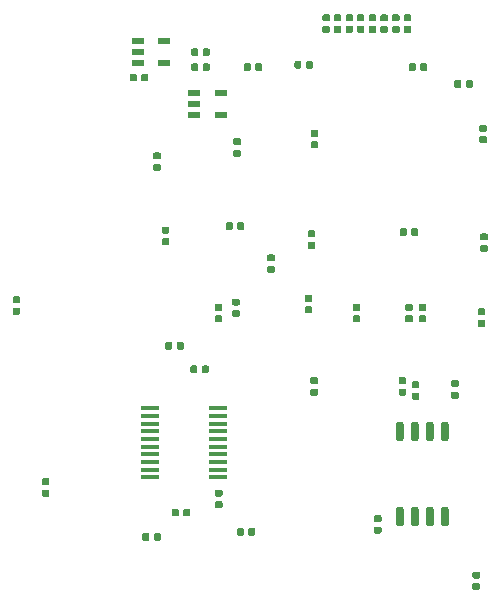
<source format=gbr>
G04 #@! TF.GenerationSoftware,KiCad,Pcbnew,(5.1.5)-3*
G04 #@! TF.CreationDate,2020-10-03T21:18:42-07:00*
G04 #@! TF.ProjectId,MCL86jr,4d434c38-366a-4722-9e6b-696361645f70,rev?*
G04 #@! TF.SameCoordinates,PX6b9fce8PY20f1980*
G04 #@! TF.FileFunction,Paste,Bot*
G04 #@! TF.FilePolarity,Positive*
%FSLAX46Y46*%
G04 Gerber Fmt 4.6, Leading zero omitted, Abs format (unit mm)*
G04 Created by KiCad (PCBNEW (5.1.5)-3) date 2020-10-03 21:18:42*
%MOMM*%
%LPD*%
G04 APERTURE LIST*
%ADD10R,1.140000X0.600000*%
%ADD11R,1.570000X0.410000*%
%ADD12C,0.100000*%
G04 APERTURE END LIST*
D10*
X28470400Y-9916200D03*
X28470400Y-8016200D03*
X26190400Y-8016200D03*
X26190400Y-8966200D03*
X26190400Y-9916200D03*
D11*
X28193800Y-40567800D03*
X28193800Y-39917800D03*
X28193800Y-39267800D03*
X28193800Y-38617800D03*
X28193800Y-37967800D03*
X28193800Y-37317800D03*
X28193800Y-36667800D03*
X28193800Y-36017800D03*
X28193800Y-35367800D03*
X28193800Y-34717800D03*
X22453800Y-34717800D03*
X22453800Y-35367800D03*
X22453800Y-36017800D03*
X22453800Y-36667800D03*
X22453800Y-37317800D03*
X22453800Y-37967800D03*
X22453800Y-38617800D03*
X22453800Y-39267800D03*
X22453800Y-39917800D03*
X22453800Y-40567800D03*
D10*
X23669800Y-5522000D03*
X23669800Y-3622000D03*
X21389800Y-3622000D03*
X21389800Y-4572000D03*
X21389800Y-5522000D03*
D12*
G36*
X36305758Y-20637710D02*
G01*
X36320076Y-20639834D01*
X36334117Y-20643351D01*
X36347746Y-20648228D01*
X36360831Y-20654417D01*
X36373247Y-20661858D01*
X36384873Y-20670481D01*
X36395598Y-20680202D01*
X36405319Y-20690927D01*
X36413942Y-20702553D01*
X36421383Y-20714969D01*
X36427572Y-20728054D01*
X36432449Y-20741683D01*
X36435966Y-20755724D01*
X36438090Y-20770042D01*
X36438800Y-20784500D01*
X36438800Y-21079500D01*
X36438090Y-21093958D01*
X36435966Y-21108276D01*
X36432449Y-21122317D01*
X36427572Y-21135946D01*
X36421383Y-21149031D01*
X36413942Y-21161447D01*
X36405319Y-21173073D01*
X36395598Y-21183798D01*
X36384873Y-21193519D01*
X36373247Y-21202142D01*
X36360831Y-21209583D01*
X36347746Y-21215772D01*
X36334117Y-21220649D01*
X36320076Y-21224166D01*
X36305758Y-21226290D01*
X36291300Y-21227000D01*
X35946300Y-21227000D01*
X35931842Y-21226290D01*
X35917524Y-21224166D01*
X35903483Y-21220649D01*
X35889854Y-21215772D01*
X35876769Y-21209583D01*
X35864353Y-21202142D01*
X35852727Y-21193519D01*
X35842002Y-21183798D01*
X35832281Y-21173073D01*
X35823658Y-21161447D01*
X35816217Y-21149031D01*
X35810028Y-21135946D01*
X35805151Y-21122317D01*
X35801634Y-21108276D01*
X35799510Y-21093958D01*
X35798800Y-21079500D01*
X35798800Y-20784500D01*
X35799510Y-20770042D01*
X35801634Y-20755724D01*
X35805151Y-20741683D01*
X35810028Y-20728054D01*
X35816217Y-20714969D01*
X35823658Y-20702553D01*
X35832281Y-20690927D01*
X35842002Y-20680202D01*
X35852727Y-20670481D01*
X35864353Y-20661858D01*
X35876769Y-20654417D01*
X35889854Y-20648228D01*
X35903483Y-20643351D01*
X35917524Y-20639834D01*
X35931842Y-20637710D01*
X35946300Y-20637000D01*
X36291300Y-20637000D01*
X36305758Y-20637710D01*
G37*
G36*
X36305758Y-19667710D02*
G01*
X36320076Y-19669834D01*
X36334117Y-19673351D01*
X36347746Y-19678228D01*
X36360831Y-19684417D01*
X36373247Y-19691858D01*
X36384873Y-19700481D01*
X36395598Y-19710202D01*
X36405319Y-19720927D01*
X36413942Y-19732553D01*
X36421383Y-19744969D01*
X36427572Y-19758054D01*
X36432449Y-19771683D01*
X36435966Y-19785724D01*
X36438090Y-19800042D01*
X36438800Y-19814500D01*
X36438800Y-20109500D01*
X36438090Y-20123958D01*
X36435966Y-20138276D01*
X36432449Y-20152317D01*
X36427572Y-20165946D01*
X36421383Y-20179031D01*
X36413942Y-20191447D01*
X36405319Y-20203073D01*
X36395598Y-20213798D01*
X36384873Y-20223519D01*
X36373247Y-20232142D01*
X36360831Y-20239583D01*
X36347746Y-20245772D01*
X36334117Y-20250649D01*
X36320076Y-20254166D01*
X36305758Y-20256290D01*
X36291300Y-20257000D01*
X35946300Y-20257000D01*
X35931842Y-20256290D01*
X35917524Y-20254166D01*
X35903483Y-20250649D01*
X35889854Y-20245772D01*
X35876769Y-20239583D01*
X35864353Y-20232142D01*
X35852727Y-20223519D01*
X35842002Y-20213798D01*
X35832281Y-20203073D01*
X35823658Y-20191447D01*
X35816217Y-20179031D01*
X35810028Y-20165946D01*
X35805151Y-20152317D01*
X35801634Y-20138276D01*
X35799510Y-20123958D01*
X35798800Y-20109500D01*
X35798800Y-19814500D01*
X35799510Y-19800042D01*
X35801634Y-19785724D01*
X35805151Y-19771683D01*
X35810028Y-19758054D01*
X35816217Y-19744969D01*
X35823658Y-19732553D01*
X35832281Y-19720927D01*
X35842002Y-19710202D01*
X35852727Y-19700481D01*
X35864353Y-19691858D01*
X35876769Y-19684417D01*
X35889854Y-19678228D01*
X35903483Y-19673351D01*
X35917524Y-19669834D01*
X35931842Y-19667710D01*
X35946300Y-19667000D01*
X36291300Y-19667000D01*
X36305758Y-19667710D01*
G37*
G36*
X31228558Y-44867310D02*
G01*
X31242876Y-44869434D01*
X31256917Y-44872951D01*
X31270546Y-44877828D01*
X31283631Y-44884017D01*
X31296047Y-44891458D01*
X31307673Y-44900081D01*
X31318398Y-44909802D01*
X31328119Y-44920527D01*
X31336742Y-44932153D01*
X31344183Y-44944569D01*
X31350372Y-44957654D01*
X31355249Y-44971283D01*
X31358766Y-44985324D01*
X31360890Y-44999642D01*
X31361600Y-45014100D01*
X31361600Y-45359100D01*
X31360890Y-45373558D01*
X31358766Y-45387876D01*
X31355249Y-45401917D01*
X31350372Y-45415546D01*
X31344183Y-45428631D01*
X31336742Y-45441047D01*
X31328119Y-45452673D01*
X31318398Y-45463398D01*
X31307673Y-45473119D01*
X31296047Y-45481742D01*
X31283631Y-45489183D01*
X31270546Y-45495372D01*
X31256917Y-45500249D01*
X31242876Y-45503766D01*
X31228558Y-45505890D01*
X31214100Y-45506600D01*
X30919100Y-45506600D01*
X30904642Y-45505890D01*
X30890324Y-45503766D01*
X30876283Y-45500249D01*
X30862654Y-45495372D01*
X30849569Y-45489183D01*
X30837153Y-45481742D01*
X30825527Y-45473119D01*
X30814802Y-45463398D01*
X30805081Y-45452673D01*
X30796458Y-45441047D01*
X30789017Y-45428631D01*
X30782828Y-45415546D01*
X30777951Y-45401917D01*
X30774434Y-45387876D01*
X30772310Y-45373558D01*
X30771600Y-45359100D01*
X30771600Y-45014100D01*
X30772310Y-44999642D01*
X30774434Y-44985324D01*
X30777951Y-44971283D01*
X30782828Y-44957654D01*
X30789017Y-44944569D01*
X30796458Y-44932153D01*
X30805081Y-44920527D01*
X30814802Y-44909802D01*
X30825527Y-44900081D01*
X30837153Y-44891458D01*
X30849569Y-44884017D01*
X30862654Y-44877828D01*
X30876283Y-44872951D01*
X30890324Y-44869434D01*
X30904642Y-44867310D01*
X30919100Y-44866600D01*
X31214100Y-44866600D01*
X31228558Y-44867310D01*
G37*
G36*
X30258558Y-44867310D02*
G01*
X30272876Y-44869434D01*
X30286917Y-44872951D01*
X30300546Y-44877828D01*
X30313631Y-44884017D01*
X30326047Y-44891458D01*
X30337673Y-44900081D01*
X30348398Y-44909802D01*
X30358119Y-44920527D01*
X30366742Y-44932153D01*
X30374183Y-44944569D01*
X30380372Y-44957654D01*
X30385249Y-44971283D01*
X30388766Y-44985324D01*
X30390890Y-44999642D01*
X30391600Y-45014100D01*
X30391600Y-45359100D01*
X30390890Y-45373558D01*
X30388766Y-45387876D01*
X30385249Y-45401917D01*
X30380372Y-45415546D01*
X30374183Y-45428631D01*
X30366742Y-45441047D01*
X30358119Y-45452673D01*
X30348398Y-45463398D01*
X30337673Y-45473119D01*
X30326047Y-45481742D01*
X30313631Y-45489183D01*
X30300546Y-45495372D01*
X30286917Y-45500249D01*
X30272876Y-45503766D01*
X30258558Y-45505890D01*
X30244100Y-45506600D01*
X29949100Y-45506600D01*
X29934642Y-45505890D01*
X29920324Y-45503766D01*
X29906283Y-45500249D01*
X29892654Y-45495372D01*
X29879569Y-45489183D01*
X29867153Y-45481742D01*
X29855527Y-45473119D01*
X29844802Y-45463398D01*
X29835081Y-45452673D01*
X29826458Y-45441047D01*
X29819017Y-45428631D01*
X29812828Y-45415546D01*
X29807951Y-45401917D01*
X29804434Y-45387876D01*
X29802310Y-45373558D01*
X29801600Y-45359100D01*
X29801600Y-45014100D01*
X29802310Y-44999642D01*
X29804434Y-44985324D01*
X29807951Y-44971283D01*
X29812828Y-44957654D01*
X29819017Y-44944569D01*
X29826458Y-44932153D01*
X29835081Y-44920527D01*
X29844802Y-44909802D01*
X29855527Y-44900081D01*
X29867153Y-44891458D01*
X29879569Y-44884017D01*
X29892654Y-44877828D01*
X29906283Y-44872951D01*
X29920324Y-44869434D01*
X29934642Y-44867310D01*
X29949100Y-44866600D01*
X30244100Y-44866600D01*
X30258558Y-44867310D01*
G37*
G36*
X49645958Y-6945110D02*
G01*
X49660276Y-6947234D01*
X49674317Y-6950751D01*
X49687946Y-6955628D01*
X49701031Y-6961817D01*
X49713447Y-6969258D01*
X49725073Y-6977881D01*
X49735798Y-6987602D01*
X49745519Y-6998327D01*
X49754142Y-7009953D01*
X49761583Y-7022369D01*
X49767772Y-7035454D01*
X49772649Y-7049083D01*
X49776166Y-7063124D01*
X49778290Y-7077442D01*
X49779000Y-7091900D01*
X49779000Y-7436900D01*
X49778290Y-7451358D01*
X49776166Y-7465676D01*
X49772649Y-7479717D01*
X49767772Y-7493346D01*
X49761583Y-7506431D01*
X49754142Y-7518847D01*
X49745519Y-7530473D01*
X49735798Y-7541198D01*
X49725073Y-7550919D01*
X49713447Y-7559542D01*
X49701031Y-7566983D01*
X49687946Y-7573172D01*
X49674317Y-7578049D01*
X49660276Y-7581566D01*
X49645958Y-7583690D01*
X49631500Y-7584400D01*
X49336500Y-7584400D01*
X49322042Y-7583690D01*
X49307724Y-7581566D01*
X49293683Y-7578049D01*
X49280054Y-7573172D01*
X49266969Y-7566983D01*
X49254553Y-7559542D01*
X49242927Y-7550919D01*
X49232202Y-7541198D01*
X49222481Y-7530473D01*
X49213858Y-7518847D01*
X49206417Y-7506431D01*
X49200228Y-7493346D01*
X49195351Y-7479717D01*
X49191834Y-7465676D01*
X49189710Y-7451358D01*
X49189000Y-7436900D01*
X49189000Y-7091900D01*
X49189710Y-7077442D01*
X49191834Y-7063124D01*
X49195351Y-7049083D01*
X49200228Y-7035454D01*
X49206417Y-7022369D01*
X49213858Y-7009953D01*
X49222481Y-6998327D01*
X49232202Y-6987602D01*
X49242927Y-6977881D01*
X49254553Y-6969258D01*
X49266969Y-6961817D01*
X49280054Y-6955628D01*
X49293683Y-6950751D01*
X49307724Y-6947234D01*
X49322042Y-6945110D01*
X49336500Y-6944400D01*
X49631500Y-6944400D01*
X49645958Y-6945110D01*
G37*
G36*
X48675958Y-6945110D02*
G01*
X48690276Y-6947234D01*
X48704317Y-6950751D01*
X48717946Y-6955628D01*
X48731031Y-6961817D01*
X48743447Y-6969258D01*
X48755073Y-6977881D01*
X48765798Y-6987602D01*
X48775519Y-6998327D01*
X48784142Y-7009953D01*
X48791583Y-7022369D01*
X48797772Y-7035454D01*
X48802649Y-7049083D01*
X48806166Y-7063124D01*
X48808290Y-7077442D01*
X48809000Y-7091900D01*
X48809000Y-7436900D01*
X48808290Y-7451358D01*
X48806166Y-7465676D01*
X48802649Y-7479717D01*
X48797772Y-7493346D01*
X48791583Y-7506431D01*
X48784142Y-7518847D01*
X48775519Y-7530473D01*
X48765798Y-7541198D01*
X48755073Y-7550919D01*
X48743447Y-7559542D01*
X48731031Y-7566983D01*
X48717946Y-7573172D01*
X48704317Y-7578049D01*
X48690276Y-7581566D01*
X48675958Y-7583690D01*
X48661500Y-7584400D01*
X48366500Y-7584400D01*
X48352042Y-7583690D01*
X48337724Y-7581566D01*
X48323683Y-7578049D01*
X48310054Y-7573172D01*
X48296969Y-7566983D01*
X48284553Y-7559542D01*
X48272927Y-7550919D01*
X48262202Y-7541198D01*
X48252481Y-7530473D01*
X48243858Y-7518847D01*
X48236417Y-7506431D01*
X48230228Y-7493346D01*
X48225351Y-7479717D01*
X48221834Y-7465676D01*
X48219710Y-7451358D01*
X48219000Y-7436900D01*
X48219000Y-7091900D01*
X48219710Y-7077442D01*
X48221834Y-7063124D01*
X48225351Y-7049083D01*
X48230228Y-7035454D01*
X48236417Y-7022369D01*
X48243858Y-7009953D01*
X48252481Y-6998327D01*
X48262202Y-6987602D01*
X48272927Y-6977881D01*
X48284553Y-6969258D01*
X48296969Y-6961817D01*
X48310054Y-6955628D01*
X48323683Y-6950751D01*
X48337724Y-6947234D01*
X48352042Y-6945110D01*
X48366500Y-6944400D01*
X48661500Y-6944400D01*
X48675958Y-6945110D01*
G37*
G36*
X32876758Y-22669710D02*
G01*
X32891076Y-22671834D01*
X32905117Y-22675351D01*
X32918746Y-22680228D01*
X32931831Y-22686417D01*
X32944247Y-22693858D01*
X32955873Y-22702481D01*
X32966598Y-22712202D01*
X32976319Y-22722927D01*
X32984942Y-22734553D01*
X32992383Y-22746969D01*
X32998572Y-22760054D01*
X33003449Y-22773683D01*
X33006966Y-22787724D01*
X33009090Y-22802042D01*
X33009800Y-22816500D01*
X33009800Y-23111500D01*
X33009090Y-23125958D01*
X33006966Y-23140276D01*
X33003449Y-23154317D01*
X32998572Y-23167946D01*
X32992383Y-23181031D01*
X32984942Y-23193447D01*
X32976319Y-23205073D01*
X32966598Y-23215798D01*
X32955873Y-23225519D01*
X32944247Y-23234142D01*
X32931831Y-23241583D01*
X32918746Y-23247772D01*
X32905117Y-23252649D01*
X32891076Y-23256166D01*
X32876758Y-23258290D01*
X32862300Y-23259000D01*
X32517300Y-23259000D01*
X32502842Y-23258290D01*
X32488524Y-23256166D01*
X32474483Y-23252649D01*
X32460854Y-23247772D01*
X32447769Y-23241583D01*
X32435353Y-23234142D01*
X32423727Y-23225519D01*
X32413002Y-23215798D01*
X32403281Y-23205073D01*
X32394658Y-23193447D01*
X32387217Y-23181031D01*
X32381028Y-23167946D01*
X32376151Y-23154317D01*
X32372634Y-23140276D01*
X32370510Y-23125958D01*
X32369800Y-23111500D01*
X32369800Y-22816500D01*
X32370510Y-22802042D01*
X32372634Y-22787724D01*
X32376151Y-22773683D01*
X32381028Y-22760054D01*
X32387217Y-22746969D01*
X32394658Y-22734553D01*
X32403281Y-22722927D01*
X32413002Y-22712202D01*
X32423727Y-22702481D01*
X32435353Y-22693858D01*
X32447769Y-22686417D01*
X32460854Y-22680228D01*
X32474483Y-22675351D01*
X32488524Y-22671834D01*
X32502842Y-22669710D01*
X32517300Y-22669000D01*
X32862300Y-22669000D01*
X32876758Y-22669710D01*
G37*
G36*
X32876758Y-21699710D02*
G01*
X32891076Y-21701834D01*
X32905117Y-21705351D01*
X32918746Y-21710228D01*
X32931831Y-21716417D01*
X32944247Y-21723858D01*
X32955873Y-21732481D01*
X32966598Y-21742202D01*
X32976319Y-21752927D01*
X32984942Y-21764553D01*
X32992383Y-21776969D01*
X32998572Y-21790054D01*
X33003449Y-21803683D01*
X33006966Y-21817724D01*
X33009090Y-21832042D01*
X33009800Y-21846500D01*
X33009800Y-22141500D01*
X33009090Y-22155958D01*
X33006966Y-22170276D01*
X33003449Y-22184317D01*
X32998572Y-22197946D01*
X32992383Y-22211031D01*
X32984942Y-22223447D01*
X32976319Y-22235073D01*
X32966598Y-22245798D01*
X32955873Y-22255519D01*
X32944247Y-22264142D01*
X32931831Y-22271583D01*
X32918746Y-22277772D01*
X32905117Y-22282649D01*
X32891076Y-22286166D01*
X32876758Y-22288290D01*
X32862300Y-22289000D01*
X32517300Y-22289000D01*
X32502842Y-22288290D01*
X32488524Y-22286166D01*
X32474483Y-22282649D01*
X32460854Y-22277772D01*
X32447769Y-22271583D01*
X32435353Y-22264142D01*
X32423727Y-22255519D01*
X32413002Y-22245798D01*
X32403281Y-22235073D01*
X32394658Y-22223447D01*
X32387217Y-22211031D01*
X32381028Y-22197946D01*
X32376151Y-22184317D01*
X32372634Y-22170276D01*
X32370510Y-22155958D01*
X32369800Y-22141500D01*
X32369800Y-21846500D01*
X32370510Y-21832042D01*
X32372634Y-21817724D01*
X32376151Y-21803683D01*
X32381028Y-21790054D01*
X32387217Y-21776969D01*
X32394658Y-21764553D01*
X32403281Y-21752927D01*
X32413002Y-21742202D01*
X32423727Y-21732481D01*
X32435353Y-21723858D01*
X32447769Y-21716417D01*
X32460854Y-21710228D01*
X32474483Y-21705351D01*
X32488524Y-21701834D01*
X32502842Y-21699710D01*
X32517300Y-21699000D01*
X32862300Y-21699000D01*
X32876758Y-21699710D01*
G37*
G36*
X13801358Y-40648110D02*
G01*
X13815676Y-40650234D01*
X13829717Y-40653751D01*
X13843346Y-40658628D01*
X13856431Y-40664817D01*
X13868847Y-40672258D01*
X13880473Y-40680881D01*
X13891198Y-40690602D01*
X13900919Y-40701327D01*
X13909542Y-40712953D01*
X13916983Y-40725369D01*
X13923172Y-40738454D01*
X13928049Y-40752083D01*
X13931566Y-40766124D01*
X13933690Y-40780442D01*
X13934400Y-40794900D01*
X13934400Y-41089900D01*
X13933690Y-41104358D01*
X13931566Y-41118676D01*
X13928049Y-41132717D01*
X13923172Y-41146346D01*
X13916983Y-41159431D01*
X13909542Y-41171847D01*
X13900919Y-41183473D01*
X13891198Y-41194198D01*
X13880473Y-41203919D01*
X13868847Y-41212542D01*
X13856431Y-41219983D01*
X13843346Y-41226172D01*
X13829717Y-41231049D01*
X13815676Y-41234566D01*
X13801358Y-41236690D01*
X13786900Y-41237400D01*
X13441900Y-41237400D01*
X13427442Y-41236690D01*
X13413124Y-41234566D01*
X13399083Y-41231049D01*
X13385454Y-41226172D01*
X13372369Y-41219983D01*
X13359953Y-41212542D01*
X13348327Y-41203919D01*
X13337602Y-41194198D01*
X13327881Y-41183473D01*
X13319258Y-41171847D01*
X13311817Y-41159431D01*
X13305628Y-41146346D01*
X13300751Y-41132717D01*
X13297234Y-41118676D01*
X13295110Y-41104358D01*
X13294400Y-41089900D01*
X13294400Y-40794900D01*
X13295110Y-40780442D01*
X13297234Y-40766124D01*
X13300751Y-40752083D01*
X13305628Y-40738454D01*
X13311817Y-40725369D01*
X13319258Y-40712953D01*
X13327881Y-40701327D01*
X13337602Y-40690602D01*
X13348327Y-40680881D01*
X13359953Y-40672258D01*
X13372369Y-40664817D01*
X13385454Y-40658628D01*
X13399083Y-40653751D01*
X13413124Y-40650234D01*
X13427442Y-40648110D01*
X13441900Y-40647400D01*
X13786900Y-40647400D01*
X13801358Y-40648110D01*
G37*
G36*
X13801358Y-41618110D02*
G01*
X13815676Y-41620234D01*
X13829717Y-41623751D01*
X13843346Y-41628628D01*
X13856431Y-41634817D01*
X13868847Y-41642258D01*
X13880473Y-41650881D01*
X13891198Y-41660602D01*
X13900919Y-41671327D01*
X13909542Y-41682953D01*
X13916983Y-41695369D01*
X13923172Y-41708454D01*
X13928049Y-41722083D01*
X13931566Y-41736124D01*
X13933690Y-41750442D01*
X13934400Y-41764900D01*
X13934400Y-42059900D01*
X13933690Y-42074358D01*
X13931566Y-42088676D01*
X13928049Y-42102717D01*
X13923172Y-42116346D01*
X13916983Y-42129431D01*
X13909542Y-42141847D01*
X13900919Y-42153473D01*
X13891198Y-42164198D01*
X13880473Y-42173919D01*
X13868847Y-42182542D01*
X13856431Y-42189983D01*
X13843346Y-42196172D01*
X13829717Y-42201049D01*
X13815676Y-42204566D01*
X13801358Y-42206690D01*
X13786900Y-42207400D01*
X13441900Y-42207400D01*
X13427442Y-42206690D01*
X13413124Y-42204566D01*
X13399083Y-42201049D01*
X13385454Y-42196172D01*
X13372369Y-42189983D01*
X13359953Y-42182542D01*
X13348327Y-42173919D01*
X13337602Y-42164198D01*
X13327881Y-42153473D01*
X13319258Y-42141847D01*
X13311817Y-42129431D01*
X13305628Y-42116346D01*
X13300751Y-42102717D01*
X13297234Y-42088676D01*
X13295110Y-42074358D01*
X13294400Y-42059900D01*
X13294400Y-41764900D01*
X13295110Y-41750442D01*
X13297234Y-41736124D01*
X13300751Y-41722083D01*
X13305628Y-41708454D01*
X13311817Y-41695369D01*
X13319258Y-41682953D01*
X13327881Y-41671327D01*
X13337602Y-41660602D01*
X13348327Y-41650881D01*
X13359953Y-41642258D01*
X13372369Y-41634817D01*
X13385454Y-41628628D01*
X13399083Y-41623751D01*
X13413124Y-41620234D01*
X13427442Y-41618110D01*
X13441900Y-41617400D01*
X13786900Y-41617400D01*
X13801358Y-41618110D01*
G37*
G36*
X44001958Y-32088310D02*
G01*
X44016276Y-32090434D01*
X44030317Y-32093951D01*
X44043946Y-32098828D01*
X44057031Y-32105017D01*
X44069447Y-32112458D01*
X44081073Y-32121081D01*
X44091798Y-32130802D01*
X44101519Y-32141527D01*
X44110142Y-32153153D01*
X44117583Y-32165569D01*
X44123772Y-32178654D01*
X44128649Y-32192283D01*
X44132166Y-32206324D01*
X44134290Y-32220642D01*
X44135000Y-32235100D01*
X44135000Y-32530100D01*
X44134290Y-32544558D01*
X44132166Y-32558876D01*
X44128649Y-32572917D01*
X44123772Y-32586546D01*
X44117583Y-32599631D01*
X44110142Y-32612047D01*
X44101519Y-32623673D01*
X44091798Y-32634398D01*
X44081073Y-32644119D01*
X44069447Y-32652742D01*
X44057031Y-32660183D01*
X44043946Y-32666372D01*
X44030317Y-32671249D01*
X44016276Y-32674766D01*
X44001958Y-32676890D01*
X43987500Y-32677600D01*
X43642500Y-32677600D01*
X43628042Y-32676890D01*
X43613724Y-32674766D01*
X43599683Y-32671249D01*
X43586054Y-32666372D01*
X43572969Y-32660183D01*
X43560553Y-32652742D01*
X43548927Y-32644119D01*
X43538202Y-32634398D01*
X43528481Y-32623673D01*
X43519858Y-32612047D01*
X43512417Y-32599631D01*
X43506228Y-32586546D01*
X43501351Y-32572917D01*
X43497834Y-32558876D01*
X43495710Y-32544558D01*
X43495000Y-32530100D01*
X43495000Y-32235100D01*
X43495710Y-32220642D01*
X43497834Y-32206324D01*
X43501351Y-32192283D01*
X43506228Y-32178654D01*
X43512417Y-32165569D01*
X43519858Y-32153153D01*
X43528481Y-32141527D01*
X43538202Y-32130802D01*
X43548927Y-32121081D01*
X43560553Y-32112458D01*
X43572969Y-32105017D01*
X43586054Y-32098828D01*
X43599683Y-32093951D01*
X43613724Y-32090434D01*
X43628042Y-32088310D01*
X43642500Y-32087600D01*
X43987500Y-32087600D01*
X44001958Y-32088310D01*
G37*
G36*
X44001958Y-33058310D02*
G01*
X44016276Y-33060434D01*
X44030317Y-33063951D01*
X44043946Y-33068828D01*
X44057031Y-33075017D01*
X44069447Y-33082458D01*
X44081073Y-33091081D01*
X44091798Y-33100802D01*
X44101519Y-33111527D01*
X44110142Y-33123153D01*
X44117583Y-33135569D01*
X44123772Y-33148654D01*
X44128649Y-33162283D01*
X44132166Y-33176324D01*
X44134290Y-33190642D01*
X44135000Y-33205100D01*
X44135000Y-33500100D01*
X44134290Y-33514558D01*
X44132166Y-33528876D01*
X44128649Y-33542917D01*
X44123772Y-33556546D01*
X44117583Y-33569631D01*
X44110142Y-33582047D01*
X44101519Y-33593673D01*
X44091798Y-33604398D01*
X44081073Y-33614119D01*
X44069447Y-33622742D01*
X44057031Y-33630183D01*
X44043946Y-33636372D01*
X44030317Y-33641249D01*
X44016276Y-33644766D01*
X44001958Y-33646890D01*
X43987500Y-33647600D01*
X43642500Y-33647600D01*
X43628042Y-33646890D01*
X43613724Y-33644766D01*
X43599683Y-33641249D01*
X43586054Y-33636372D01*
X43572969Y-33630183D01*
X43560553Y-33622742D01*
X43548927Y-33614119D01*
X43538202Y-33604398D01*
X43528481Y-33593673D01*
X43519858Y-33582047D01*
X43512417Y-33569631D01*
X43506228Y-33556546D01*
X43501351Y-33542917D01*
X43497834Y-33528876D01*
X43495710Y-33514558D01*
X43495000Y-33500100D01*
X43495000Y-33205100D01*
X43495710Y-33190642D01*
X43497834Y-33176324D01*
X43501351Y-33162283D01*
X43506228Y-33148654D01*
X43512417Y-33135569D01*
X43519858Y-33123153D01*
X43528481Y-33111527D01*
X43538202Y-33100802D01*
X43548927Y-33091081D01*
X43560553Y-33082458D01*
X43572969Y-33075017D01*
X43586054Y-33068828D01*
X43599683Y-33063951D01*
X43613724Y-33060434D01*
X43628042Y-33058310D01*
X43642500Y-33057600D01*
X43987500Y-33057600D01*
X44001958Y-33058310D01*
G37*
G36*
X45782758Y-5522710D02*
G01*
X45797076Y-5524834D01*
X45811117Y-5528351D01*
X45824746Y-5533228D01*
X45837831Y-5539417D01*
X45850247Y-5546858D01*
X45861873Y-5555481D01*
X45872598Y-5565202D01*
X45882319Y-5575927D01*
X45890942Y-5587553D01*
X45898383Y-5599969D01*
X45904572Y-5613054D01*
X45909449Y-5626683D01*
X45912966Y-5640724D01*
X45915090Y-5655042D01*
X45915800Y-5669500D01*
X45915800Y-6014500D01*
X45915090Y-6028958D01*
X45912966Y-6043276D01*
X45909449Y-6057317D01*
X45904572Y-6070946D01*
X45898383Y-6084031D01*
X45890942Y-6096447D01*
X45882319Y-6108073D01*
X45872598Y-6118798D01*
X45861873Y-6128519D01*
X45850247Y-6137142D01*
X45837831Y-6144583D01*
X45824746Y-6150772D01*
X45811117Y-6155649D01*
X45797076Y-6159166D01*
X45782758Y-6161290D01*
X45768300Y-6162000D01*
X45473300Y-6162000D01*
X45458842Y-6161290D01*
X45444524Y-6159166D01*
X45430483Y-6155649D01*
X45416854Y-6150772D01*
X45403769Y-6144583D01*
X45391353Y-6137142D01*
X45379727Y-6128519D01*
X45369002Y-6118798D01*
X45359281Y-6108073D01*
X45350658Y-6096447D01*
X45343217Y-6084031D01*
X45337028Y-6070946D01*
X45332151Y-6057317D01*
X45328634Y-6043276D01*
X45326510Y-6028958D01*
X45325800Y-6014500D01*
X45325800Y-5669500D01*
X45326510Y-5655042D01*
X45328634Y-5640724D01*
X45332151Y-5626683D01*
X45337028Y-5613054D01*
X45343217Y-5599969D01*
X45350658Y-5587553D01*
X45359281Y-5575927D01*
X45369002Y-5565202D01*
X45379727Y-5555481D01*
X45391353Y-5546858D01*
X45403769Y-5539417D01*
X45416854Y-5533228D01*
X45430483Y-5528351D01*
X45444524Y-5524834D01*
X45458842Y-5522710D01*
X45473300Y-5522000D01*
X45768300Y-5522000D01*
X45782758Y-5522710D01*
G37*
G36*
X44812758Y-5522710D02*
G01*
X44827076Y-5524834D01*
X44841117Y-5528351D01*
X44854746Y-5533228D01*
X44867831Y-5539417D01*
X44880247Y-5546858D01*
X44891873Y-5555481D01*
X44902598Y-5565202D01*
X44912319Y-5575927D01*
X44920942Y-5587553D01*
X44928383Y-5599969D01*
X44934572Y-5613054D01*
X44939449Y-5626683D01*
X44942966Y-5640724D01*
X44945090Y-5655042D01*
X44945800Y-5669500D01*
X44945800Y-6014500D01*
X44945090Y-6028958D01*
X44942966Y-6043276D01*
X44939449Y-6057317D01*
X44934572Y-6070946D01*
X44928383Y-6084031D01*
X44920942Y-6096447D01*
X44912319Y-6108073D01*
X44902598Y-6118798D01*
X44891873Y-6128519D01*
X44880247Y-6137142D01*
X44867831Y-6144583D01*
X44854746Y-6150772D01*
X44841117Y-6155649D01*
X44827076Y-6159166D01*
X44812758Y-6161290D01*
X44798300Y-6162000D01*
X44503300Y-6162000D01*
X44488842Y-6161290D01*
X44474524Y-6159166D01*
X44460483Y-6155649D01*
X44446854Y-6150772D01*
X44433769Y-6144583D01*
X44421353Y-6137142D01*
X44409727Y-6128519D01*
X44399002Y-6118798D01*
X44389281Y-6108073D01*
X44380658Y-6096447D01*
X44373217Y-6084031D01*
X44367028Y-6070946D01*
X44362151Y-6057317D01*
X44358634Y-6043276D01*
X44356510Y-6028958D01*
X44355800Y-6014500D01*
X44355800Y-5669500D01*
X44356510Y-5655042D01*
X44358634Y-5640724D01*
X44362151Y-5626683D01*
X44367028Y-5613054D01*
X44373217Y-5599969D01*
X44380658Y-5587553D01*
X44389281Y-5575927D01*
X44399002Y-5565202D01*
X44409727Y-5555481D01*
X44421353Y-5546858D01*
X44433769Y-5539417D01*
X44446854Y-5533228D01*
X44460483Y-5528351D01*
X44474524Y-5524834D01*
X44488842Y-5522710D01*
X44503300Y-5522000D01*
X44798300Y-5522000D01*
X44812758Y-5522710D01*
G37*
G36*
X31812758Y-5522710D02*
G01*
X31827076Y-5524834D01*
X31841117Y-5528351D01*
X31854746Y-5533228D01*
X31867831Y-5539417D01*
X31880247Y-5546858D01*
X31891873Y-5555481D01*
X31902598Y-5565202D01*
X31912319Y-5575927D01*
X31920942Y-5587553D01*
X31928383Y-5599969D01*
X31934572Y-5613054D01*
X31939449Y-5626683D01*
X31942966Y-5640724D01*
X31945090Y-5655042D01*
X31945800Y-5669500D01*
X31945800Y-6014500D01*
X31945090Y-6028958D01*
X31942966Y-6043276D01*
X31939449Y-6057317D01*
X31934572Y-6070946D01*
X31928383Y-6084031D01*
X31920942Y-6096447D01*
X31912319Y-6108073D01*
X31902598Y-6118798D01*
X31891873Y-6128519D01*
X31880247Y-6137142D01*
X31867831Y-6144583D01*
X31854746Y-6150772D01*
X31841117Y-6155649D01*
X31827076Y-6159166D01*
X31812758Y-6161290D01*
X31798300Y-6162000D01*
X31503300Y-6162000D01*
X31488842Y-6161290D01*
X31474524Y-6159166D01*
X31460483Y-6155649D01*
X31446854Y-6150772D01*
X31433769Y-6144583D01*
X31421353Y-6137142D01*
X31409727Y-6128519D01*
X31399002Y-6118798D01*
X31389281Y-6108073D01*
X31380658Y-6096447D01*
X31373217Y-6084031D01*
X31367028Y-6070946D01*
X31362151Y-6057317D01*
X31358634Y-6043276D01*
X31356510Y-6028958D01*
X31355800Y-6014500D01*
X31355800Y-5669500D01*
X31356510Y-5655042D01*
X31358634Y-5640724D01*
X31362151Y-5626683D01*
X31367028Y-5613054D01*
X31373217Y-5599969D01*
X31380658Y-5587553D01*
X31389281Y-5575927D01*
X31399002Y-5565202D01*
X31409727Y-5555481D01*
X31421353Y-5546858D01*
X31433769Y-5539417D01*
X31446854Y-5533228D01*
X31460483Y-5528351D01*
X31474524Y-5524834D01*
X31488842Y-5522710D01*
X31503300Y-5522000D01*
X31798300Y-5522000D01*
X31812758Y-5522710D01*
G37*
G36*
X30842758Y-5522710D02*
G01*
X30857076Y-5524834D01*
X30871117Y-5528351D01*
X30884746Y-5533228D01*
X30897831Y-5539417D01*
X30910247Y-5546858D01*
X30921873Y-5555481D01*
X30932598Y-5565202D01*
X30942319Y-5575927D01*
X30950942Y-5587553D01*
X30958383Y-5599969D01*
X30964572Y-5613054D01*
X30969449Y-5626683D01*
X30972966Y-5640724D01*
X30975090Y-5655042D01*
X30975800Y-5669500D01*
X30975800Y-6014500D01*
X30975090Y-6028958D01*
X30972966Y-6043276D01*
X30969449Y-6057317D01*
X30964572Y-6070946D01*
X30958383Y-6084031D01*
X30950942Y-6096447D01*
X30942319Y-6108073D01*
X30932598Y-6118798D01*
X30921873Y-6128519D01*
X30910247Y-6137142D01*
X30897831Y-6144583D01*
X30884746Y-6150772D01*
X30871117Y-6155649D01*
X30857076Y-6159166D01*
X30842758Y-6161290D01*
X30828300Y-6162000D01*
X30533300Y-6162000D01*
X30518842Y-6161290D01*
X30504524Y-6159166D01*
X30490483Y-6155649D01*
X30476854Y-6150772D01*
X30463769Y-6144583D01*
X30451353Y-6137142D01*
X30439727Y-6128519D01*
X30429002Y-6118798D01*
X30419281Y-6108073D01*
X30410658Y-6096447D01*
X30403217Y-6084031D01*
X30397028Y-6070946D01*
X30392151Y-6057317D01*
X30388634Y-6043276D01*
X30386510Y-6028958D01*
X30385800Y-6014500D01*
X30385800Y-5669500D01*
X30386510Y-5655042D01*
X30388634Y-5640724D01*
X30392151Y-5626683D01*
X30397028Y-5613054D01*
X30403217Y-5599969D01*
X30410658Y-5587553D01*
X30419281Y-5575927D01*
X30429002Y-5565202D01*
X30439727Y-5555481D01*
X30451353Y-5546858D01*
X30463769Y-5539417D01*
X30476854Y-5533228D01*
X30490483Y-5528351D01*
X30504524Y-5524834D01*
X30518842Y-5522710D01*
X30533300Y-5522000D01*
X30828300Y-5522000D01*
X30842758Y-5522710D01*
G37*
G36*
X45119558Y-33413910D02*
G01*
X45133876Y-33416034D01*
X45147917Y-33419551D01*
X45161546Y-33424428D01*
X45174631Y-33430617D01*
X45187047Y-33438058D01*
X45198673Y-33446681D01*
X45209398Y-33456402D01*
X45219119Y-33467127D01*
X45227742Y-33478753D01*
X45235183Y-33491169D01*
X45241372Y-33504254D01*
X45246249Y-33517883D01*
X45249766Y-33531924D01*
X45251890Y-33546242D01*
X45252600Y-33560700D01*
X45252600Y-33855700D01*
X45251890Y-33870158D01*
X45249766Y-33884476D01*
X45246249Y-33898517D01*
X45241372Y-33912146D01*
X45235183Y-33925231D01*
X45227742Y-33937647D01*
X45219119Y-33949273D01*
X45209398Y-33959998D01*
X45198673Y-33969719D01*
X45187047Y-33978342D01*
X45174631Y-33985783D01*
X45161546Y-33991972D01*
X45147917Y-33996849D01*
X45133876Y-34000366D01*
X45119558Y-34002490D01*
X45105100Y-34003200D01*
X44760100Y-34003200D01*
X44745642Y-34002490D01*
X44731324Y-34000366D01*
X44717283Y-33996849D01*
X44703654Y-33991972D01*
X44690569Y-33985783D01*
X44678153Y-33978342D01*
X44666527Y-33969719D01*
X44655802Y-33959998D01*
X44646081Y-33949273D01*
X44637458Y-33937647D01*
X44630017Y-33925231D01*
X44623828Y-33912146D01*
X44618951Y-33898517D01*
X44615434Y-33884476D01*
X44613310Y-33870158D01*
X44612600Y-33855700D01*
X44612600Y-33560700D01*
X44613310Y-33546242D01*
X44615434Y-33531924D01*
X44618951Y-33517883D01*
X44623828Y-33504254D01*
X44630017Y-33491169D01*
X44637458Y-33478753D01*
X44646081Y-33467127D01*
X44655802Y-33456402D01*
X44666527Y-33446681D01*
X44678153Y-33438058D01*
X44690569Y-33430617D01*
X44703654Y-33424428D01*
X44717283Y-33419551D01*
X44731324Y-33416034D01*
X44745642Y-33413910D01*
X44760100Y-33413200D01*
X45105100Y-33413200D01*
X45119558Y-33413910D01*
G37*
G36*
X45119558Y-32443910D02*
G01*
X45133876Y-32446034D01*
X45147917Y-32449551D01*
X45161546Y-32454428D01*
X45174631Y-32460617D01*
X45187047Y-32468058D01*
X45198673Y-32476681D01*
X45209398Y-32486402D01*
X45219119Y-32497127D01*
X45227742Y-32508753D01*
X45235183Y-32521169D01*
X45241372Y-32534254D01*
X45246249Y-32547883D01*
X45249766Y-32561924D01*
X45251890Y-32576242D01*
X45252600Y-32590700D01*
X45252600Y-32885700D01*
X45251890Y-32900158D01*
X45249766Y-32914476D01*
X45246249Y-32928517D01*
X45241372Y-32942146D01*
X45235183Y-32955231D01*
X45227742Y-32967647D01*
X45219119Y-32979273D01*
X45209398Y-32989998D01*
X45198673Y-32999719D01*
X45187047Y-33008342D01*
X45174631Y-33015783D01*
X45161546Y-33021972D01*
X45147917Y-33026849D01*
X45133876Y-33030366D01*
X45119558Y-33032490D01*
X45105100Y-33033200D01*
X44760100Y-33033200D01*
X44745642Y-33032490D01*
X44731324Y-33030366D01*
X44717283Y-33026849D01*
X44703654Y-33021972D01*
X44690569Y-33015783D01*
X44678153Y-33008342D01*
X44666527Y-32999719D01*
X44655802Y-32989998D01*
X44646081Y-32979273D01*
X44637458Y-32967647D01*
X44630017Y-32955231D01*
X44623828Y-32942146D01*
X44618951Y-32928517D01*
X44615434Y-32914476D01*
X44613310Y-32900158D01*
X44612600Y-32885700D01*
X44612600Y-32590700D01*
X44613310Y-32576242D01*
X44615434Y-32561924D01*
X44618951Y-32547883D01*
X44623828Y-32534254D01*
X44630017Y-32521169D01*
X44637458Y-32508753D01*
X44646081Y-32497127D01*
X44655802Y-32486402D01*
X44666527Y-32476681D01*
X44678153Y-32468058D01*
X44690569Y-32460617D01*
X44703654Y-32454428D01*
X44717283Y-32449551D01*
X44731324Y-32446034D01*
X44745642Y-32443910D01*
X44760100Y-32443200D01*
X45105100Y-32443200D01*
X45119558Y-32443910D01*
G37*
G36*
X23227558Y-45299110D02*
G01*
X23241876Y-45301234D01*
X23255917Y-45304751D01*
X23269546Y-45309628D01*
X23282631Y-45315817D01*
X23295047Y-45323258D01*
X23306673Y-45331881D01*
X23317398Y-45341602D01*
X23327119Y-45352327D01*
X23335742Y-45363953D01*
X23343183Y-45376369D01*
X23349372Y-45389454D01*
X23354249Y-45403083D01*
X23357766Y-45417124D01*
X23359890Y-45431442D01*
X23360600Y-45445900D01*
X23360600Y-45790900D01*
X23359890Y-45805358D01*
X23357766Y-45819676D01*
X23354249Y-45833717D01*
X23349372Y-45847346D01*
X23343183Y-45860431D01*
X23335742Y-45872847D01*
X23327119Y-45884473D01*
X23317398Y-45895198D01*
X23306673Y-45904919D01*
X23295047Y-45913542D01*
X23282631Y-45920983D01*
X23269546Y-45927172D01*
X23255917Y-45932049D01*
X23241876Y-45935566D01*
X23227558Y-45937690D01*
X23213100Y-45938400D01*
X22918100Y-45938400D01*
X22903642Y-45937690D01*
X22889324Y-45935566D01*
X22875283Y-45932049D01*
X22861654Y-45927172D01*
X22848569Y-45920983D01*
X22836153Y-45913542D01*
X22824527Y-45904919D01*
X22813802Y-45895198D01*
X22804081Y-45884473D01*
X22795458Y-45872847D01*
X22788017Y-45860431D01*
X22781828Y-45847346D01*
X22776951Y-45833717D01*
X22773434Y-45819676D01*
X22771310Y-45805358D01*
X22770600Y-45790900D01*
X22770600Y-45445900D01*
X22771310Y-45431442D01*
X22773434Y-45417124D01*
X22776951Y-45403083D01*
X22781828Y-45389454D01*
X22788017Y-45376369D01*
X22795458Y-45363953D01*
X22804081Y-45352327D01*
X22813802Y-45341602D01*
X22824527Y-45331881D01*
X22836153Y-45323258D01*
X22848569Y-45315817D01*
X22861654Y-45309628D01*
X22875283Y-45304751D01*
X22889324Y-45301234D01*
X22903642Y-45299110D01*
X22918100Y-45298400D01*
X23213100Y-45298400D01*
X23227558Y-45299110D01*
G37*
G36*
X22257558Y-45299110D02*
G01*
X22271876Y-45301234D01*
X22285917Y-45304751D01*
X22299546Y-45309628D01*
X22312631Y-45315817D01*
X22325047Y-45323258D01*
X22336673Y-45331881D01*
X22347398Y-45341602D01*
X22357119Y-45352327D01*
X22365742Y-45363953D01*
X22373183Y-45376369D01*
X22379372Y-45389454D01*
X22384249Y-45403083D01*
X22387766Y-45417124D01*
X22389890Y-45431442D01*
X22390600Y-45445900D01*
X22390600Y-45790900D01*
X22389890Y-45805358D01*
X22387766Y-45819676D01*
X22384249Y-45833717D01*
X22379372Y-45847346D01*
X22373183Y-45860431D01*
X22365742Y-45872847D01*
X22357119Y-45884473D01*
X22347398Y-45895198D01*
X22336673Y-45904919D01*
X22325047Y-45913542D01*
X22312631Y-45920983D01*
X22299546Y-45927172D01*
X22285917Y-45932049D01*
X22271876Y-45935566D01*
X22257558Y-45937690D01*
X22243100Y-45938400D01*
X21948100Y-45938400D01*
X21933642Y-45937690D01*
X21919324Y-45935566D01*
X21905283Y-45932049D01*
X21891654Y-45927172D01*
X21878569Y-45920983D01*
X21866153Y-45913542D01*
X21854527Y-45904919D01*
X21843802Y-45895198D01*
X21834081Y-45884473D01*
X21825458Y-45872847D01*
X21818017Y-45860431D01*
X21811828Y-45847346D01*
X21806951Y-45833717D01*
X21803434Y-45819676D01*
X21801310Y-45805358D01*
X21800600Y-45790900D01*
X21800600Y-45445900D01*
X21801310Y-45431442D01*
X21803434Y-45417124D01*
X21806951Y-45403083D01*
X21811828Y-45389454D01*
X21818017Y-45376369D01*
X21825458Y-45363953D01*
X21834081Y-45352327D01*
X21843802Y-45341602D01*
X21854527Y-45331881D01*
X21866153Y-45323258D01*
X21878569Y-45315817D01*
X21891654Y-45309628D01*
X21905283Y-45304751D01*
X21919324Y-45301234D01*
X21933642Y-45299110D01*
X21948100Y-45298400D01*
X22243100Y-45298400D01*
X22257558Y-45299110D01*
G37*
G36*
X29904958Y-25433510D02*
G01*
X29919276Y-25435634D01*
X29933317Y-25439151D01*
X29946946Y-25444028D01*
X29960031Y-25450217D01*
X29972447Y-25457658D01*
X29984073Y-25466281D01*
X29994798Y-25476002D01*
X30004519Y-25486727D01*
X30013142Y-25498353D01*
X30020583Y-25510769D01*
X30026772Y-25523854D01*
X30031649Y-25537483D01*
X30035166Y-25551524D01*
X30037290Y-25565842D01*
X30038000Y-25580300D01*
X30038000Y-25875300D01*
X30037290Y-25889758D01*
X30035166Y-25904076D01*
X30031649Y-25918117D01*
X30026772Y-25931746D01*
X30020583Y-25944831D01*
X30013142Y-25957247D01*
X30004519Y-25968873D01*
X29994798Y-25979598D01*
X29984073Y-25989319D01*
X29972447Y-25997942D01*
X29960031Y-26005383D01*
X29946946Y-26011572D01*
X29933317Y-26016449D01*
X29919276Y-26019966D01*
X29904958Y-26022090D01*
X29890500Y-26022800D01*
X29545500Y-26022800D01*
X29531042Y-26022090D01*
X29516724Y-26019966D01*
X29502683Y-26016449D01*
X29489054Y-26011572D01*
X29475969Y-26005383D01*
X29463553Y-25997942D01*
X29451927Y-25989319D01*
X29441202Y-25979598D01*
X29431481Y-25968873D01*
X29422858Y-25957247D01*
X29415417Y-25944831D01*
X29409228Y-25931746D01*
X29404351Y-25918117D01*
X29400834Y-25904076D01*
X29398710Y-25889758D01*
X29398000Y-25875300D01*
X29398000Y-25580300D01*
X29398710Y-25565842D01*
X29400834Y-25551524D01*
X29404351Y-25537483D01*
X29409228Y-25523854D01*
X29415417Y-25510769D01*
X29422858Y-25498353D01*
X29431481Y-25486727D01*
X29441202Y-25476002D01*
X29451927Y-25466281D01*
X29463553Y-25457658D01*
X29475969Y-25450217D01*
X29489054Y-25444028D01*
X29502683Y-25439151D01*
X29516724Y-25435634D01*
X29531042Y-25433510D01*
X29545500Y-25432800D01*
X29890500Y-25432800D01*
X29904958Y-25433510D01*
G37*
G36*
X29904958Y-26403510D02*
G01*
X29919276Y-26405634D01*
X29933317Y-26409151D01*
X29946946Y-26414028D01*
X29960031Y-26420217D01*
X29972447Y-26427658D01*
X29984073Y-26436281D01*
X29994798Y-26446002D01*
X30004519Y-26456727D01*
X30013142Y-26468353D01*
X30020583Y-26480769D01*
X30026772Y-26493854D01*
X30031649Y-26507483D01*
X30035166Y-26521524D01*
X30037290Y-26535842D01*
X30038000Y-26550300D01*
X30038000Y-26845300D01*
X30037290Y-26859758D01*
X30035166Y-26874076D01*
X30031649Y-26888117D01*
X30026772Y-26901746D01*
X30020583Y-26914831D01*
X30013142Y-26927247D01*
X30004519Y-26938873D01*
X29994798Y-26949598D01*
X29984073Y-26959319D01*
X29972447Y-26967942D01*
X29960031Y-26975383D01*
X29946946Y-26981572D01*
X29933317Y-26986449D01*
X29919276Y-26989966D01*
X29904958Y-26992090D01*
X29890500Y-26992800D01*
X29545500Y-26992800D01*
X29531042Y-26992090D01*
X29516724Y-26989966D01*
X29502683Y-26986449D01*
X29489054Y-26981572D01*
X29475969Y-26975383D01*
X29463553Y-26967942D01*
X29451927Y-26959319D01*
X29441202Y-26949598D01*
X29431481Y-26938873D01*
X29422858Y-26927247D01*
X29415417Y-26914831D01*
X29409228Y-26901746D01*
X29404351Y-26888117D01*
X29400834Y-26874076D01*
X29398710Y-26859758D01*
X29398000Y-26845300D01*
X29398000Y-26550300D01*
X29398710Y-26535842D01*
X29400834Y-26521524D01*
X29404351Y-26507483D01*
X29409228Y-26493854D01*
X29415417Y-26480769D01*
X29422858Y-26468353D01*
X29431481Y-26456727D01*
X29441202Y-26446002D01*
X29451927Y-26436281D01*
X29463553Y-26427658D01*
X29475969Y-26420217D01*
X29489054Y-26414028D01*
X29502683Y-26409151D01*
X29516724Y-26405634D01*
X29531042Y-26403510D01*
X29545500Y-26402800D01*
X29890500Y-26402800D01*
X29904958Y-26403510D01*
G37*
G36*
X28431758Y-25890710D02*
G01*
X28446076Y-25892834D01*
X28460117Y-25896351D01*
X28473746Y-25901228D01*
X28486831Y-25907417D01*
X28499247Y-25914858D01*
X28510873Y-25923481D01*
X28521598Y-25933202D01*
X28531319Y-25943927D01*
X28539942Y-25955553D01*
X28547383Y-25967969D01*
X28553572Y-25981054D01*
X28558449Y-25994683D01*
X28561966Y-26008724D01*
X28564090Y-26023042D01*
X28564800Y-26037500D01*
X28564800Y-26332500D01*
X28564090Y-26346958D01*
X28561966Y-26361276D01*
X28558449Y-26375317D01*
X28553572Y-26388946D01*
X28547383Y-26402031D01*
X28539942Y-26414447D01*
X28531319Y-26426073D01*
X28521598Y-26436798D01*
X28510873Y-26446519D01*
X28499247Y-26455142D01*
X28486831Y-26462583D01*
X28473746Y-26468772D01*
X28460117Y-26473649D01*
X28446076Y-26477166D01*
X28431758Y-26479290D01*
X28417300Y-26480000D01*
X28072300Y-26480000D01*
X28057842Y-26479290D01*
X28043524Y-26477166D01*
X28029483Y-26473649D01*
X28015854Y-26468772D01*
X28002769Y-26462583D01*
X27990353Y-26455142D01*
X27978727Y-26446519D01*
X27968002Y-26436798D01*
X27958281Y-26426073D01*
X27949658Y-26414447D01*
X27942217Y-26402031D01*
X27936028Y-26388946D01*
X27931151Y-26375317D01*
X27927634Y-26361276D01*
X27925510Y-26346958D01*
X27924800Y-26332500D01*
X27924800Y-26037500D01*
X27925510Y-26023042D01*
X27927634Y-26008724D01*
X27931151Y-25994683D01*
X27936028Y-25981054D01*
X27942217Y-25967969D01*
X27949658Y-25955553D01*
X27958281Y-25943927D01*
X27968002Y-25933202D01*
X27978727Y-25923481D01*
X27990353Y-25914858D01*
X28002769Y-25907417D01*
X28015854Y-25901228D01*
X28029483Y-25896351D01*
X28043524Y-25892834D01*
X28057842Y-25890710D01*
X28072300Y-25890000D01*
X28417300Y-25890000D01*
X28431758Y-25890710D01*
G37*
G36*
X28431758Y-26860710D02*
G01*
X28446076Y-26862834D01*
X28460117Y-26866351D01*
X28473746Y-26871228D01*
X28486831Y-26877417D01*
X28499247Y-26884858D01*
X28510873Y-26893481D01*
X28521598Y-26903202D01*
X28531319Y-26913927D01*
X28539942Y-26925553D01*
X28547383Y-26937969D01*
X28553572Y-26951054D01*
X28558449Y-26964683D01*
X28561966Y-26978724D01*
X28564090Y-26993042D01*
X28564800Y-27007500D01*
X28564800Y-27302500D01*
X28564090Y-27316958D01*
X28561966Y-27331276D01*
X28558449Y-27345317D01*
X28553572Y-27358946D01*
X28547383Y-27372031D01*
X28539942Y-27384447D01*
X28531319Y-27396073D01*
X28521598Y-27406798D01*
X28510873Y-27416519D01*
X28499247Y-27425142D01*
X28486831Y-27432583D01*
X28473746Y-27438772D01*
X28460117Y-27443649D01*
X28446076Y-27447166D01*
X28431758Y-27449290D01*
X28417300Y-27450000D01*
X28072300Y-27450000D01*
X28057842Y-27449290D01*
X28043524Y-27447166D01*
X28029483Y-27443649D01*
X28015854Y-27438772D01*
X28002769Y-27432583D01*
X27990353Y-27425142D01*
X27978727Y-27416519D01*
X27968002Y-27406798D01*
X27958281Y-27396073D01*
X27949658Y-27384447D01*
X27942217Y-27372031D01*
X27936028Y-27358946D01*
X27931151Y-27345317D01*
X27927634Y-27331276D01*
X27925510Y-27316958D01*
X27924800Y-27302500D01*
X27924800Y-27007500D01*
X27925510Y-26993042D01*
X27927634Y-26978724D01*
X27931151Y-26964683D01*
X27936028Y-26951054D01*
X27942217Y-26937969D01*
X27949658Y-26925553D01*
X27958281Y-26913927D01*
X27968002Y-26903202D01*
X27978727Y-26893481D01*
X27990353Y-26884858D01*
X28002769Y-26877417D01*
X28015854Y-26871228D01*
X28029483Y-26866351D01*
X28043524Y-26862834D01*
X28057842Y-26860710D01*
X28072300Y-26860000D01*
X28417300Y-26860000D01*
X28431758Y-26860710D01*
G37*
G36*
X45703758Y-25890710D02*
G01*
X45718076Y-25892834D01*
X45732117Y-25896351D01*
X45745746Y-25901228D01*
X45758831Y-25907417D01*
X45771247Y-25914858D01*
X45782873Y-25923481D01*
X45793598Y-25933202D01*
X45803319Y-25943927D01*
X45811942Y-25955553D01*
X45819383Y-25967969D01*
X45825572Y-25981054D01*
X45830449Y-25994683D01*
X45833966Y-26008724D01*
X45836090Y-26023042D01*
X45836800Y-26037500D01*
X45836800Y-26332500D01*
X45836090Y-26346958D01*
X45833966Y-26361276D01*
X45830449Y-26375317D01*
X45825572Y-26388946D01*
X45819383Y-26402031D01*
X45811942Y-26414447D01*
X45803319Y-26426073D01*
X45793598Y-26436798D01*
X45782873Y-26446519D01*
X45771247Y-26455142D01*
X45758831Y-26462583D01*
X45745746Y-26468772D01*
X45732117Y-26473649D01*
X45718076Y-26477166D01*
X45703758Y-26479290D01*
X45689300Y-26480000D01*
X45344300Y-26480000D01*
X45329842Y-26479290D01*
X45315524Y-26477166D01*
X45301483Y-26473649D01*
X45287854Y-26468772D01*
X45274769Y-26462583D01*
X45262353Y-26455142D01*
X45250727Y-26446519D01*
X45240002Y-26436798D01*
X45230281Y-26426073D01*
X45221658Y-26414447D01*
X45214217Y-26402031D01*
X45208028Y-26388946D01*
X45203151Y-26375317D01*
X45199634Y-26361276D01*
X45197510Y-26346958D01*
X45196800Y-26332500D01*
X45196800Y-26037500D01*
X45197510Y-26023042D01*
X45199634Y-26008724D01*
X45203151Y-25994683D01*
X45208028Y-25981054D01*
X45214217Y-25967969D01*
X45221658Y-25955553D01*
X45230281Y-25943927D01*
X45240002Y-25933202D01*
X45250727Y-25923481D01*
X45262353Y-25914858D01*
X45274769Y-25907417D01*
X45287854Y-25901228D01*
X45301483Y-25896351D01*
X45315524Y-25892834D01*
X45329842Y-25890710D01*
X45344300Y-25890000D01*
X45689300Y-25890000D01*
X45703758Y-25890710D01*
G37*
G36*
X45703758Y-26860710D02*
G01*
X45718076Y-26862834D01*
X45732117Y-26866351D01*
X45745746Y-26871228D01*
X45758831Y-26877417D01*
X45771247Y-26884858D01*
X45782873Y-26893481D01*
X45793598Y-26903202D01*
X45803319Y-26913927D01*
X45811942Y-26925553D01*
X45819383Y-26937969D01*
X45825572Y-26951054D01*
X45830449Y-26964683D01*
X45833966Y-26978724D01*
X45836090Y-26993042D01*
X45836800Y-27007500D01*
X45836800Y-27302500D01*
X45836090Y-27316958D01*
X45833966Y-27331276D01*
X45830449Y-27345317D01*
X45825572Y-27358946D01*
X45819383Y-27372031D01*
X45811942Y-27384447D01*
X45803319Y-27396073D01*
X45793598Y-27406798D01*
X45782873Y-27416519D01*
X45771247Y-27425142D01*
X45758831Y-27432583D01*
X45745746Y-27438772D01*
X45732117Y-27443649D01*
X45718076Y-27447166D01*
X45703758Y-27449290D01*
X45689300Y-27450000D01*
X45344300Y-27450000D01*
X45329842Y-27449290D01*
X45315524Y-27447166D01*
X45301483Y-27443649D01*
X45287854Y-27438772D01*
X45274769Y-27432583D01*
X45262353Y-27425142D01*
X45250727Y-27416519D01*
X45240002Y-27406798D01*
X45230281Y-27396073D01*
X45221658Y-27384447D01*
X45214217Y-27372031D01*
X45208028Y-27358946D01*
X45203151Y-27345317D01*
X45199634Y-27331276D01*
X45197510Y-27316958D01*
X45196800Y-27302500D01*
X45196800Y-27007500D01*
X45197510Y-26993042D01*
X45199634Y-26978724D01*
X45203151Y-26964683D01*
X45208028Y-26951054D01*
X45214217Y-26937969D01*
X45221658Y-26925553D01*
X45230281Y-26913927D01*
X45240002Y-26903202D01*
X45250727Y-26893481D01*
X45262353Y-26884858D01*
X45274769Y-26877417D01*
X45287854Y-26871228D01*
X45301483Y-26866351D01*
X45315524Y-26862834D01*
X45329842Y-26860710D01*
X45344300Y-26860000D01*
X45689300Y-26860000D01*
X45703758Y-26860710D01*
G37*
G36*
X40115758Y-25890710D02*
G01*
X40130076Y-25892834D01*
X40144117Y-25896351D01*
X40157746Y-25901228D01*
X40170831Y-25907417D01*
X40183247Y-25914858D01*
X40194873Y-25923481D01*
X40205598Y-25933202D01*
X40215319Y-25943927D01*
X40223942Y-25955553D01*
X40231383Y-25967969D01*
X40237572Y-25981054D01*
X40242449Y-25994683D01*
X40245966Y-26008724D01*
X40248090Y-26023042D01*
X40248800Y-26037500D01*
X40248800Y-26332500D01*
X40248090Y-26346958D01*
X40245966Y-26361276D01*
X40242449Y-26375317D01*
X40237572Y-26388946D01*
X40231383Y-26402031D01*
X40223942Y-26414447D01*
X40215319Y-26426073D01*
X40205598Y-26436798D01*
X40194873Y-26446519D01*
X40183247Y-26455142D01*
X40170831Y-26462583D01*
X40157746Y-26468772D01*
X40144117Y-26473649D01*
X40130076Y-26477166D01*
X40115758Y-26479290D01*
X40101300Y-26480000D01*
X39756300Y-26480000D01*
X39741842Y-26479290D01*
X39727524Y-26477166D01*
X39713483Y-26473649D01*
X39699854Y-26468772D01*
X39686769Y-26462583D01*
X39674353Y-26455142D01*
X39662727Y-26446519D01*
X39652002Y-26436798D01*
X39642281Y-26426073D01*
X39633658Y-26414447D01*
X39626217Y-26402031D01*
X39620028Y-26388946D01*
X39615151Y-26375317D01*
X39611634Y-26361276D01*
X39609510Y-26346958D01*
X39608800Y-26332500D01*
X39608800Y-26037500D01*
X39609510Y-26023042D01*
X39611634Y-26008724D01*
X39615151Y-25994683D01*
X39620028Y-25981054D01*
X39626217Y-25967969D01*
X39633658Y-25955553D01*
X39642281Y-25943927D01*
X39652002Y-25933202D01*
X39662727Y-25923481D01*
X39674353Y-25914858D01*
X39686769Y-25907417D01*
X39699854Y-25901228D01*
X39713483Y-25896351D01*
X39727524Y-25892834D01*
X39741842Y-25890710D01*
X39756300Y-25890000D01*
X40101300Y-25890000D01*
X40115758Y-25890710D01*
G37*
G36*
X40115758Y-26860710D02*
G01*
X40130076Y-26862834D01*
X40144117Y-26866351D01*
X40157746Y-26871228D01*
X40170831Y-26877417D01*
X40183247Y-26884858D01*
X40194873Y-26893481D01*
X40205598Y-26903202D01*
X40215319Y-26913927D01*
X40223942Y-26925553D01*
X40231383Y-26937969D01*
X40237572Y-26951054D01*
X40242449Y-26964683D01*
X40245966Y-26978724D01*
X40248090Y-26993042D01*
X40248800Y-27007500D01*
X40248800Y-27302500D01*
X40248090Y-27316958D01*
X40245966Y-27331276D01*
X40242449Y-27345317D01*
X40237572Y-27358946D01*
X40231383Y-27372031D01*
X40223942Y-27384447D01*
X40215319Y-27396073D01*
X40205598Y-27406798D01*
X40194873Y-27416519D01*
X40183247Y-27425142D01*
X40170831Y-27432583D01*
X40157746Y-27438772D01*
X40144117Y-27443649D01*
X40130076Y-27447166D01*
X40115758Y-27449290D01*
X40101300Y-27450000D01*
X39756300Y-27450000D01*
X39741842Y-27449290D01*
X39727524Y-27447166D01*
X39713483Y-27443649D01*
X39699854Y-27438772D01*
X39686769Y-27432583D01*
X39674353Y-27425142D01*
X39662727Y-27416519D01*
X39652002Y-27406798D01*
X39642281Y-27396073D01*
X39633658Y-27384447D01*
X39626217Y-27372031D01*
X39620028Y-27358946D01*
X39615151Y-27345317D01*
X39611634Y-27331276D01*
X39609510Y-27316958D01*
X39608800Y-27302500D01*
X39608800Y-27007500D01*
X39609510Y-26993042D01*
X39611634Y-26978724D01*
X39615151Y-26964683D01*
X39620028Y-26951054D01*
X39626217Y-26937969D01*
X39633658Y-26925553D01*
X39642281Y-26913927D01*
X39652002Y-26903202D01*
X39662727Y-26893481D01*
X39674353Y-26884858D01*
X39686769Y-26877417D01*
X39699854Y-26871228D01*
X39713483Y-26866351D01*
X39727524Y-26862834D01*
X39741842Y-26860710D01*
X39756300Y-26860000D01*
X40101300Y-26860000D01*
X40115758Y-26860710D01*
G37*
G36*
X44560758Y-25890710D02*
G01*
X44575076Y-25892834D01*
X44589117Y-25896351D01*
X44602746Y-25901228D01*
X44615831Y-25907417D01*
X44628247Y-25914858D01*
X44639873Y-25923481D01*
X44650598Y-25933202D01*
X44660319Y-25943927D01*
X44668942Y-25955553D01*
X44676383Y-25967969D01*
X44682572Y-25981054D01*
X44687449Y-25994683D01*
X44690966Y-26008724D01*
X44693090Y-26023042D01*
X44693800Y-26037500D01*
X44693800Y-26332500D01*
X44693090Y-26346958D01*
X44690966Y-26361276D01*
X44687449Y-26375317D01*
X44682572Y-26388946D01*
X44676383Y-26402031D01*
X44668942Y-26414447D01*
X44660319Y-26426073D01*
X44650598Y-26436798D01*
X44639873Y-26446519D01*
X44628247Y-26455142D01*
X44615831Y-26462583D01*
X44602746Y-26468772D01*
X44589117Y-26473649D01*
X44575076Y-26477166D01*
X44560758Y-26479290D01*
X44546300Y-26480000D01*
X44201300Y-26480000D01*
X44186842Y-26479290D01*
X44172524Y-26477166D01*
X44158483Y-26473649D01*
X44144854Y-26468772D01*
X44131769Y-26462583D01*
X44119353Y-26455142D01*
X44107727Y-26446519D01*
X44097002Y-26436798D01*
X44087281Y-26426073D01*
X44078658Y-26414447D01*
X44071217Y-26402031D01*
X44065028Y-26388946D01*
X44060151Y-26375317D01*
X44056634Y-26361276D01*
X44054510Y-26346958D01*
X44053800Y-26332500D01*
X44053800Y-26037500D01*
X44054510Y-26023042D01*
X44056634Y-26008724D01*
X44060151Y-25994683D01*
X44065028Y-25981054D01*
X44071217Y-25967969D01*
X44078658Y-25955553D01*
X44087281Y-25943927D01*
X44097002Y-25933202D01*
X44107727Y-25923481D01*
X44119353Y-25914858D01*
X44131769Y-25907417D01*
X44144854Y-25901228D01*
X44158483Y-25896351D01*
X44172524Y-25892834D01*
X44186842Y-25890710D01*
X44201300Y-25890000D01*
X44546300Y-25890000D01*
X44560758Y-25890710D01*
G37*
G36*
X44560758Y-26860710D02*
G01*
X44575076Y-26862834D01*
X44589117Y-26866351D01*
X44602746Y-26871228D01*
X44615831Y-26877417D01*
X44628247Y-26884858D01*
X44639873Y-26893481D01*
X44650598Y-26903202D01*
X44660319Y-26913927D01*
X44668942Y-26925553D01*
X44676383Y-26937969D01*
X44682572Y-26951054D01*
X44687449Y-26964683D01*
X44690966Y-26978724D01*
X44693090Y-26993042D01*
X44693800Y-27007500D01*
X44693800Y-27302500D01*
X44693090Y-27316958D01*
X44690966Y-27331276D01*
X44687449Y-27345317D01*
X44682572Y-27358946D01*
X44676383Y-27372031D01*
X44668942Y-27384447D01*
X44660319Y-27396073D01*
X44650598Y-27406798D01*
X44639873Y-27416519D01*
X44628247Y-27425142D01*
X44615831Y-27432583D01*
X44602746Y-27438772D01*
X44589117Y-27443649D01*
X44575076Y-27447166D01*
X44560758Y-27449290D01*
X44546300Y-27450000D01*
X44201300Y-27450000D01*
X44186842Y-27449290D01*
X44172524Y-27447166D01*
X44158483Y-27443649D01*
X44144854Y-27438772D01*
X44131769Y-27432583D01*
X44119353Y-27425142D01*
X44107727Y-27416519D01*
X44097002Y-27406798D01*
X44087281Y-27396073D01*
X44078658Y-27384447D01*
X44071217Y-27372031D01*
X44065028Y-27358946D01*
X44060151Y-27345317D01*
X44056634Y-27331276D01*
X44054510Y-27316958D01*
X44053800Y-27302500D01*
X44053800Y-27007500D01*
X44054510Y-26993042D01*
X44056634Y-26978724D01*
X44060151Y-26964683D01*
X44065028Y-26951054D01*
X44071217Y-26937969D01*
X44078658Y-26925553D01*
X44087281Y-26913927D01*
X44097002Y-26903202D01*
X44107727Y-26893481D01*
X44119353Y-26884858D01*
X44131769Y-26877417D01*
X44144854Y-26871228D01*
X44158483Y-26866351D01*
X44172524Y-26862834D01*
X44186842Y-26860710D01*
X44201300Y-26860000D01*
X44546300Y-26860000D01*
X44560758Y-26860710D01*
G37*
G36*
X30006558Y-11869910D02*
G01*
X30020876Y-11872034D01*
X30034917Y-11875551D01*
X30048546Y-11880428D01*
X30061631Y-11886617D01*
X30074047Y-11894058D01*
X30085673Y-11902681D01*
X30096398Y-11912402D01*
X30106119Y-11923127D01*
X30114742Y-11934753D01*
X30122183Y-11947169D01*
X30128372Y-11960254D01*
X30133249Y-11973883D01*
X30136766Y-11987924D01*
X30138890Y-12002242D01*
X30139600Y-12016700D01*
X30139600Y-12311700D01*
X30138890Y-12326158D01*
X30136766Y-12340476D01*
X30133249Y-12354517D01*
X30128372Y-12368146D01*
X30122183Y-12381231D01*
X30114742Y-12393647D01*
X30106119Y-12405273D01*
X30096398Y-12415998D01*
X30085673Y-12425719D01*
X30074047Y-12434342D01*
X30061631Y-12441783D01*
X30048546Y-12447972D01*
X30034917Y-12452849D01*
X30020876Y-12456366D01*
X30006558Y-12458490D01*
X29992100Y-12459200D01*
X29647100Y-12459200D01*
X29632642Y-12458490D01*
X29618324Y-12456366D01*
X29604283Y-12452849D01*
X29590654Y-12447972D01*
X29577569Y-12441783D01*
X29565153Y-12434342D01*
X29553527Y-12425719D01*
X29542802Y-12415998D01*
X29533081Y-12405273D01*
X29524458Y-12393647D01*
X29517017Y-12381231D01*
X29510828Y-12368146D01*
X29505951Y-12354517D01*
X29502434Y-12340476D01*
X29500310Y-12326158D01*
X29499600Y-12311700D01*
X29499600Y-12016700D01*
X29500310Y-12002242D01*
X29502434Y-11987924D01*
X29505951Y-11973883D01*
X29510828Y-11960254D01*
X29517017Y-11947169D01*
X29524458Y-11934753D01*
X29533081Y-11923127D01*
X29542802Y-11912402D01*
X29553527Y-11902681D01*
X29565153Y-11894058D01*
X29577569Y-11886617D01*
X29590654Y-11880428D01*
X29604283Y-11875551D01*
X29618324Y-11872034D01*
X29632642Y-11869910D01*
X29647100Y-11869200D01*
X29992100Y-11869200D01*
X30006558Y-11869910D01*
G37*
G36*
X30006558Y-12839910D02*
G01*
X30020876Y-12842034D01*
X30034917Y-12845551D01*
X30048546Y-12850428D01*
X30061631Y-12856617D01*
X30074047Y-12864058D01*
X30085673Y-12872681D01*
X30096398Y-12882402D01*
X30106119Y-12893127D01*
X30114742Y-12904753D01*
X30122183Y-12917169D01*
X30128372Y-12930254D01*
X30133249Y-12943883D01*
X30136766Y-12957924D01*
X30138890Y-12972242D01*
X30139600Y-12986700D01*
X30139600Y-13281700D01*
X30138890Y-13296158D01*
X30136766Y-13310476D01*
X30133249Y-13324517D01*
X30128372Y-13338146D01*
X30122183Y-13351231D01*
X30114742Y-13363647D01*
X30106119Y-13375273D01*
X30096398Y-13385998D01*
X30085673Y-13395719D01*
X30074047Y-13404342D01*
X30061631Y-13411783D01*
X30048546Y-13417972D01*
X30034917Y-13422849D01*
X30020876Y-13426366D01*
X30006558Y-13428490D01*
X29992100Y-13429200D01*
X29647100Y-13429200D01*
X29632642Y-13428490D01*
X29618324Y-13426366D01*
X29604283Y-13422849D01*
X29590654Y-13417972D01*
X29577569Y-13411783D01*
X29565153Y-13404342D01*
X29553527Y-13395719D01*
X29542802Y-13385998D01*
X29533081Y-13375273D01*
X29524458Y-13363647D01*
X29517017Y-13351231D01*
X29510828Y-13338146D01*
X29505951Y-13324517D01*
X29502434Y-13310476D01*
X29500310Y-13296158D01*
X29499600Y-13281700D01*
X29499600Y-12986700D01*
X29500310Y-12972242D01*
X29502434Y-12957924D01*
X29505951Y-12943883D01*
X29510828Y-12930254D01*
X29517017Y-12917169D01*
X29524458Y-12904753D01*
X29533081Y-12893127D01*
X29542802Y-12882402D01*
X29553527Y-12872681D01*
X29565153Y-12864058D01*
X29577569Y-12856617D01*
X29590654Y-12850428D01*
X29604283Y-12845551D01*
X29618324Y-12842034D01*
X29632642Y-12839910D01*
X29647100Y-12839200D01*
X29992100Y-12839200D01*
X30006558Y-12839910D01*
G37*
G36*
X26397758Y-5522710D02*
G01*
X26412076Y-5524834D01*
X26426117Y-5528351D01*
X26439746Y-5533228D01*
X26452831Y-5539417D01*
X26465247Y-5546858D01*
X26476873Y-5555481D01*
X26487598Y-5565202D01*
X26497319Y-5575927D01*
X26505942Y-5587553D01*
X26513383Y-5599969D01*
X26519572Y-5613054D01*
X26524449Y-5626683D01*
X26527966Y-5640724D01*
X26530090Y-5655042D01*
X26530800Y-5669500D01*
X26530800Y-6014500D01*
X26530090Y-6028958D01*
X26527966Y-6043276D01*
X26524449Y-6057317D01*
X26519572Y-6070946D01*
X26513383Y-6084031D01*
X26505942Y-6096447D01*
X26497319Y-6108073D01*
X26487598Y-6118798D01*
X26476873Y-6128519D01*
X26465247Y-6137142D01*
X26452831Y-6144583D01*
X26439746Y-6150772D01*
X26426117Y-6155649D01*
X26412076Y-6159166D01*
X26397758Y-6161290D01*
X26383300Y-6162000D01*
X26088300Y-6162000D01*
X26073842Y-6161290D01*
X26059524Y-6159166D01*
X26045483Y-6155649D01*
X26031854Y-6150772D01*
X26018769Y-6144583D01*
X26006353Y-6137142D01*
X25994727Y-6128519D01*
X25984002Y-6118798D01*
X25974281Y-6108073D01*
X25965658Y-6096447D01*
X25958217Y-6084031D01*
X25952028Y-6070946D01*
X25947151Y-6057317D01*
X25943634Y-6043276D01*
X25941510Y-6028958D01*
X25940800Y-6014500D01*
X25940800Y-5669500D01*
X25941510Y-5655042D01*
X25943634Y-5640724D01*
X25947151Y-5626683D01*
X25952028Y-5613054D01*
X25958217Y-5599969D01*
X25965658Y-5587553D01*
X25974281Y-5575927D01*
X25984002Y-5565202D01*
X25994727Y-5555481D01*
X26006353Y-5546858D01*
X26018769Y-5539417D01*
X26031854Y-5533228D01*
X26045483Y-5528351D01*
X26059524Y-5524834D01*
X26073842Y-5522710D01*
X26088300Y-5522000D01*
X26383300Y-5522000D01*
X26397758Y-5522710D01*
G37*
G36*
X27367758Y-5522710D02*
G01*
X27382076Y-5524834D01*
X27396117Y-5528351D01*
X27409746Y-5533228D01*
X27422831Y-5539417D01*
X27435247Y-5546858D01*
X27446873Y-5555481D01*
X27457598Y-5565202D01*
X27467319Y-5575927D01*
X27475942Y-5587553D01*
X27483383Y-5599969D01*
X27489572Y-5613054D01*
X27494449Y-5626683D01*
X27497966Y-5640724D01*
X27500090Y-5655042D01*
X27500800Y-5669500D01*
X27500800Y-6014500D01*
X27500090Y-6028958D01*
X27497966Y-6043276D01*
X27494449Y-6057317D01*
X27489572Y-6070946D01*
X27483383Y-6084031D01*
X27475942Y-6096447D01*
X27467319Y-6108073D01*
X27457598Y-6118798D01*
X27446873Y-6128519D01*
X27435247Y-6137142D01*
X27422831Y-6144583D01*
X27409746Y-6150772D01*
X27396117Y-6155649D01*
X27382076Y-6159166D01*
X27367758Y-6161290D01*
X27353300Y-6162000D01*
X27058300Y-6162000D01*
X27043842Y-6161290D01*
X27029524Y-6159166D01*
X27015483Y-6155649D01*
X27001854Y-6150772D01*
X26988769Y-6144583D01*
X26976353Y-6137142D01*
X26964727Y-6128519D01*
X26954002Y-6118798D01*
X26944281Y-6108073D01*
X26935658Y-6096447D01*
X26928217Y-6084031D01*
X26922028Y-6070946D01*
X26917151Y-6057317D01*
X26913634Y-6043276D01*
X26911510Y-6028958D01*
X26910800Y-6014500D01*
X26910800Y-5669500D01*
X26911510Y-5655042D01*
X26913634Y-5640724D01*
X26917151Y-5626683D01*
X26922028Y-5613054D01*
X26928217Y-5599969D01*
X26935658Y-5587553D01*
X26944281Y-5575927D01*
X26954002Y-5565202D01*
X26964727Y-5555481D01*
X26976353Y-5546858D01*
X26988769Y-5539417D01*
X27001854Y-5533228D01*
X27015483Y-5528351D01*
X27029524Y-5524834D01*
X27043842Y-5522710D01*
X27058300Y-5522000D01*
X27353300Y-5522000D01*
X27367758Y-5522710D01*
G37*
G36*
X26397758Y-4252710D02*
G01*
X26412076Y-4254834D01*
X26426117Y-4258351D01*
X26439746Y-4263228D01*
X26452831Y-4269417D01*
X26465247Y-4276858D01*
X26476873Y-4285481D01*
X26487598Y-4295202D01*
X26497319Y-4305927D01*
X26505942Y-4317553D01*
X26513383Y-4329969D01*
X26519572Y-4343054D01*
X26524449Y-4356683D01*
X26527966Y-4370724D01*
X26530090Y-4385042D01*
X26530800Y-4399500D01*
X26530800Y-4744500D01*
X26530090Y-4758958D01*
X26527966Y-4773276D01*
X26524449Y-4787317D01*
X26519572Y-4800946D01*
X26513383Y-4814031D01*
X26505942Y-4826447D01*
X26497319Y-4838073D01*
X26487598Y-4848798D01*
X26476873Y-4858519D01*
X26465247Y-4867142D01*
X26452831Y-4874583D01*
X26439746Y-4880772D01*
X26426117Y-4885649D01*
X26412076Y-4889166D01*
X26397758Y-4891290D01*
X26383300Y-4892000D01*
X26088300Y-4892000D01*
X26073842Y-4891290D01*
X26059524Y-4889166D01*
X26045483Y-4885649D01*
X26031854Y-4880772D01*
X26018769Y-4874583D01*
X26006353Y-4867142D01*
X25994727Y-4858519D01*
X25984002Y-4848798D01*
X25974281Y-4838073D01*
X25965658Y-4826447D01*
X25958217Y-4814031D01*
X25952028Y-4800946D01*
X25947151Y-4787317D01*
X25943634Y-4773276D01*
X25941510Y-4758958D01*
X25940800Y-4744500D01*
X25940800Y-4399500D01*
X25941510Y-4385042D01*
X25943634Y-4370724D01*
X25947151Y-4356683D01*
X25952028Y-4343054D01*
X25958217Y-4329969D01*
X25965658Y-4317553D01*
X25974281Y-4305927D01*
X25984002Y-4295202D01*
X25994727Y-4285481D01*
X26006353Y-4276858D01*
X26018769Y-4269417D01*
X26031854Y-4263228D01*
X26045483Y-4258351D01*
X26059524Y-4254834D01*
X26073842Y-4252710D01*
X26088300Y-4252000D01*
X26383300Y-4252000D01*
X26397758Y-4252710D01*
G37*
G36*
X27367758Y-4252710D02*
G01*
X27382076Y-4254834D01*
X27396117Y-4258351D01*
X27409746Y-4263228D01*
X27422831Y-4269417D01*
X27435247Y-4276858D01*
X27446873Y-4285481D01*
X27457598Y-4295202D01*
X27467319Y-4305927D01*
X27475942Y-4317553D01*
X27483383Y-4329969D01*
X27489572Y-4343054D01*
X27494449Y-4356683D01*
X27497966Y-4370724D01*
X27500090Y-4385042D01*
X27500800Y-4399500D01*
X27500800Y-4744500D01*
X27500090Y-4758958D01*
X27497966Y-4773276D01*
X27494449Y-4787317D01*
X27489572Y-4800946D01*
X27483383Y-4814031D01*
X27475942Y-4826447D01*
X27467319Y-4838073D01*
X27457598Y-4848798D01*
X27446873Y-4858519D01*
X27435247Y-4867142D01*
X27422831Y-4874583D01*
X27409746Y-4880772D01*
X27396117Y-4885649D01*
X27382076Y-4889166D01*
X27367758Y-4891290D01*
X27353300Y-4892000D01*
X27058300Y-4892000D01*
X27043842Y-4891290D01*
X27029524Y-4889166D01*
X27015483Y-4885649D01*
X27001854Y-4880772D01*
X26988769Y-4874583D01*
X26976353Y-4867142D01*
X26964727Y-4858519D01*
X26954002Y-4848798D01*
X26944281Y-4838073D01*
X26935658Y-4826447D01*
X26928217Y-4814031D01*
X26922028Y-4800946D01*
X26917151Y-4787317D01*
X26913634Y-4773276D01*
X26911510Y-4758958D01*
X26910800Y-4744500D01*
X26910800Y-4399500D01*
X26911510Y-4385042D01*
X26913634Y-4370724D01*
X26917151Y-4356683D01*
X26922028Y-4343054D01*
X26928217Y-4329969D01*
X26935658Y-4317553D01*
X26944281Y-4305927D01*
X26954002Y-4295202D01*
X26964727Y-4285481D01*
X26976353Y-4276858D01*
X26988769Y-4269417D01*
X27001854Y-4263228D01*
X27015483Y-4258351D01*
X27029524Y-4254834D01*
X27043842Y-4252710D01*
X27058300Y-4252000D01*
X27353300Y-4252000D01*
X27367758Y-4252710D01*
G37*
G36*
X21190758Y-6411710D02*
G01*
X21205076Y-6413834D01*
X21219117Y-6417351D01*
X21232746Y-6422228D01*
X21245831Y-6428417D01*
X21258247Y-6435858D01*
X21269873Y-6444481D01*
X21280598Y-6454202D01*
X21290319Y-6464927D01*
X21298942Y-6476553D01*
X21306383Y-6488969D01*
X21312572Y-6502054D01*
X21317449Y-6515683D01*
X21320966Y-6529724D01*
X21323090Y-6544042D01*
X21323800Y-6558500D01*
X21323800Y-6903500D01*
X21323090Y-6917958D01*
X21320966Y-6932276D01*
X21317449Y-6946317D01*
X21312572Y-6959946D01*
X21306383Y-6973031D01*
X21298942Y-6985447D01*
X21290319Y-6997073D01*
X21280598Y-7007798D01*
X21269873Y-7017519D01*
X21258247Y-7026142D01*
X21245831Y-7033583D01*
X21232746Y-7039772D01*
X21219117Y-7044649D01*
X21205076Y-7048166D01*
X21190758Y-7050290D01*
X21176300Y-7051000D01*
X20881300Y-7051000D01*
X20866842Y-7050290D01*
X20852524Y-7048166D01*
X20838483Y-7044649D01*
X20824854Y-7039772D01*
X20811769Y-7033583D01*
X20799353Y-7026142D01*
X20787727Y-7017519D01*
X20777002Y-7007798D01*
X20767281Y-6997073D01*
X20758658Y-6985447D01*
X20751217Y-6973031D01*
X20745028Y-6959946D01*
X20740151Y-6946317D01*
X20736634Y-6932276D01*
X20734510Y-6917958D01*
X20733800Y-6903500D01*
X20733800Y-6558500D01*
X20734510Y-6544042D01*
X20736634Y-6529724D01*
X20740151Y-6515683D01*
X20745028Y-6502054D01*
X20751217Y-6488969D01*
X20758658Y-6476553D01*
X20767281Y-6464927D01*
X20777002Y-6454202D01*
X20787727Y-6444481D01*
X20799353Y-6435858D01*
X20811769Y-6428417D01*
X20824854Y-6422228D01*
X20838483Y-6417351D01*
X20852524Y-6413834D01*
X20866842Y-6411710D01*
X20881300Y-6411000D01*
X21176300Y-6411000D01*
X21190758Y-6411710D01*
G37*
G36*
X22160758Y-6411710D02*
G01*
X22175076Y-6413834D01*
X22189117Y-6417351D01*
X22202746Y-6422228D01*
X22215831Y-6428417D01*
X22228247Y-6435858D01*
X22239873Y-6444481D01*
X22250598Y-6454202D01*
X22260319Y-6464927D01*
X22268942Y-6476553D01*
X22276383Y-6488969D01*
X22282572Y-6502054D01*
X22287449Y-6515683D01*
X22290966Y-6529724D01*
X22293090Y-6544042D01*
X22293800Y-6558500D01*
X22293800Y-6903500D01*
X22293090Y-6917958D01*
X22290966Y-6932276D01*
X22287449Y-6946317D01*
X22282572Y-6959946D01*
X22276383Y-6973031D01*
X22268942Y-6985447D01*
X22260319Y-6997073D01*
X22250598Y-7007798D01*
X22239873Y-7017519D01*
X22228247Y-7026142D01*
X22215831Y-7033583D01*
X22202746Y-7039772D01*
X22189117Y-7044649D01*
X22175076Y-7048166D01*
X22160758Y-7050290D01*
X22146300Y-7051000D01*
X21851300Y-7051000D01*
X21836842Y-7050290D01*
X21822524Y-7048166D01*
X21808483Y-7044649D01*
X21794854Y-7039772D01*
X21781769Y-7033583D01*
X21769353Y-7026142D01*
X21757727Y-7017519D01*
X21747002Y-7007798D01*
X21737281Y-6997073D01*
X21728658Y-6985447D01*
X21721217Y-6973031D01*
X21715028Y-6959946D01*
X21710151Y-6946317D01*
X21706634Y-6932276D01*
X21704510Y-6917958D01*
X21703800Y-6903500D01*
X21703800Y-6558500D01*
X21704510Y-6544042D01*
X21706634Y-6529724D01*
X21710151Y-6515683D01*
X21715028Y-6502054D01*
X21721217Y-6488969D01*
X21728658Y-6476553D01*
X21737281Y-6464927D01*
X21747002Y-6454202D01*
X21757727Y-6444481D01*
X21769353Y-6435858D01*
X21781769Y-6428417D01*
X21794854Y-6422228D01*
X21808483Y-6417351D01*
X21822524Y-6413834D01*
X21836842Y-6411710D01*
X21851300Y-6411000D01*
X22146300Y-6411000D01*
X22160758Y-6411710D01*
G37*
G36*
X28457158Y-41613310D02*
G01*
X28471476Y-41615434D01*
X28485517Y-41618951D01*
X28499146Y-41623828D01*
X28512231Y-41630017D01*
X28524647Y-41637458D01*
X28536273Y-41646081D01*
X28546998Y-41655802D01*
X28556719Y-41666527D01*
X28565342Y-41678153D01*
X28572783Y-41690569D01*
X28578972Y-41703654D01*
X28583849Y-41717283D01*
X28587366Y-41731324D01*
X28589490Y-41745642D01*
X28590200Y-41760100D01*
X28590200Y-42055100D01*
X28589490Y-42069558D01*
X28587366Y-42083876D01*
X28583849Y-42097917D01*
X28578972Y-42111546D01*
X28572783Y-42124631D01*
X28565342Y-42137047D01*
X28556719Y-42148673D01*
X28546998Y-42159398D01*
X28536273Y-42169119D01*
X28524647Y-42177742D01*
X28512231Y-42185183D01*
X28499146Y-42191372D01*
X28485517Y-42196249D01*
X28471476Y-42199766D01*
X28457158Y-42201890D01*
X28442700Y-42202600D01*
X28097700Y-42202600D01*
X28083242Y-42201890D01*
X28068924Y-42199766D01*
X28054883Y-42196249D01*
X28041254Y-42191372D01*
X28028169Y-42185183D01*
X28015753Y-42177742D01*
X28004127Y-42169119D01*
X27993402Y-42159398D01*
X27983681Y-42148673D01*
X27975058Y-42137047D01*
X27967617Y-42124631D01*
X27961428Y-42111546D01*
X27956551Y-42097917D01*
X27953034Y-42083876D01*
X27950910Y-42069558D01*
X27950200Y-42055100D01*
X27950200Y-41760100D01*
X27950910Y-41745642D01*
X27953034Y-41731324D01*
X27956551Y-41717283D01*
X27961428Y-41703654D01*
X27967617Y-41690569D01*
X27975058Y-41678153D01*
X27983681Y-41666527D01*
X27993402Y-41655802D01*
X28004127Y-41646081D01*
X28015753Y-41637458D01*
X28028169Y-41630017D01*
X28041254Y-41623828D01*
X28054883Y-41618951D01*
X28068924Y-41615434D01*
X28083242Y-41613310D01*
X28097700Y-41612600D01*
X28442700Y-41612600D01*
X28457158Y-41613310D01*
G37*
G36*
X28457158Y-42583310D02*
G01*
X28471476Y-42585434D01*
X28485517Y-42588951D01*
X28499146Y-42593828D01*
X28512231Y-42600017D01*
X28524647Y-42607458D01*
X28536273Y-42616081D01*
X28546998Y-42625802D01*
X28556719Y-42636527D01*
X28565342Y-42648153D01*
X28572783Y-42660569D01*
X28578972Y-42673654D01*
X28583849Y-42687283D01*
X28587366Y-42701324D01*
X28589490Y-42715642D01*
X28590200Y-42730100D01*
X28590200Y-43025100D01*
X28589490Y-43039558D01*
X28587366Y-43053876D01*
X28583849Y-43067917D01*
X28578972Y-43081546D01*
X28572783Y-43094631D01*
X28565342Y-43107047D01*
X28556719Y-43118673D01*
X28546998Y-43129398D01*
X28536273Y-43139119D01*
X28524647Y-43147742D01*
X28512231Y-43155183D01*
X28499146Y-43161372D01*
X28485517Y-43166249D01*
X28471476Y-43169766D01*
X28457158Y-43171890D01*
X28442700Y-43172600D01*
X28097700Y-43172600D01*
X28083242Y-43171890D01*
X28068924Y-43169766D01*
X28054883Y-43166249D01*
X28041254Y-43161372D01*
X28028169Y-43155183D01*
X28015753Y-43147742D01*
X28004127Y-43139119D01*
X27993402Y-43129398D01*
X27983681Y-43118673D01*
X27975058Y-43107047D01*
X27967617Y-43094631D01*
X27961428Y-43081546D01*
X27956551Y-43067917D01*
X27953034Y-43053876D01*
X27950910Y-43039558D01*
X27950200Y-43025100D01*
X27950200Y-42730100D01*
X27950910Y-42715642D01*
X27953034Y-42701324D01*
X27956551Y-42687283D01*
X27961428Y-42673654D01*
X27967617Y-42660569D01*
X27975058Y-42648153D01*
X27983681Y-42636527D01*
X27993402Y-42625802D01*
X28004127Y-42616081D01*
X28015753Y-42607458D01*
X28028169Y-42600017D01*
X28041254Y-42593828D01*
X28054883Y-42588951D01*
X28068924Y-42585434D01*
X28083242Y-42583310D01*
X28097700Y-42582600D01*
X28442700Y-42582600D01*
X28457158Y-42583310D01*
G37*
G36*
X11312158Y-26225710D02*
G01*
X11326476Y-26227834D01*
X11340517Y-26231351D01*
X11354146Y-26236228D01*
X11367231Y-26242417D01*
X11379647Y-26249858D01*
X11391273Y-26258481D01*
X11401998Y-26268202D01*
X11411719Y-26278927D01*
X11420342Y-26290553D01*
X11427783Y-26302969D01*
X11433972Y-26316054D01*
X11438849Y-26329683D01*
X11442366Y-26343724D01*
X11444490Y-26358042D01*
X11445200Y-26372500D01*
X11445200Y-26667500D01*
X11444490Y-26681958D01*
X11442366Y-26696276D01*
X11438849Y-26710317D01*
X11433972Y-26723946D01*
X11427783Y-26737031D01*
X11420342Y-26749447D01*
X11411719Y-26761073D01*
X11401998Y-26771798D01*
X11391273Y-26781519D01*
X11379647Y-26790142D01*
X11367231Y-26797583D01*
X11354146Y-26803772D01*
X11340517Y-26808649D01*
X11326476Y-26812166D01*
X11312158Y-26814290D01*
X11297700Y-26815000D01*
X10952700Y-26815000D01*
X10938242Y-26814290D01*
X10923924Y-26812166D01*
X10909883Y-26808649D01*
X10896254Y-26803772D01*
X10883169Y-26797583D01*
X10870753Y-26790142D01*
X10859127Y-26781519D01*
X10848402Y-26771798D01*
X10838681Y-26761073D01*
X10830058Y-26749447D01*
X10822617Y-26737031D01*
X10816428Y-26723946D01*
X10811551Y-26710317D01*
X10808034Y-26696276D01*
X10805910Y-26681958D01*
X10805200Y-26667500D01*
X10805200Y-26372500D01*
X10805910Y-26358042D01*
X10808034Y-26343724D01*
X10811551Y-26329683D01*
X10816428Y-26316054D01*
X10822617Y-26302969D01*
X10830058Y-26290553D01*
X10838681Y-26278927D01*
X10848402Y-26268202D01*
X10859127Y-26258481D01*
X10870753Y-26249858D01*
X10883169Y-26242417D01*
X10896254Y-26236228D01*
X10909883Y-26231351D01*
X10923924Y-26227834D01*
X10938242Y-26225710D01*
X10952700Y-26225000D01*
X11297700Y-26225000D01*
X11312158Y-26225710D01*
G37*
G36*
X11312158Y-25255710D02*
G01*
X11326476Y-25257834D01*
X11340517Y-25261351D01*
X11354146Y-25266228D01*
X11367231Y-25272417D01*
X11379647Y-25279858D01*
X11391273Y-25288481D01*
X11401998Y-25298202D01*
X11411719Y-25308927D01*
X11420342Y-25320553D01*
X11427783Y-25332969D01*
X11433972Y-25346054D01*
X11438849Y-25359683D01*
X11442366Y-25373724D01*
X11444490Y-25388042D01*
X11445200Y-25402500D01*
X11445200Y-25697500D01*
X11444490Y-25711958D01*
X11442366Y-25726276D01*
X11438849Y-25740317D01*
X11433972Y-25753946D01*
X11427783Y-25767031D01*
X11420342Y-25779447D01*
X11411719Y-25791073D01*
X11401998Y-25801798D01*
X11391273Y-25811519D01*
X11379647Y-25820142D01*
X11367231Y-25827583D01*
X11354146Y-25833772D01*
X11340517Y-25838649D01*
X11326476Y-25842166D01*
X11312158Y-25844290D01*
X11297700Y-25845000D01*
X10952700Y-25845000D01*
X10938242Y-25844290D01*
X10923924Y-25842166D01*
X10909883Y-25838649D01*
X10896254Y-25833772D01*
X10883169Y-25827583D01*
X10870753Y-25820142D01*
X10859127Y-25811519D01*
X10848402Y-25801798D01*
X10838681Y-25791073D01*
X10830058Y-25779447D01*
X10822617Y-25767031D01*
X10816428Y-25753946D01*
X10811551Y-25740317D01*
X10808034Y-25726276D01*
X10805910Y-25711958D01*
X10805200Y-25697500D01*
X10805200Y-25402500D01*
X10805910Y-25388042D01*
X10808034Y-25373724D01*
X10811551Y-25359683D01*
X10816428Y-25346054D01*
X10822617Y-25332969D01*
X10830058Y-25320553D01*
X10838681Y-25308927D01*
X10848402Y-25298202D01*
X10859127Y-25288481D01*
X10870753Y-25279858D01*
X10883169Y-25272417D01*
X10896254Y-25266228D01*
X10909883Y-25261351D01*
X10923924Y-25257834D01*
X10938242Y-25255710D01*
X10952700Y-25255000D01*
X11297700Y-25255000D01*
X11312158Y-25255710D01*
G37*
G36*
X25716758Y-43241710D02*
G01*
X25731076Y-43243834D01*
X25745117Y-43247351D01*
X25758746Y-43252228D01*
X25771831Y-43258417D01*
X25784247Y-43265858D01*
X25795873Y-43274481D01*
X25806598Y-43284202D01*
X25816319Y-43294927D01*
X25824942Y-43306553D01*
X25832383Y-43318969D01*
X25838572Y-43332054D01*
X25843449Y-43345683D01*
X25846966Y-43359724D01*
X25849090Y-43374042D01*
X25849800Y-43388500D01*
X25849800Y-43733500D01*
X25849090Y-43747958D01*
X25846966Y-43762276D01*
X25843449Y-43776317D01*
X25838572Y-43789946D01*
X25832383Y-43803031D01*
X25824942Y-43815447D01*
X25816319Y-43827073D01*
X25806598Y-43837798D01*
X25795873Y-43847519D01*
X25784247Y-43856142D01*
X25771831Y-43863583D01*
X25758746Y-43869772D01*
X25745117Y-43874649D01*
X25731076Y-43878166D01*
X25716758Y-43880290D01*
X25702300Y-43881000D01*
X25407300Y-43881000D01*
X25392842Y-43880290D01*
X25378524Y-43878166D01*
X25364483Y-43874649D01*
X25350854Y-43869772D01*
X25337769Y-43863583D01*
X25325353Y-43856142D01*
X25313727Y-43847519D01*
X25303002Y-43837798D01*
X25293281Y-43827073D01*
X25284658Y-43815447D01*
X25277217Y-43803031D01*
X25271028Y-43789946D01*
X25266151Y-43776317D01*
X25262634Y-43762276D01*
X25260510Y-43747958D01*
X25259800Y-43733500D01*
X25259800Y-43388500D01*
X25260510Y-43374042D01*
X25262634Y-43359724D01*
X25266151Y-43345683D01*
X25271028Y-43332054D01*
X25277217Y-43318969D01*
X25284658Y-43306553D01*
X25293281Y-43294927D01*
X25303002Y-43284202D01*
X25313727Y-43274481D01*
X25325353Y-43265858D01*
X25337769Y-43258417D01*
X25350854Y-43252228D01*
X25364483Y-43247351D01*
X25378524Y-43243834D01*
X25392842Y-43241710D01*
X25407300Y-43241000D01*
X25702300Y-43241000D01*
X25716758Y-43241710D01*
G37*
G36*
X24746758Y-43241710D02*
G01*
X24761076Y-43243834D01*
X24775117Y-43247351D01*
X24788746Y-43252228D01*
X24801831Y-43258417D01*
X24814247Y-43265858D01*
X24825873Y-43274481D01*
X24836598Y-43284202D01*
X24846319Y-43294927D01*
X24854942Y-43306553D01*
X24862383Y-43318969D01*
X24868572Y-43332054D01*
X24873449Y-43345683D01*
X24876966Y-43359724D01*
X24879090Y-43374042D01*
X24879800Y-43388500D01*
X24879800Y-43733500D01*
X24879090Y-43747958D01*
X24876966Y-43762276D01*
X24873449Y-43776317D01*
X24868572Y-43789946D01*
X24862383Y-43803031D01*
X24854942Y-43815447D01*
X24846319Y-43827073D01*
X24836598Y-43837798D01*
X24825873Y-43847519D01*
X24814247Y-43856142D01*
X24801831Y-43863583D01*
X24788746Y-43869772D01*
X24775117Y-43874649D01*
X24761076Y-43878166D01*
X24746758Y-43880290D01*
X24732300Y-43881000D01*
X24437300Y-43881000D01*
X24422842Y-43880290D01*
X24408524Y-43878166D01*
X24394483Y-43874649D01*
X24380854Y-43869772D01*
X24367769Y-43863583D01*
X24355353Y-43856142D01*
X24343727Y-43847519D01*
X24333002Y-43837798D01*
X24323281Y-43827073D01*
X24314658Y-43815447D01*
X24307217Y-43803031D01*
X24301028Y-43789946D01*
X24296151Y-43776317D01*
X24292634Y-43762276D01*
X24290510Y-43747958D01*
X24289800Y-43733500D01*
X24289800Y-43388500D01*
X24290510Y-43374042D01*
X24292634Y-43359724D01*
X24296151Y-43345683D01*
X24301028Y-43332054D01*
X24307217Y-43318969D01*
X24314658Y-43306553D01*
X24323281Y-43294927D01*
X24333002Y-43284202D01*
X24343727Y-43274481D01*
X24355353Y-43265858D01*
X24367769Y-43258417D01*
X24380854Y-43252228D01*
X24394483Y-43247351D01*
X24408524Y-43243834D01*
X24422842Y-43241710D01*
X24437300Y-43241000D01*
X24732300Y-43241000D01*
X24746758Y-43241710D01*
G37*
G36*
X50250358Y-48547510D02*
G01*
X50264676Y-48549634D01*
X50278717Y-48553151D01*
X50292346Y-48558028D01*
X50305431Y-48564217D01*
X50317847Y-48571658D01*
X50329473Y-48580281D01*
X50340198Y-48590002D01*
X50349919Y-48600727D01*
X50358542Y-48612353D01*
X50365983Y-48624769D01*
X50372172Y-48637854D01*
X50377049Y-48651483D01*
X50380566Y-48665524D01*
X50382690Y-48679842D01*
X50383400Y-48694300D01*
X50383400Y-48989300D01*
X50382690Y-49003758D01*
X50380566Y-49018076D01*
X50377049Y-49032117D01*
X50372172Y-49045746D01*
X50365983Y-49058831D01*
X50358542Y-49071247D01*
X50349919Y-49082873D01*
X50340198Y-49093598D01*
X50329473Y-49103319D01*
X50317847Y-49111942D01*
X50305431Y-49119383D01*
X50292346Y-49125572D01*
X50278717Y-49130449D01*
X50264676Y-49133966D01*
X50250358Y-49136090D01*
X50235900Y-49136800D01*
X49890900Y-49136800D01*
X49876442Y-49136090D01*
X49862124Y-49133966D01*
X49848083Y-49130449D01*
X49834454Y-49125572D01*
X49821369Y-49119383D01*
X49808953Y-49111942D01*
X49797327Y-49103319D01*
X49786602Y-49093598D01*
X49776881Y-49082873D01*
X49768258Y-49071247D01*
X49760817Y-49058831D01*
X49754628Y-49045746D01*
X49749751Y-49032117D01*
X49746234Y-49018076D01*
X49744110Y-49003758D01*
X49743400Y-48989300D01*
X49743400Y-48694300D01*
X49744110Y-48679842D01*
X49746234Y-48665524D01*
X49749751Y-48651483D01*
X49754628Y-48637854D01*
X49760817Y-48624769D01*
X49768258Y-48612353D01*
X49776881Y-48600727D01*
X49786602Y-48590002D01*
X49797327Y-48580281D01*
X49808953Y-48571658D01*
X49821369Y-48564217D01*
X49834454Y-48558028D01*
X49848083Y-48553151D01*
X49862124Y-48549634D01*
X49876442Y-48547510D01*
X49890900Y-48546800D01*
X50235900Y-48546800D01*
X50250358Y-48547510D01*
G37*
G36*
X50250358Y-49517510D02*
G01*
X50264676Y-49519634D01*
X50278717Y-49523151D01*
X50292346Y-49528028D01*
X50305431Y-49534217D01*
X50317847Y-49541658D01*
X50329473Y-49550281D01*
X50340198Y-49560002D01*
X50349919Y-49570727D01*
X50358542Y-49582353D01*
X50365983Y-49594769D01*
X50372172Y-49607854D01*
X50377049Y-49621483D01*
X50380566Y-49635524D01*
X50382690Y-49649842D01*
X50383400Y-49664300D01*
X50383400Y-49959300D01*
X50382690Y-49973758D01*
X50380566Y-49988076D01*
X50377049Y-50002117D01*
X50372172Y-50015746D01*
X50365983Y-50028831D01*
X50358542Y-50041247D01*
X50349919Y-50052873D01*
X50340198Y-50063598D01*
X50329473Y-50073319D01*
X50317847Y-50081942D01*
X50305431Y-50089383D01*
X50292346Y-50095572D01*
X50278717Y-50100449D01*
X50264676Y-50103966D01*
X50250358Y-50106090D01*
X50235900Y-50106800D01*
X49890900Y-50106800D01*
X49876442Y-50106090D01*
X49862124Y-50103966D01*
X49848083Y-50100449D01*
X49834454Y-50095572D01*
X49821369Y-50089383D01*
X49808953Y-50081942D01*
X49797327Y-50073319D01*
X49786602Y-50063598D01*
X49776881Y-50052873D01*
X49768258Y-50041247D01*
X49760817Y-50028831D01*
X49754628Y-50015746D01*
X49749751Y-50002117D01*
X49746234Y-49988076D01*
X49744110Y-49973758D01*
X49743400Y-49959300D01*
X49743400Y-49664300D01*
X49744110Y-49649842D01*
X49746234Y-49635524D01*
X49749751Y-49621483D01*
X49754628Y-49607854D01*
X49760817Y-49594769D01*
X49768258Y-49582353D01*
X49776881Y-49570727D01*
X49786602Y-49560002D01*
X49797327Y-49550281D01*
X49808953Y-49541658D01*
X49821369Y-49534217D01*
X49834454Y-49528028D01*
X49848083Y-49523151D01*
X49862124Y-49519634D01*
X49876442Y-49517510D01*
X49890900Y-49516800D01*
X50235900Y-49516800D01*
X50250358Y-49517510D01*
G37*
G36*
X36051758Y-25128710D02*
G01*
X36066076Y-25130834D01*
X36080117Y-25134351D01*
X36093746Y-25139228D01*
X36106831Y-25145417D01*
X36119247Y-25152858D01*
X36130873Y-25161481D01*
X36141598Y-25171202D01*
X36151319Y-25181927D01*
X36159942Y-25193553D01*
X36167383Y-25205969D01*
X36173572Y-25219054D01*
X36178449Y-25232683D01*
X36181966Y-25246724D01*
X36184090Y-25261042D01*
X36184800Y-25275500D01*
X36184800Y-25570500D01*
X36184090Y-25584958D01*
X36181966Y-25599276D01*
X36178449Y-25613317D01*
X36173572Y-25626946D01*
X36167383Y-25640031D01*
X36159942Y-25652447D01*
X36151319Y-25664073D01*
X36141598Y-25674798D01*
X36130873Y-25684519D01*
X36119247Y-25693142D01*
X36106831Y-25700583D01*
X36093746Y-25706772D01*
X36080117Y-25711649D01*
X36066076Y-25715166D01*
X36051758Y-25717290D01*
X36037300Y-25718000D01*
X35692300Y-25718000D01*
X35677842Y-25717290D01*
X35663524Y-25715166D01*
X35649483Y-25711649D01*
X35635854Y-25706772D01*
X35622769Y-25700583D01*
X35610353Y-25693142D01*
X35598727Y-25684519D01*
X35588002Y-25674798D01*
X35578281Y-25664073D01*
X35569658Y-25652447D01*
X35562217Y-25640031D01*
X35556028Y-25626946D01*
X35551151Y-25613317D01*
X35547634Y-25599276D01*
X35545510Y-25584958D01*
X35544800Y-25570500D01*
X35544800Y-25275500D01*
X35545510Y-25261042D01*
X35547634Y-25246724D01*
X35551151Y-25232683D01*
X35556028Y-25219054D01*
X35562217Y-25205969D01*
X35569658Y-25193553D01*
X35578281Y-25181927D01*
X35588002Y-25171202D01*
X35598727Y-25161481D01*
X35610353Y-25152858D01*
X35622769Y-25145417D01*
X35635854Y-25139228D01*
X35649483Y-25134351D01*
X35663524Y-25130834D01*
X35677842Y-25128710D01*
X35692300Y-25128000D01*
X36037300Y-25128000D01*
X36051758Y-25128710D01*
G37*
G36*
X36051758Y-26098710D02*
G01*
X36066076Y-26100834D01*
X36080117Y-26104351D01*
X36093746Y-26109228D01*
X36106831Y-26115417D01*
X36119247Y-26122858D01*
X36130873Y-26131481D01*
X36141598Y-26141202D01*
X36151319Y-26151927D01*
X36159942Y-26163553D01*
X36167383Y-26175969D01*
X36173572Y-26189054D01*
X36178449Y-26202683D01*
X36181966Y-26216724D01*
X36184090Y-26231042D01*
X36184800Y-26245500D01*
X36184800Y-26540500D01*
X36184090Y-26554958D01*
X36181966Y-26569276D01*
X36178449Y-26583317D01*
X36173572Y-26596946D01*
X36167383Y-26610031D01*
X36159942Y-26622447D01*
X36151319Y-26634073D01*
X36141598Y-26644798D01*
X36130873Y-26654519D01*
X36119247Y-26663142D01*
X36106831Y-26670583D01*
X36093746Y-26676772D01*
X36080117Y-26681649D01*
X36066076Y-26685166D01*
X36051758Y-26687290D01*
X36037300Y-26688000D01*
X35692300Y-26688000D01*
X35677842Y-26687290D01*
X35663524Y-26685166D01*
X35649483Y-26681649D01*
X35635854Y-26676772D01*
X35622769Y-26670583D01*
X35610353Y-26663142D01*
X35598727Y-26654519D01*
X35588002Y-26644798D01*
X35578281Y-26634073D01*
X35569658Y-26622447D01*
X35562217Y-26610031D01*
X35556028Y-26596946D01*
X35551151Y-26583317D01*
X35547634Y-26569276D01*
X35545510Y-26554958D01*
X35544800Y-26540500D01*
X35544800Y-26245500D01*
X35545510Y-26231042D01*
X35547634Y-26216724D01*
X35551151Y-26202683D01*
X35556028Y-26189054D01*
X35562217Y-26175969D01*
X35569658Y-26163553D01*
X35578281Y-26151927D01*
X35588002Y-26141202D01*
X35598727Y-26131481D01*
X35610353Y-26122858D01*
X35622769Y-26115417D01*
X35635854Y-26109228D01*
X35649483Y-26104351D01*
X35663524Y-26100834D01*
X35677842Y-26098710D01*
X35692300Y-26098000D01*
X36037300Y-26098000D01*
X36051758Y-26098710D01*
G37*
G36*
X50707558Y-27241710D02*
G01*
X50721876Y-27243834D01*
X50735917Y-27247351D01*
X50749546Y-27252228D01*
X50762631Y-27258417D01*
X50775047Y-27265858D01*
X50786673Y-27274481D01*
X50797398Y-27284202D01*
X50807119Y-27294927D01*
X50815742Y-27306553D01*
X50823183Y-27318969D01*
X50829372Y-27332054D01*
X50834249Y-27345683D01*
X50837766Y-27359724D01*
X50839890Y-27374042D01*
X50840600Y-27388500D01*
X50840600Y-27683500D01*
X50839890Y-27697958D01*
X50837766Y-27712276D01*
X50834249Y-27726317D01*
X50829372Y-27739946D01*
X50823183Y-27753031D01*
X50815742Y-27765447D01*
X50807119Y-27777073D01*
X50797398Y-27787798D01*
X50786673Y-27797519D01*
X50775047Y-27806142D01*
X50762631Y-27813583D01*
X50749546Y-27819772D01*
X50735917Y-27824649D01*
X50721876Y-27828166D01*
X50707558Y-27830290D01*
X50693100Y-27831000D01*
X50348100Y-27831000D01*
X50333642Y-27830290D01*
X50319324Y-27828166D01*
X50305283Y-27824649D01*
X50291654Y-27819772D01*
X50278569Y-27813583D01*
X50266153Y-27806142D01*
X50254527Y-27797519D01*
X50243802Y-27787798D01*
X50234081Y-27777073D01*
X50225458Y-27765447D01*
X50218017Y-27753031D01*
X50211828Y-27739946D01*
X50206951Y-27726317D01*
X50203434Y-27712276D01*
X50201310Y-27697958D01*
X50200600Y-27683500D01*
X50200600Y-27388500D01*
X50201310Y-27374042D01*
X50203434Y-27359724D01*
X50206951Y-27345683D01*
X50211828Y-27332054D01*
X50218017Y-27318969D01*
X50225458Y-27306553D01*
X50234081Y-27294927D01*
X50243802Y-27284202D01*
X50254527Y-27274481D01*
X50266153Y-27265858D01*
X50278569Y-27258417D01*
X50291654Y-27252228D01*
X50305283Y-27247351D01*
X50319324Y-27243834D01*
X50333642Y-27241710D01*
X50348100Y-27241000D01*
X50693100Y-27241000D01*
X50707558Y-27241710D01*
G37*
G36*
X50707558Y-26271710D02*
G01*
X50721876Y-26273834D01*
X50735917Y-26277351D01*
X50749546Y-26282228D01*
X50762631Y-26288417D01*
X50775047Y-26295858D01*
X50786673Y-26304481D01*
X50797398Y-26314202D01*
X50807119Y-26324927D01*
X50815742Y-26336553D01*
X50823183Y-26348969D01*
X50829372Y-26362054D01*
X50834249Y-26375683D01*
X50837766Y-26389724D01*
X50839890Y-26404042D01*
X50840600Y-26418500D01*
X50840600Y-26713500D01*
X50839890Y-26727958D01*
X50837766Y-26742276D01*
X50834249Y-26756317D01*
X50829372Y-26769946D01*
X50823183Y-26783031D01*
X50815742Y-26795447D01*
X50807119Y-26807073D01*
X50797398Y-26817798D01*
X50786673Y-26827519D01*
X50775047Y-26836142D01*
X50762631Y-26843583D01*
X50749546Y-26849772D01*
X50735917Y-26854649D01*
X50721876Y-26858166D01*
X50707558Y-26860290D01*
X50693100Y-26861000D01*
X50348100Y-26861000D01*
X50333642Y-26860290D01*
X50319324Y-26858166D01*
X50305283Y-26854649D01*
X50291654Y-26849772D01*
X50278569Y-26843583D01*
X50266153Y-26836142D01*
X50254527Y-26827519D01*
X50243802Y-26817798D01*
X50234081Y-26807073D01*
X50225458Y-26795447D01*
X50218017Y-26783031D01*
X50211828Y-26769946D01*
X50206951Y-26756317D01*
X50203434Y-26742276D01*
X50201310Y-26727958D01*
X50200600Y-26713500D01*
X50200600Y-26418500D01*
X50201310Y-26404042D01*
X50203434Y-26389724D01*
X50206951Y-26375683D01*
X50211828Y-26362054D01*
X50218017Y-26348969D01*
X50225458Y-26336553D01*
X50234081Y-26324927D01*
X50243802Y-26314202D01*
X50254527Y-26304481D01*
X50266153Y-26295858D01*
X50278569Y-26288417D01*
X50291654Y-26282228D01*
X50305283Y-26277351D01*
X50319324Y-26273834D01*
X50333642Y-26271710D01*
X50348100Y-26271000D01*
X50693100Y-26271000D01*
X50707558Y-26271710D01*
G37*
G36*
X44050758Y-19492710D02*
G01*
X44065076Y-19494834D01*
X44079117Y-19498351D01*
X44092746Y-19503228D01*
X44105831Y-19509417D01*
X44118247Y-19516858D01*
X44129873Y-19525481D01*
X44140598Y-19535202D01*
X44150319Y-19545927D01*
X44158942Y-19557553D01*
X44166383Y-19569969D01*
X44172572Y-19583054D01*
X44177449Y-19596683D01*
X44180966Y-19610724D01*
X44183090Y-19625042D01*
X44183800Y-19639500D01*
X44183800Y-19984500D01*
X44183090Y-19998958D01*
X44180966Y-20013276D01*
X44177449Y-20027317D01*
X44172572Y-20040946D01*
X44166383Y-20054031D01*
X44158942Y-20066447D01*
X44150319Y-20078073D01*
X44140598Y-20088798D01*
X44129873Y-20098519D01*
X44118247Y-20107142D01*
X44105831Y-20114583D01*
X44092746Y-20120772D01*
X44079117Y-20125649D01*
X44065076Y-20129166D01*
X44050758Y-20131290D01*
X44036300Y-20132000D01*
X43741300Y-20132000D01*
X43726842Y-20131290D01*
X43712524Y-20129166D01*
X43698483Y-20125649D01*
X43684854Y-20120772D01*
X43671769Y-20114583D01*
X43659353Y-20107142D01*
X43647727Y-20098519D01*
X43637002Y-20088798D01*
X43627281Y-20078073D01*
X43618658Y-20066447D01*
X43611217Y-20054031D01*
X43605028Y-20040946D01*
X43600151Y-20027317D01*
X43596634Y-20013276D01*
X43594510Y-19998958D01*
X43593800Y-19984500D01*
X43593800Y-19639500D01*
X43594510Y-19625042D01*
X43596634Y-19610724D01*
X43600151Y-19596683D01*
X43605028Y-19583054D01*
X43611217Y-19569969D01*
X43618658Y-19557553D01*
X43627281Y-19545927D01*
X43637002Y-19535202D01*
X43647727Y-19525481D01*
X43659353Y-19516858D01*
X43671769Y-19509417D01*
X43684854Y-19503228D01*
X43698483Y-19498351D01*
X43712524Y-19494834D01*
X43726842Y-19492710D01*
X43741300Y-19492000D01*
X44036300Y-19492000D01*
X44050758Y-19492710D01*
G37*
G36*
X45020758Y-19492710D02*
G01*
X45035076Y-19494834D01*
X45049117Y-19498351D01*
X45062746Y-19503228D01*
X45075831Y-19509417D01*
X45088247Y-19516858D01*
X45099873Y-19525481D01*
X45110598Y-19535202D01*
X45120319Y-19545927D01*
X45128942Y-19557553D01*
X45136383Y-19569969D01*
X45142572Y-19583054D01*
X45147449Y-19596683D01*
X45150966Y-19610724D01*
X45153090Y-19625042D01*
X45153800Y-19639500D01*
X45153800Y-19984500D01*
X45153090Y-19998958D01*
X45150966Y-20013276D01*
X45147449Y-20027317D01*
X45142572Y-20040946D01*
X45136383Y-20054031D01*
X45128942Y-20066447D01*
X45120319Y-20078073D01*
X45110598Y-20088798D01*
X45099873Y-20098519D01*
X45088247Y-20107142D01*
X45075831Y-20114583D01*
X45062746Y-20120772D01*
X45049117Y-20125649D01*
X45035076Y-20129166D01*
X45020758Y-20131290D01*
X45006300Y-20132000D01*
X44711300Y-20132000D01*
X44696842Y-20131290D01*
X44682524Y-20129166D01*
X44668483Y-20125649D01*
X44654854Y-20120772D01*
X44641769Y-20114583D01*
X44629353Y-20107142D01*
X44617727Y-20098519D01*
X44607002Y-20088798D01*
X44597281Y-20078073D01*
X44588658Y-20066447D01*
X44581217Y-20054031D01*
X44575028Y-20040946D01*
X44570151Y-20027317D01*
X44566634Y-20013276D01*
X44564510Y-19998958D01*
X44563800Y-19984500D01*
X44563800Y-19639500D01*
X44564510Y-19625042D01*
X44566634Y-19610724D01*
X44570151Y-19596683D01*
X44575028Y-19583054D01*
X44581217Y-19569969D01*
X44588658Y-19557553D01*
X44597281Y-19545927D01*
X44607002Y-19535202D01*
X44617727Y-19525481D01*
X44629353Y-19516858D01*
X44641769Y-19509417D01*
X44654854Y-19503228D01*
X44668483Y-19498351D01*
X44682524Y-19494834D01*
X44696842Y-19492710D01*
X44711300Y-19492000D01*
X45006300Y-19492000D01*
X45020758Y-19492710D01*
G37*
G36*
X36559758Y-12128710D02*
G01*
X36574076Y-12130834D01*
X36588117Y-12134351D01*
X36601746Y-12139228D01*
X36614831Y-12145417D01*
X36627247Y-12152858D01*
X36638873Y-12161481D01*
X36649598Y-12171202D01*
X36659319Y-12181927D01*
X36667942Y-12193553D01*
X36675383Y-12205969D01*
X36681572Y-12219054D01*
X36686449Y-12232683D01*
X36689966Y-12246724D01*
X36692090Y-12261042D01*
X36692800Y-12275500D01*
X36692800Y-12570500D01*
X36692090Y-12584958D01*
X36689966Y-12599276D01*
X36686449Y-12613317D01*
X36681572Y-12626946D01*
X36675383Y-12640031D01*
X36667942Y-12652447D01*
X36659319Y-12664073D01*
X36649598Y-12674798D01*
X36638873Y-12684519D01*
X36627247Y-12693142D01*
X36614831Y-12700583D01*
X36601746Y-12706772D01*
X36588117Y-12711649D01*
X36574076Y-12715166D01*
X36559758Y-12717290D01*
X36545300Y-12718000D01*
X36200300Y-12718000D01*
X36185842Y-12717290D01*
X36171524Y-12715166D01*
X36157483Y-12711649D01*
X36143854Y-12706772D01*
X36130769Y-12700583D01*
X36118353Y-12693142D01*
X36106727Y-12684519D01*
X36096002Y-12674798D01*
X36086281Y-12664073D01*
X36077658Y-12652447D01*
X36070217Y-12640031D01*
X36064028Y-12626946D01*
X36059151Y-12613317D01*
X36055634Y-12599276D01*
X36053510Y-12584958D01*
X36052800Y-12570500D01*
X36052800Y-12275500D01*
X36053510Y-12261042D01*
X36055634Y-12246724D01*
X36059151Y-12232683D01*
X36064028Y-12219054D01*
X36070217Y-12205969D01*
X36077658Y-12193553D01*
X36086281Y-12181927D01*
X36096002Y-12171202D01*
X36106727Y-12161481D01*
X36118353Y-12152858D01*
X36130769Y-12145417D01*
X36143854Y-12139228D01*
X36157483Y-12134351D01*
X36171524Y-12130834D01*
X36185842Y-12128710D01*
X36200300Y-12128000D01*
X36545300Y-12128000D01*
X36559758Y-12128710D01*
G37*
G36*
X36559758Y-11158710D02*
G01*
X36574076Y-11160834D01*
X36588117Y-11164351D01*
X36601746Y-11169228D01*
X36614831Y-11175417D01*
X36627247Y-11182858D01*
X36638873Y-11191481D01*
X36649598Y-11201202D01*
X36659319Y-11211927D01*
X36667942Y-11223553D01*
X36675383Y-11235969D01*
X36681572Y-11249054D01*
X36686449Y-11262683D01*
X36689966Y-11276724D01*
X36692090Y-11291042D01*
X36692800Y-11305500D01*
X36692800Y-11600500D01*
X36692090Y-11614958D01*
X36689966Y-11629276D01*
X36686449Y-11643317D01*
X36681572Y-11656946D01*
X36675383Y-11670031D01*
X36667942Y-11682447D01*
X36659319Y-11694073D01*
X36649598Y-11704798D01*
X36638873Y-11714519D01*
X36627247Y-11723142D01*
X36614831Y-11730583D01*
X36601746Y-11736772D01*
X36588117Y-11741649D01*
X36574076Y-11745166D01*
X36559758Y-11747290D01*
X36545300Y-11748000D01*
X36200300Y-11748000D01*
X36185842Y-11747290D01*
X36171524Y-11745166D01*
X36157483Y-11741649D01*
X36143854Y-11736772D01*
X36130769Y-11730583D01*
X36118353Y-11723142D01*
X36106727Y-11714519D01*
X36096002Y-11704798D01*
X36086281Y-11694073D01*
X36077658Y-11682447D01*
X36070217Y-11670031D01*
X36064028Y-11656946D01*
X36059151Y-11643317D01*
X36055634Y-11629276D01*
X36053510Y-11614958D01*
X36052800Y-11600500D01*
X36052800Y-11305500D01*
X36053510Y-11291042D01*
X36055634Y-11276724D01*
X36059151Y-11262683D01*
X36064028Y-11249054D01*
X36070217Y-11235969D01*
X36077658Y-11223553D01*
X36086281Y-11211927D01*
X36096002Y-11201202D01*
X36106727Y-11191481D01*
X36118353Y-11182858D01*
X36130769Y-11175417D01*
X36143854Y-11169228D01*
X36157483Y-11164351D01*
X36171524Y-11160834D01*
X36185842Y-11158710D01*
X36200300Y-11158000D01*
X36545300Y-11158000D01*
X36559758Y-11158710D01*
G37*
G36*
X30288758Y-18984710D02*
G01*
X30303076Y-18986834D01*
X30317117Y-18990351D01*
X30330746Y-18995228D01*
X30343831Y-19001417D01*
X30356247Y-19008858D01*
X30367873Y-19017481D01*
X30378598Y-19027202D01*
X30388319Y-19037927D01*
X30396942Y-19049553D01*
X30404383Y-19061969D01*
X30410572Y-19075054D01*
X30415449Y-19088683D01*
X30418966Y-19102724D01*
X30421090Y-19117042D01*
X30421800Y-19131500D01*
X30421800Y-19476500D01*
X30421090Y-19490958D01*
X30418966Y-19505276D01*
X30415449Y-19519317D01*
X30410572Y-19532946D01*
X30404383Y-19546031D01*
X30396942Y-19558447D01*
X30388319Y-19570073D01*
X30378598Y-19580798D01*
X30367873Y-19590519D01*
X30356247Y-19599142D01*
X30343831Y-19606583D01*
X30330746Y-19612772D01*
X30317117Y-19617649D01*
X30303076Y-19621166D01*
X30288758Y-19623290D01*
X30274300Y-19624000D01*
X29979300Y-19624000D01*
X29964842Y-19623290D01*
X29950524Y-19621166D01*
X29936483Y-19617649D01*
X29922854Y-19612772D01*
X29909769Y-19606583D01*
X29897353Y-19599142D01*
X29885727Y-19590519D01*
X29875002Y-19580798D01*
X29865281Y-19570073D01*
X29856658Y-19558447D01*
X29849217Y-19546031D01*
X29843028Y-19532946D01*
X29838151Y-19519317D01*
X29834634Y-19505276D01*
X29832510Y-19490958D01*
X29831800Y-19476500D01*
X29831800Y-19131500D01*
X29832510Y-19117042D01*
X29834634Y-19102724D01*
X29838151Y-19088683D01*
X29843028Y-19075054D01*
X29849217Y-19061969D01*
X29856658Y-19049553D01*
X29865281Y-19037927D01*
X29875002Y-19027202D01*
X29885727Y-19017481D01*
X29897353Y-19008858D01*
X29909769Y-19001417D01*
X29922854Y-18995228D01*
X29936483Y-18990351D01*
X29950524Y-18986834D01*
X29964842Y-18984710D01*
X29979300Y-18984000D01*
X30274300Y-18984000D01*
X30288758Y-18984710D01*
G37*
G36*
X29318758Y-18984710D02*
G01*
X29333076Y-18986834D01*
X29347117Y-18990351D01*
X29360746Y-18995228D01*
X29373831Y-19001417D01*
X29386247Y-19008858D01*
X29397873Y-19017481D01*
X29408598Y-19027202D01*
X29418319Y-19037927D01*
X29426942Y-19049553D01*
X29434383Y-19061969D01*
X29440572Y-19075054D01*
X29445449Y-19088683D01*
X29448966Y-19102724D01*
X29451090Y-19117042D01*
X29451800Y-19131500D01*
X29451800Y-19476500D01*
X29451090Y-19490958D01*
X29448966Y-19505276D01*
X29445449Y-19519317D01*
X29440572Y-19532946D01*
X29434383Y-19546031D01*
X29426942Y-19558447D01*
X29418319Y-19570073D01*
X29408598Y-19580798D01*
X29397873Y-19590519D01*
X29386247Y-19599142D01*
X29373831Y-19606583D01*
X29360746Y-19612772D01*
X29347117Y-19617649D01*
X29333076Y-19621166D01*
X29318758Y-19623290D01*
X29304300Y-19624000D01*
X29009300Y-19624000D01*
X28994842Y-19623290D01*
X28980524Y-19621166D01*
X28966483Y-19617649D01*
X28952854Y-19612772D01*
X28939769Y-19606583D01*
X28927353Y-19599142D01*
X28915727Y-19590519D01*
X28905002Y-19580798D01*
X28895281Y-19570073D01*
X28886658Y-19558447D01*
X28879217Y-19546031D01*
X28873028Y-19532946D01*
X28868151Y-19519317D01*
X28864634Y-19505276D01*
X28862510Y-19490958D01*
X28861800Y-19476500D01*
X28861800Y-19131500D01*
X28862510Y-19117042D01*
X28864634Y-19102724D01*
X28868151Y-19088683D01*
X28873028Y-19075054D01*
X28879217Y-19061969D01*
X28886658Y-19049553D01*
X28895281Y-19037927D01*
X28905002Y-19027202D01*
X28915727Y-19017481D01*
X28927353Y-19008858D01*
X28939769Y-19001417D01*
X28952854Y-18995228D01*
X28966483Y-18990351D01*
X28980524Y-18986834D01*
X28994842Y-18984710D01*
X29009300Y-18984000D01*
X29304300Y-18984000D01*
X29318758Y-18984710D01*
G37*
G36*
X41919158Y-44742310D02*
G01*
X41933476Y-44744434D01*
X41947517Y-44747951D01*
X41961146Y-44752828D01*
X41974231Y-44759017D01*
X41986647Y-44766458D01*
X41998273Y-44775081D01*
X42008998Y-44784802D01*
X42018719Y-44795527D01*
X42027342Y-44807153D01*
X42034783Y-44819569D01*
X42040972Y-44832654D01*
X42045849Y-44846283D01*
X42049366Y-44860324D01*
X42051490Y-44874642D01*
X42052200Y-44889100D01*
X42052200Y-45184100D01*
X42051490Y-45198558D01*
X42049366Y-45212876D01*
X42045849Y-45226917D01*
X42040972Y-45240546D01*
X42034783Y-45253631D01*
X42027342Y-45266047D01*
X42018719Y-45277673D01*
X42008998Y-45288398D01*
X41998273Y-45298119D01*
X41986647Y-45306742D01*
X41974231Y-45314183D01*
X41961146Y-45320372D01*
X41947517Y-45325249D01*
X41933476Y-45328766D01*
X41919158Y-45330890D01*
X41904700Y-45331600D01*
X41559700Y-45331600D01*
X41545242Y-45330890D01*
X41530924Y-45328766D01*
X41516883Y-45325249D01*
X41503254Y-45320372D01*
X41490169Y-45314183D01*
X41477753Y-45306742D01*
X41466127Y-45298119D01*
X41455402Y-45288398D01*
X41445681Y-45277673D01*
X41437058Y-45266047D01*
X41429617Y-45253631D01*
X41423428Y-45240546D01*
X41418551Y-45226917D01*
X41415034Y-45212876D01*
X41412910Y-45198558D01*
X41412200Y-45184100D01*
X41412200Y-44889100D01*
X41412910Y-44874642D01*
X41415034Y-44860324D01*
X41418551Y-44846283D01*
X41423428Y-44832654D01*
X41429617Y-44819569D01*
X41437058Y-44807153D01*
X41445681Y-44795527D01*
X41455402Y-44784802D01*
X41466127Y-44775081D01*
X41477753Y-44766458D01*
X41490169Y-44759017D01*
X41503254Y-44752828D01*
X41516883Y-44747951D01*
X41530924Y-44744434D01*
X41545242Y-44742310D01*
X41559700Y-44741600D01*
X41904700Y-44741600D01*
X41919158Y-44742310D01*
G37*
G36*
X41919158Y-43772310D02*
G01*
X41933476Y-43774434D01*
X41947517Y-43777951D01*
X41961146Y-43782828D01*
X41974231Y-43789017D01*
X41986647Y-43796458D01*
X41998273Y-43805081D01*
X42008998Y-43814802D01*
X42018719Y-43825527D01*
X42027342Y-43837153D01*
X42034783Y-43849569D01*
X42040972Y-43862654D01*
X42045849Y-43876283D01*
X42049366Y-43890324D01*
X42051490Y-43904642D01*
X42052200Y-43919100D01*
X42052200Y-44214100D01*
X42051490Y-44228558D01*
X42049366Y-44242876D01*
X42045849Y-44256917D01*
X42040972Y-44270546D01*
X42034783Y-44283631D01*
X42027342Y-44296047D01*
X42018719Y-44307673D01*
X42008998Y-44318398D01*
X41998273Y-44328119D01*
X41986647Y-44336742D01*
X41974231Y-44344183D01*
X41961146Y-44350372D01*
X41947517Y-44355249D01*
X41933476Y-44358766D01*
X41919158Y-44360890D01*
X41904700Y-44361600D01*
X41559700Y-44361600D01*
X41545242Y-44360890D01*
X41530924Y-44358766D01*
X41516883Y-44355249D01*
X41503254Y-44350372D01*
X41490169Y-44344183D01*
X41477753Y-44336742D01*
X41466127Y-44328119D01*
X41455402Y-44318398D01*
X41445681Y-44307673D01*
X41437058Y-44296047D01*
X41429617Y-44283631D01*
X41423428Y-44270546D01*
X41418551Y-44256917D01*
X41415034Y-44242876D01*
X41412910Y-44228558D01*
X41412200Y-44214100D01*
X41412200Y-43919100D01*
X41412910Y-43904642D01*
X41415034Y-43890324D01*
X41418551Y-43876283D01*
X41423428Y-43862654D01*
X41429617Y-43849569D01*
X41437058Y-43837153D01*
X41445681Y-43825527D01*
X41455402Y-43814802D01*
X41466127Y-43805081D01*
X41477753Y-43796458D01*
X41490169Y-43789017D01*
X41503254Y-43782828D01*
X41516883Y-43777951D01*
X41530924Y-43774434D01*
X41545242Y-43772310D01*
X41559700Y-43771600D01*
X41904700Y-43771600D01*
X41919158Y-43772310D01*
G37*
G36*
X50910758Y-20891710D02*
G01*
X50925076Y-20893834D01*
X50939117Y-20897351D01*
X50952746Y-20902228D01*
X50965831Y-20908417D01*
X50978247Y-20915858D01*
X50989873Y-20924481D01*
X51000598Y-20934202D01*
X51010319Y-20944927D01*
X51018942Y-20956553D01*
X51026383Y-20968969D01*
X51032572Y-20982054D01*
X51037449Y-20995683D01*
X51040966Y-21009724D01*
X51043090Y-21024042D01*
X51043800Y-21038500D01*
X51043800Y-21333500D01*
X51043090Y-21347958D01*
X51040966Y-21362276D01*
X51037449Y-21376317D01*
X51032572Y-21389946D01*
X51026383Y-21403031D01*
X51018942Y-21415447D01*
X51010319Y-21427073D01*
X51000598Y-21437798D01*
X50989873Y-21447519D01*
X50978247Y-21456142D01*
X50965831Y-21463583D01*
X50952746Y-21469772D01*
X50939117Y-21474649D01*
X50925076Y-21478166D01*
X50910758Y-21480290D01*
X50896300Y-21481000D01*
X50551300Y-21481000D01*
X50536842Y-21480290D01*
X50522524Y-21478166D01*
X50508483Y-21474649D01*
X50494854Y-21469772D01*
X50481769Y-21463583D01*
X50469353Y-21456142D01*
X50457727Y-21447519D01*
X50447002Y-21437798D01*
X50437281Y-21427073D01*
X50428658Y-21415447D01*
X50421217Y-21403031D01*
X50415028Y-21389946D01*
X50410151Y-21376317D01*
X50406634Y-21362276D01*
X50404510Y-21347958D01*
X50403800Y-21333500D01*
X50403800Y-21038500D01*
X50404510Y-21024042D01*
X50406634Y-21009724D01*
X50410151Y-20995683D01*
X50415028Y-20982054D01*
X50421217Y-20968969D01*
X50428658Y-20956553D01*
X50437281Y-20944927D01*
X50447002Y-20934202D01*
X50457727Y-20924481D01*
X50469353Y-20915858D01*
X50481769Y-20908417D01*
X50494854Y-20902228D01*
X50508483Y-20897351D01*
X50522524Y-20893834D01*
X50536842Y-20891710D01*
X50551300Y-20891000D01*
X50896300Y-20891000D01*
X50910758Y-20891710D01*
G37*
G36*
X50910758Y-19921710D02*
G01*
X50925076Y-19923834D01*
X50939117Y-19927351D01*
X50952746Y-19932228D01*
X50965831Y-19938417D01*
X50978247Y-19945858D01*
X50989873Y-19954481D01*
X51000598Y-19964202D01*
X51010319Y-19974927D01*
X51018942Y-19986553D01*
X51026383Y-19998969D01*
X51032572Y-20012054D01*
X51037449Y-20025683D01*
X51040966Y-20039724D01*
X51043090Y-20054042D01*
X51043800Y-20068500D01*
X51043800Y-20363500D01*
X51043090Y-20377958D01*
X51040966Y-20392276D01*
X51037449Y-20406317D01*
X51032572Y-20419946D01*
X51026383Y-20433031D01*
X51018942Y-20445447D01*
X51010319Y-20457073D01*
X51000598Y-20467798D01*
X50989873Y-20477519D01*
X50978247Y-20486142D01*
X50965831Y-20493583D01*
X50952746Y-20499772D01*
X50939117Y-20504649D01*
X50925076Y-20508166D01*
X50910758Y-20510290D01*
X50896300Y-20511000D01*
X50551300Y-20511000D01*
X50536842Y-20510290D01*
X50522524Y-20508166D01*
X50508483Y-20504649D01*
X50494854Y-20499772D01*
X50481769Y-20493583D01*
X50469353Y-20486142D01*
X50457727Y-20477519D01*
X50447002Y-20467798D01*
X50437281Y-20457073D01*
X50428658Y-20445447D01*
X50421217Y-20433031D01*
X50415028Y-20419946D01*
X50410151Y-20406317D01*
X50406634Y-20392276D01*
X50404510Y-20377958D01*
X50403800Y-20363500D01*
X50403800Y-20068500D01*
X50404510Y-20054042D01*
X50406634Y-20039724D01*
X50410151Y-20025683D01*
X50415028Y-20012054D01*
X50421217Y-19998969D01*
X50428658Y-19986553D01*
X50437281Y-19974927D01*
X50447002Y-19964202D01*
X50457727Y-19954481D01*
X50469353Y-19945858D01*
X50481769Y-19938417D01*
X50494854Y-19932228D01*
X50508483Y-19927351D01*
X50522524Y-19923834D01*
X50536842Y-19921710D01*
X50551300Y-19921000D01*
X50896300Y-19921000D01*
X50910758Y-19921710D01*
G37*
G36*
X36534358Y-33058310D02*
G01*
X36548676Y-33060434D01*
X36562717Y-33063951D01*
X36576346Y-33068828D01*
X36589431Y-33075017D01*
X36601847Y-33082458D01*
X36613473Y-33091081D01*
X36624198Y-33100802D01*
X36633919Y-33111527D01*
X36642542Y-33123153D01*
X36649983Y-33135569D01*
X36656172Y-33148654D01*
X36661049Y-33162283D01*
X36664566Y-33176324D01*
X36666690Y-33190642D01*
X36667400Y-33205100D01*
X36667400Y-33500100D01*
X36666690Y-33514558D01*
X36664566Y-33528876D01*
X36661049Y-33542917D01*
X36656172Y-33556546D01*
X36649983Y-33569631D01*
X36642542Y-33582047D01*
X36633919Y-33593673D01*
X36624198Y-33604398D01*
X36613473Y-33614119D01*
X36601847Y-33622742D01*
X36589431Y-33630183D01*
X36576346Y-33636372D01*
X36562717Y-33641249D01*
X36548676Y-33644766D01*
X36534358Y-33646890D01*
X36519900Y-33647600D01*
X36174900Y-33647600D01*
X36160442Y-33646890D01*
X36146124Y-33644766D01*
X36132083Y-33641249D01*
X36118454Y-33636372D01*
X36105369Y-33630183D01*
X36092953Y-33622742D01*
X36081327Y-33614119D01*
X36070602Y-33604398D01*
X36060881Y-33593673D01*
X36052258Y-33582047D01*
X36044817Y-33569631D01*
X36038628Y-33556546D01*
X36033751Y-33542917D01*
X36030234Y-33528876D01*
X36028110Y-33514558D01*
X36027400Y-33500100D01*
X36027400Y-33205100D01*
X36028110Y-33190642D01*
X36030234Y-33176324D01*
X36033751Y-33162283D01*
X36038628Y-33148654D01*
X36044817Y-33135569D01*
X36052258Y-33123153D01*
X36060881Y-33111527D01*
X36070602Y-33100802D01*
X36081327Y-33091081D01*
X36092953Y-33082458D01*
X36105369Y-33075017D01*
X36118454Y-33068828D01*
X36132083Y-33063951D01*
X36146124Y-33060434D01*
X36160442Y-33058310D01*
X36174900Y-33057600D01*
X36519900Y-33057600D01*
X36534358Y-33058310D01*
G37*
G36*
X36534358Y-32088310D02*
G01*
X36548676Y-32090434D01*
X36562717Y-32093951D01*
X36576346Y-32098828D01*
X36589431Y-32105017D01*
X36601847Y-32112458D01*
X36613473Y-32121081D01*
X36624198Y-32130802D01*
X36633919Y-32141527D01*
X36642542Y-32153153D01*
X36649983Y-32165569D01*
X36656172Y-32178654D01*
X36661049Y-32192283D01*
X36664566Y-32206324D01*
X36666690Y-32220642D01*
X36667400Y-32235100D01*
X36667400Y-32530100D01*
X36666690Y-32544558D01*
X36664566Y-32558876D01*
X36661049Y-32572917D01*
X36656172Y-32586546D01*
X36649983Y-32599631D01*
X36642542Y-32612047D01*
X36633919Y-32623673D01*
X36624198Y-32634398D01*
X36613473Y-32644119D01*
X36601847Y-32652742D01*
X36589431Y-32660183D01*
X36576346Y-32666372D01*
X36562717Y-32671249D01*
X36548676Y-32674766D01*
X36534358Y-32676890D01*
X36519900Y-32677600D01*
X36174900Y-32677600D01*
X36160442Y-32676890D01*
X36146124Y-32674766D01*
X36132083Y-32671249D01*
X36118454Y-32666372D01*
X36105369Y-32660183D01*
X36092953Y-32652742D01*
X36081327Y-32644119D01*
X36070602Y-32634398D01*
X36060881Y-32623673D01*
X36052258Y-32612047D01*
X36044817Y-32599631D01*
X36038628Y-32586546D01*
X36033751Y-32572917D01*
X36030234Y-32558876D01*
X36028110Y-32544558D01*
X36027400Y-32530100D01*
X36027400Y-32235100D01*
X36028110Y-32220642D01*
X36030234Y-32206324D01*
X36033751Y-32192283D01*
X36038628Y-32178654D01*
X36044817Y-32165569D01*
X36052258Y-32153153D01*
X36060881Y-32141527D01*
X36070602Y-32130802D01*
X36081327Y-32121081D01*
X36092953Y-32112458D01*
X36105369Y-32105017D01*
X36118454Y-32098828D01*
X36132083Y-32093951D01*
X36146124Y-32090434D01*
X36160442Y-32088310D01*
X36174900Y-32087600D01*
X36519900Y-32087600D01*
X36534358Y-32088310D01*
G37*
G36*
X35135358Y-5319510D02*
G01*
X35149676Y-5321634D01*
X35163717Y-5325151D01*
X35177346Y-5330028D01*
X35190431Y-5336217D01*
X35202847Y-5343658D01*
X35214473Y-5352281D01*
X35225198Y-5362002D01*
X35234919Y-5372727D01*
X35243542Y-5384353D01*
X35250983Y-5396769D01*
X35257172Y-5409854D01*
X35262049Y-5423483D01*
X35265566Y-5437524D01*
X35267690Y-5451842D01*
X35268400Y-5466300D01*
X35268400Y-5811300D01*
X35267690Y-5825758D01*
X35265566Y-5840076D01*
X35262049Y-5854117D01*
X35257172Y-5867746D01*
X35250983Y-5880831D01*
X35243542Y-5893247D01*
X35234919Y-5904873D01*
X35225198Y-5915598D01*
X35214473Y-5925319D01*
X35202847Y-5933942D01*
X35190431Y-5941383D01*
X35177346Y-5947572D01*
X35163717Y-5952449D01*
X35149676Y-5955966D01*
X35135358Y-5958090D01*
X35120900Y-5958800D01*
X34825900Y-5958800D01*
X34811442Y-5958090D01*
X34797124Y-5955966D01*
X34783083Y-5952449D01*
X34769454Y-5947572D01*
X34756369Y-5941383D01*
X34743953Y-5933942D01*
X34732327Y-5925319D01*
X34721602Y-5915598D01*
X34711881Y-5904873D01*
X34703258Y-5893247D01*
X34695817Y-5880831D01*
X34689628Y-5867746D01*
X34684751Y-5854117D01*
X34681234Y-5840076D01*
X34679110Y-5825758D01*
X34678400Y-5811300D01*
X34678400Y-5466300D01*
X34679110Y-5451842D01*
X34681234Y-5437524D01*
X34684751Y-5423483D01*
X34689628Y-5409854D01*
X34695817Y-5396769D01*
X34703258Y-5384353D01*
X34711881Y-5372727D01*
X34721602Y-5362002D01*
X34732327Y-5352281D01*
X34743953Y-5343658D01*
X34756369Y-5336217D01*
X34769454Y-5330028D01*
X34783083Y-5325151D01*
X34797124Y-5321634D01*
X34811442Y-5319510D01*
X34825900Y-5318800D01*
X35120900Y-5318800D01*
X35135358Y-5319510D01*
G37*
G36*
X36105358Y-5319510D02*
G01*
X36119676Y-5321634D01*
X36133717Y-5325151D01*
X36147346Y-5330028D01*
X36160431Y-5336217D01*
X36172847Y-5343658D01*
X36184473Y-5352281D01*
X36195198Y-5362002D01*
X36204919Y-5372727D01*
X36213542Y-5384353D01*
X36220983Y-5396769D01*
X36227172Y-5409854D01*
X36232049Y-5423483D01*
X36235566Y-5437524D01*
X36237690Y-5451842D01*
X36238400Y-5466300D01*
X36238400Y-5811300D01*
X36237690Y-5825758D01*
X36235566Y-5840076D01*
X36232049Y-5854117D01*
X36227172Y-5867746D01*
X36220983Y-5880831D01*
X36213542Y-5893247D01*
X36204919Y-5904873D01*
X36195198Y-5915598D01*
X36184473Y-5925319D01*
X36172847Y-5933942D01*
X36160431Y-5941383D01*
X36147346Y-5947572D01*
X36133717Y-5952449D01*
X36119676Y-5955966D01*
X36105358Y-5958090D01*
X36090900Y-5958800D01*
X35795900Y-5958800D01*
X35781442Y-5958090D01*
X35767124Y-5955966D01*
X35753083Y-5952449D01*
X35739454Y-5947572D01*
X35726369Y-5941383D01*
X35713953Y-5933942D01*
X35702327Y-5925319D01*
X35691602Y-5915598D01*
X35681881Y-5904873D01*
X35673258Y-5893247D01*
X35665817Y-5880831D01*
X35659628Y-5867746D01*
X35654751Y-5854117D01*
X35651234Y-5840076D01*
X35649110Y-5825758D01*
X35648400Y-5811300D01*
X35648400Y-5466300D01*
X35649110Y-5451842D01*
X35651234Y-5437524D01*
X35654751Y-5423483D01*
X35659628Y-5409854D01*
X35665817Y-5396769D01*
X35673258Y-5384353D01*
X35681881Y-5372727D01*
X35691602Y-5362002D01*
X35702327Y-5352281D01*
X35713953Y-5343658D01*
X35726369Y-5336217D01*
X35739454Y-5330028D01*
X35753083Y-5325151D01*
X35767124Y-5321634D01*
X35781442Y-5319510D01*
X35795900Y-5318800D01*
X36090900Y-5318800D01*
X36105358Y-5319510D01*
G37*
G36*
X23961358Y-20307510D02*
G01*
X23975676Y-20309634D01*
X23989717Y-20313151D01*
X24003346Y-20318028D01*
X24016431Y-20324217D01*
X24028847Y-20331658D01*
X24040473Y-20340281D01*
X24051198Y-20350002D01*
X24060919Y-20360727D01*
X24069542Y-20372353D01*
X24076983Y-20384769D01*
X24083172Y-20397854D01*
X24088049Y-20411483D01*
X24091566Y-20425524D01*
X24093690Y-20439842D01*
X24094400Y-20454300D01*
X24094400Y-20749300D01*
X24093690Y-20763758D01*
X24091566Y-20778076D01*
X24088049Y-20792117D01*
X24083172Y-20805746D01*
X24076983Y-20818831D01*
X24069542Y-20831247D01*
X24060919Y-20842873D01*
X24051198Y-20853598D01*
X24040473Y-20863319D01*
X24028847Y-20871942D01*
X24016431Y-20879383D01*
X24003346Y-20885572D01*
X23989717Y-20890449D01*
X23975676Y-20893966D01*
X23961358Y-20896090D01*
X23946900Y-20896800D01*
X23601900Y-20896800D01*
X23587442Y-20896090D01*
X23573124Y-20893966D01*
X23559083Y-20890449D01*
X23545454Y-20885572D01*
X23532369Y-20879383D01*
X23519953Y-20871942D01*
X23508327Y-20863319D01*
X23497602Y-20853598D01*
X23487881Y-20842873D01*
X23479258Y-20831247D01*
X23471817Y-20818831D01*
X23465628Y-20805746D01*
X23460751Y-20792117D01*
X23457234Y-20778076D01*
X23455110Y-20763758D01*
X23454400Y-20749300D01*
X23454400Y-20454300D01*
X23455110Y-20439842D01*
X23457234Y-20425524D01*
X23460751Y-20411483D01*
X23465628Y-20397854D01*
X23471817Y-20384769D01*
X23479258Y-20372353D01*
X23487881Y-20360727D01*
X23497602Y-20350002D01*
X23508327Y-20340281D01*
X23519953Y-20331658D01*
X23532369Y-20324217D01*
X23545454Y-20318028D01*
X23559083Y-20313151D01*
X23573124Y-20309634D01*
X23587442Y-20307510D01*
X23601900Y-20306800D01*
X23946900Y-20306800D01*
X23961358Y-20307510D01*
G37*
G36*
X23961358Y-19337510D02*
G01*
X23975676Y-19339634D01*
X23989717Y-19343151D01*
X24003346Y-19348028D01*
X24016431Y-19354217D01*
X24028847Y-19361658D01*
X24040473Y-19370281D01*
X24051198Y-19380002D01*
X24060919Y-19390727D01*
X24069542Y-19402353D01*
X24076983Y-19414769D01*
X24083172Y-19427854D01*
X24088049Y-19441483D01*
X24091566Y-19455524D01*
X24093690Y-19469842D01*
X24094400Y-19484300D01*
X24094400Y-19779300D01*
X24093690Y-19793758D01*
X24091566Y-19808076D01*
X24088049Y-19822117D01*
X24083172Y-19835746D01*
X24076983Y-19848831D01*
X24069542Y-19861247D01*
X24060919Y-19872873D01*
X24051198Y-19883598D01*
X24040473Y-19893319D01*
X24028847Y-19901942D01*
X24016431Y-19909383D01*
X24003346Y-19915572D01*
X23989717Y-19920449D01*
X23975676Y-19923966D01*
X23961358Y-19926090D01*
X23946900Y-19926800D01*
X23601900Y-19926800D01*
X23587442Y-19926090D01*
X23573124Y-19923966D01*
X23559083Y-19920449D01*
X23545454Y-19915572D01*
X23532369Y-19909383D01*
X23519953Y-19901942D01*
X23508327Y-19893319D01*
X23497602Y-19883598D01*
X23487881Y-19872873D01*
X23479258Y-19861247D01*
X23471817Y-19848831D01*
X23465628Y-19835746D01*
X23460751Y-19822117D01*
X23457234Y-19808076D01*
X23455110Y-19793758D01*
X23454400Y-19779300D01*
X23454400Y-19484300D01*
X23455110Y-19469842D01*
X23457234Y-19455524D01*
X23460751Y-19441483D01*
X23465628Y-19427854D01*
X23471817Y-19414769D01*
X23479258Y-19402353D01*
X23487881Y-19390727D01*
X23497602Y-19380002D01*
X23508327Y-19370281D01*
X23519953Y-19361658D01*
X23532369Y-19354217D01*
X23545454Y-19348028D01*
X23559083Y-19343151D01*
X23573124Y-19339634D01*
X23587442Y-19337510D01*
X23601900Y-19336800D01*
X23946900Y-19336800D01*
X23961358Y-19337510D01*
G37*
G36*
X27293958Y-31100510D02*
G01*
X27308276Y-31102634D01*
X27322317Y-31106151D01*
X27335946Y-31111028D01*
X27349031Y-31117217D01*
X27361447Y-31124658D01*
X27373073Y-31133281D01*
X27383798Y-31143002D01*
X27393519Y-31153727D01*
X27402142Y-31165353D01*
X27409583Y-31177769D01*
X27415772Y-31190854D01*
X27420649Y-31204483D01*
X27424166Y-31218524D01*
X27426290Y-31232842D01*
X27427000Y-31247300D01*
X27427000Y-31592300D01*
X27426290Y-31606758D01*
X27424166Y-31621076D01*
X27420649Y-31635117D01*
X27415772Y-31648746D01*
X27409583Y-31661831D01*
X27402142Y-31674247D01*
X27393519Y-31685873D01*
X27383798Y-31696598D01*
X27373073Y-31706319D01*
X27361447Y-31714942D01*
X27349031Y-31722383D01*
X27335946Y-31728572D01*
X27322317Y-31733449D01*
X27308276Y-31736966D01*
X27293958Y-31739090D01*
X27279500Y-31739800D01*
X26984500Y-31739800D01*
X26970042Y-31739090D01*
X26955724Y-31736966D01*
X26941683Y-31733449D01*
X26928054Y-31728572D01*
X26914969Y-31722383D01*
X26902553Y-31714942D01*
X26890927Y-31706319D01*
X26880202Y-31696598D01*
X26870481Y-31685873D01*
X26861858Y-31674247D01*
X26854417Y-31661831D01*
X26848228Y-31648746D01*
X26843351Y-31635117D01*
X26839834Y-31621076D01*
X26837710Y-31606758D01*
X26837000Y-31592300D01*
X26837000Y-31247300D01*
X26837710Y-31232842D01*
X26839834Y-31218524D01*
X26843351Y-31204483D01*
X26848228Y-31190854D01*
X26854417Y-31177769D01*
X26861858Y-31165353D01*
X26870481Y-31153727D01*
X26880202Y-31143002D01*
X26890927Y-31133281D01*
X26902553Y-31124658D01*
X26914969Y-31117217D01*
X26928054Y-31111028D01*
X26941683Y-31106151D01*
X26955724Y-31102634D01*
X26970042Y-31100510D01*
X26984500Y-31099800D01*
X27279500Y-31099800D01*
X27293958Y-31100510D01*
G37*
G36*
X26323958Y-31100510D02*
G01*
X26338276Y-31102634D01*
X26352317Y-31106151D01*
X26365946Y-31111028D01*
X26379031Y-31117217D01*
X26391447Y-31124658D01*
X26403073Y-31133281D01*
X26413798Y-31143002D01*
X26423519Y-31153727D01*
X26432142Y-31165353D01*
X26439583Y-31177769D01*
X26445772Y-31190854D01*
X26450649Y-31204483D01*
X26454166Y-31218524D01*
X26456290Y-31232842D01*
X26457000Y-31247300D01*
X26457000Y-31592300D01*
X26456290Y-31606758D01*
X26454166Y-31621076D01*
X26450649Y-31635117D01*
X26445772Y-31648746D01*
X26439583Y-31661831D01*
X26432142Y-31674247D01*
X26423519Y-31685873D01*
X26413798Y-31696598D01*
X26403073Y-31706319D01*
X26391447Y-31714942D01*
X26379031Y-31722383D01*
X26365946Y-31728572D01*
X26352317Y-31733449D01*
X26338276Y-31736966D01*
X26323958Y-31739090D01*
X26309500Y-31739800D01*
X26014500Y-31739800D01*
X26000042Y-31739090D01*
X25985724Y-31736966D01*
X25971683Y-31733449D01*
X25958054Y-31728572D01*
X25944969Y-31722383D01*
X25932553Y-31714942D01*
X25920927Y-31706319D01*
X25910202Y-31696598D01*
X25900481Y-31685873D01*
X25891858Y-31674247D01*
X25884417Y-31661831D01*
X25878228Y-31648746D01*
X25873351Y-31635117D01*
X25869834Y-31621076D01*
X25867710Y-31606758D01*
X25867000Y-31592300D01*
X25867000Y-31247300D01*
X25867710Y-31232842D01*
X25869834Y-31218524D01*
X25873351Y-31204483D01*
X25878228Y-31190854D01*
X25884417Y-31177769D01*
X25891858Y-31165353D01*
X25900481Y-31153727D01*
X25910202Y-31143002D01*
X25920927Y-31133281D01*
X25932553Y-31124658D01*
X25944969Y-31117217D01*
X25958054Y-31111028D01*
X25971683Y-31106151D01*
X25985724Y-31102634D01*
X26000042Y-31100510D01*
X26014500Y-31099800D01*
X26309500Y-31099800D01*
X26323958Y-31100510D01*
G37*
G36*
X50834558Y-10726910D02*
G01*
X50848876Y-10729034D01*
X50862917Y-10732551D01*
X50876546Y-10737428D01*
X50889631Y-10743617D01*
X50902047Y-10751058D01*
X50913673Y-10759681D01*
X50924398Y-10769402D01*
X50934119Y-10780127D01*
X50942742Y-10791753D01*
X50950183Y-10804169D01*
X50956372Y-10817254D01*
X50961249Y-10830883D01*
X50964766Y-10844924D01*
X50966890Y-10859242D01*
X50967600Y-10873700D01*
X50967600Y-11168700D01*
X50966890Y-11183158D01*
X50964766Y-11197476D01*
X50961249Y-11211517D01*
X50956372Y-11225146D01*
X50950183Y-11238231D01*
X50942742Y-11250647D01*
X50934119Y-11262273D01*
X50924398Y-11272998D01*
X50913673Y-11282719D01*
X50902047Y-11291342D01*
X50889631Y-11298783D01*
X50876546Y-11304972D01*
X50862917Y-11309849D01*
X50848876Y-11313366D01*
X50834558Y-11315490D01*
X50820100Y-11316200D01*
X50475100Y-11316200D01*
X50460642Y-11315490D01*
X50446324Y-11313366D01*
X50432283Y-11309849D01*
X50418654Y-11304972D01*
X50405569Y-11298783D01*
X50393153Y-11291342D01*
X50381527Y-11282719D01*
X50370802Y-11272998D01*
X50361081Y-11262273D01*
X50352458Y-11250647D01*
X50345017Y-11238231D01*
X50338828Y-11225146D01*
X50333951Y-11211517D01*
X50330434Y-11197476D01*
X50328310Y-11183158D01*
X50327600Y-11168700D01*
X50327600Y-10873700D01*
X50328310Y-10859242D01*
X50330434Y-10844924D01*
X50333951Y-10830883D01*
X50338828Y-10817254D01*
X50345017Y-10804169D01*
X50352458Y-10791753D01*
X50361081Y-10780127D01*
X50370802Y-10769402D01*
X50381527Y-10759681D01*
X50393153Y-10751058D01*
X50405569Y-10743617D01*
X50418654Y-10737428D01*
X50432283Y-10732551D01*
X50446324Y-10729034D01*
X50460642Y-10726910D01*
X50475100Y-10726200D01*
X50820100Y-10726200D01*
X50834558Y-10726910D01*
G37*
G36*
X50834558Y-11696910D02*
G01*
X50848876Y-11699034D01*
X50862917Y-11702551D01*
X50876546Y-11707428D01*
X50889631Y-11713617D01*
X50902047Y-11721058D01*
X50913673Y-11729681D01*
X50924398Y-11739402D01*
X50934119Y-11750127D01*
X50942742Y-11761753D01*
X50950183Y-11774169D01*
X50956372Y-11787254D01*
X50961249Y-11800883D01*
X50964766Y-11814924D01*
X50966890Y-11829242D01*
X50967600Y-11843700D01*
X50967600Y-12138700D01*
X50966890Y-12153158D01*
X50964766Y-12167476D01*
X50961249Y-12181517D01*
X50956372Y-12195146D01*
X50950183Y-12208231D01*
X50942742Y-12220647D01*
X50934119Y-12232273D01*
X50924398Y-12242998D01*
X50913673Y-12252719D01*
X50902047Y-12261342D01*
X50889631Y-12268783D01*
X50876546Y-12274972D01*
X50862917Y-12279849D01*
X50848876Y-12283366D01*
X50834558Y-12285490D01*
X50820100Y-12286200D01*
X50475100Y-12286200D01*
X50460642Y-12285490D01*
X50446324Y-12283366D01*
X50432283Y-12279849D01*
X50418654Y-12274972D01*
X50405569Y-12268783D01*
X50393153Y-12261342D01*
X50381527Y-12252719D01*
X50370802Y-12242998D01*
X50361081Y-12232273D01*
X50352458Y-12220647D01*
X50345017Y-12208231D01*
X50338828Y-12195146D01*
X50333951Y-12181517D01*
X50330434Y-12167476D01*
X50328310Y-12153158D01*
X50327600Y-12138700D01*
X50327600Y-11843700D01*
X50328310Y-11829242D01*
X50330434Y-11814924D01*
X50333951Y-11800883D01*
X50338828Y-11787254D01*
X50345017Y-11774169D01*
X50352458Y-11761753D01*
X50361081Y-11750127D01*
X50370802Y-11739402D01*
X50381527Y-11729681D01*
X50393153Y-11721058D01*
X50405569Y-11713617D01*
X50418654Y-11707428D01*
X50432283Y-11702551D01*
X50446324Y-11699034D01*
X50460642Y-11696910D01*
X50475100Y-11696200D01*
X50820100Y-11696200D01*
X50834558Y-11696910D01*
G37*
G36*
X23224758Y-13063710D02*
G01*
X23239076Y-13065834D01*
X23253117Y-13069351D01*
X23266746Y-13074228D01*
X23279831Y-13080417D01*
X23292247Y-13087858D01*
X23303873Y-13096481D01*
X23314598Y-13106202D01*
X23324319Y-13116927D01*
X23332942Y-13128553D01*
X23340383Y-13140969D01*
X23346572Y-13154054D01*
X23351449Y-13167683D01*
X23354966Y-13181724D01*
X23357090Y-13196042D01*
X23357800Y-13210500D01*
X23357800Y-13505500D01*
X23357090Y-13519958D01*
X23354966Y-13534276D01*
X23351449Y-13548317D01*
X23346572Y-13561946D01*
X23340383Y-13575031D01*
X23332942Y-13587447D01*
X23324319Y-13599073D01*
X23314598Y-13609798D01*
X23303873Y-13619519D01*
X23292247Y-13628142D01*
X23279831Y-13635583D01*
X23266746Y-13641772D01*
X23253117Y-13646649D01*
X23239076Y-13650166D01*
X23224758Y-13652290D01*
X23210300Y-13653000D01*
X22865300Y-13653000D01*
X22850842Y-13652290D01*
X22836524Y-13650166D01*
X22822483Y-13646649D01*
X22808854Y-13641772D01*
X22795769Y-13635583D01*
X22783353Y-13628142D01*
X22771727Y-13619519D01*
X22761002Y-13609798D01*
X22751281Y-13599073D01*
X22742658Y-13587447D01*
X22735217Y-13575031D01*
X22729028Y-13561946D01*
X22724151Y-13548317D01*
X22720634Y-13534276D01*
X22718510Y-13519958D01*
X22717800Y-13505500D01*
X22717800Y-13210500D01*
X22718510Y-13196042D01*
X22720634Y-13181724D01*
X22724151Y-13167683D01*
X22729028Y-13154054D01*
X22735217Y-13140969D01*
X22742658Y-13128553D01*
X22751281Y-13116927D01*
X22761002Y-13106202D01*
X22771727Y-13096481D01*
X22783353Y-13087858D01*
X22795769Y-13080417D01*
X22808854Y-13074228D01*
X22822483Y-13069351D01*
X22836524Y-13065834D01*
X22850842Y-13063710D01*
X22865300Y-13063000D01*
X23210300Y-13063000D01*
X23224758Y-13063710D01*
G37*
G36*
X23224758Y-14033710D02*
G01*
X23239076Y-14035834D01*
X23253117Y-14039351D01*
X23266746Y-14044228D01*
X23279831Y-14050417D01*
X23292247Y-14057858D01*
X23303873Y-14066481D01*
X23314598Y-14076202D01*
X23324319Y-14086927D01*
X23332942Y-14098553D01*
X23340383Y-14110969D01*
X23346572Y-14124054D01*
X23351449Y-14137683D01*
X23354966Y-14151724D01*
X23357090Y-14166042D01*
X23357800Y-14180500D01*
X23357800Y-14475500D01*
X23357090Y-14489958D01*
X23354966Y-14504276D01*
X23351449Y-14518317D01*
X23346572Y-14531946D01*
X23340383Y-14545031D01*
X23332942Y-14557447D01*
X23324319Y-14569073D01*
X23314598Y-14579798D01*
X23303873Y-14589519D01*
X23292247Y-14598142D01*
X23279831Y-14605583D01*
X23266746Y-14611772D01*
X23253117Y-14616649D01*
X23239076Y-14620166D01*
X23224758Y-14622290D01*
X23210300Y-14623000D01*
X22865300Y-14623000D01*
X22850842Y-14622290D01*
X22836524Y-14620166D01*
X22822483Y-14616649D01*
X22808854Y-14611772D01*
X22795769Y-14605583D01*
X22783353Y-14598142D01*
X22771727Y-14589519D01*
X22761002Y-14579798D01*
X22751281Y-14569073D01*
X22742658Y-14557447D01*
X22735217Y-14545031D01*
X22729028Y-14531946D01*
X22724151Y-14518317D01*
X22720634Y-14504276D01*
X22718510Y-14489958D01*
X22717800Y-14475500D01*
X22717800Y-14180500D01*
X22718510Y-14166042D01*
X22720634Y-14151724D01*
X22724151Y-14137683D01*
X22729028Y-14124054D01*
X22735217Y-14110969D01*
X22742658Y-14098553D01*
X22751281Y-14086927D01*
X22761002Y-14076202D01*
X22771727Y-14066481D01*
X22783353Y-14057858D01*
X22795769Y-14050417D01*
X22808854Y-14044228D01*
X22822483Y-14039351D01*
X22836524Y-14035834D01*
X22850842Y-14033710D01*
X22865300Y-14033000D01*
X23210300Y-14033000D01*
X23224758Y-14033710D01*
G37*
G36*
X48446958Y-32342310D02*
G01*
X48461276Y-32344434D01*
X48475317Y-32347951D01*
X48488946Y-32352828D01*
X48502031Y-32359017D01*
X48514447Y-32366458D01*
X48526073Y-32375081D01*
X48536798Y-32384802D01*
X48546519Y-32395527D01*
X48555142Y-32407153D01*
X48562583Y-32419569D01*
X48568772Y-32432654D01*
X48573649Y-32446283D01*
X48577166Y-32460324D01*
X48579290Y-32474642D01*
X48580000Y-32489100D01*
X48580000Y-32784100D01*
X48579290Y-32798558D01*
X48577166Y-32812876D01*
X48573649Y-32826917D01*
X48568772Y-32840546D01*
X48562583Y-32853631D01*
X48555142Y-32866047D01*
X48546519Y-32877673D01*
X48536798Y-32888398D01*
X48526073Y-32898119D01*
X48514447Y-32906742D01*
X48502031Y-32914183D01*
X48488946Y-32920372D01*
X48475317Y-32925249D01*
X48461276Y-32928766D01*
X48446958Y-32930890D01*
X48432500Y-32931600D01*
X48087500Y-32931600D01*
X48073042Y-32930890D01*
X48058724Y-32928766D01*
X48044683Y-32925249D01*
X48031054Y-32920372D01*
X48017969Y-32914183D01*
X48005553Y-32906742D01*
X47993927Y-32898119D01*
X47983202Y-32888398D01*
X47973481Y-32877673D01*
X47964858Y-32866047D01*
X47957417Y-32853631D01*
X47951228Y-32840546D01*
X47946351Y-32826917D01*
X47942834Y-32812876D01*
X47940710Y-32798558D01*
X47940000Y-32784100D01*
X47940000Y-32489100D01*
X47940710Y-32474642D01*
X47942834Y-32460324D01*
X47946351Y-32446283D01*
X47951228Y-32432654D01*
X47957417Y-32419569D01*
X47964858Y-32407153D01*
X47973481Y-32395527D01*
X47983202Y-32384802D01*
X47993927Y-32375081D01*
X48005553Y-32366458D01*
X48017969Y-32359017D01*
X48031054Y-32352828D01*
X48044683Y-32347951D01*
X48058724Y-32344434D01*
X48073042Y-32342310D01*
X48087500Y-32341600D01*
X48432500Y-32341600D01*
X48446958Y-32342310D01*
G37*
G36*
X48446958Y-33312310D02*
G01*
X48461276Y-33314434D01*
X48475317Y-33317951D01*
X48488946Y-33322828D01*
X48502031Y-33329017D01*
X48514447Y-33336458D01*
X48526073Y-33345081D01*
X48536798Y-33354802D01*
X48546519Y-33365527D01*
X48555142Y-33377153D01*
X48562583Y-33389569D01*
X48568772Y-33402654D01*
X48573649Y-33416283D01*
X48577166Y-33430324D01*
X48579290Y-33444642D01*
X48580000Y-33459100D01*
X48580000Y-33754100D01*
X48579290Y-33768558D01*
X48577166Y-33782876D01*
X48573649Y-33796917D01*
X48568772Y-33810546D01*
X48562583Y-33823631D01*
X48555142Y-33836047D01*
X48546519Y-33847673D01*
X48536798Y-33858398D01*
X48526073Y-33868119D01*
X48514447Y-33876742D01*
X48502031Y-33884183D01*
X48488946Y-33890372D01*
X48475317Y-33895249D01*
X48461276Y-33898766D01*
X48446958Y-33900890D01*
X48432500Y-33901600D01*
X48087500Y-33901600D01*
X48073042Y-33900890D01*
X48058724Y-33898766D01*
X48044683Y-33895249D01*
X48031054Y-33890372D01*
X48017969Y-33884183D01*
X48005553Y-33876742D01*
X47993927Y-33868119D01*
X47983202Y-33858398D01*
X47973481Y-33847673D01*
X47964858Y-33836047D01*
X47957417Y-33823631D01*
X47951228Y-33810546D01*
X47946351Y-33796917D01*
X47942834Y-33782876D01*
X47940710Y-33768558D01*
X47940000Y-33754100D01*
X47940000Y-33459100D01*
X47940710Y-33444642D01*
X47942834Y-33430324D01*
X47946351Y-33416283D01*
X47951228Y-33402654D01*
X47957417Y-33389569D01*
X47964858Y-33377153D01*
X47973481Y-33365527D01*
X47983202Y-33354802D01*
X47993927Y-33345081D01*
X48005553Y-33336458D01*
X48017969Y-33329017D01*
X48031054Y-33322828D01*
X48044683Y-33317951D01*
X48058724Y-33314434D01*
X48073042Y-33312310D01*
X48087500Y-33311600D01*
X48432500Y-33311600D01*
X48446958Y-33312310D01*
G37*
G36*
X24187958Y-29119310D02*
G01*
X24202276Y-29121434D01*
X24216317Y-29124951D01*
X24229946Y-29129828D01*
X24243031Y-29136017D01*
X24255447Y-29143458D01*
X24267073Y-29152081D01*
X24277798Y-29161802D01*
X24287519Y-29172527D01*
X24296142Y-29184153D01*
X24303583Y-29196569D01*
X24309772Y-29209654D01*
X24314649Y-29223283D01*
X24318166Y-29237324D01*
X24320290Y-29251642D01*
X24321000Y-29266100D01*
X24321000Y-29611100D01*
X24320290Y-29625558D01*
X24318166Y-29639876D01*
X24314649Y-29653917D01*
X24309772Y-29667546D01*
X24303583Y-29680631D01*
X24296142Y-29693047D01*
X24287519Y-29704673D01*
X24277798Y-29715398D01*
X24267073Y-29725119D01*
X24255447Y-29733742D01*
X24243031Y-29741183D01*
X24229946Y-29747372D01*
X24216317Y-29752249D01*
X24202276Y-29755766D01*
X24187958Y-29757890D01*
X24173500Y-29758600D01*
X23878500Y-29758600D01*
X23864042Y-29757890D01*
X23849724Y-29755766D01*
X23835683Y-29752249D01*
X23822054Y-29747372D01*
X23808969Y-29741183D01*
X23796553Y-29733742D01*
X23784927Y-29725119D01*
X23774202Y-29715398D01*
X23764481Y-29704673D01*
X23755858Y-29693047D01*
X23748417Y-29680631D01*
X23742228Y-29667546D01*
X23737351Y-29653917D01*
X23733834Y-29639876D01*
X23731710Y-29625558D01*
X23731000Y-29611100D01*
X23731000Y-29266100D01*
X23731710Y-29251642D01*
X23733834Y-29237324D01*
X23737351Y-29223283D01*
X23742228Y-29209654D01*
X23748417Y-29196569D01*
X23755858Y-29184153D01*
X23764481Y-29172527D01*
X23774202Y-29161802D01*
X23784927Y-29152081D01*
X23796553Y-29143458D01*
X23808969Y-29136017D01*
X23822054Y-29129828D01*
X23835683Y-29124951D01*
X23849724Y-29121434D01*
X23864042Y-29119310D01*
X23878500Y-29118600D01*
X24173500Y-29118600D01*
X24187958Y-29119310D01*
G37*
G36*
X25157958Y-29119310D02*
G01*
X25172276Y-29121434D01*
X25186317Y-29124951D01*
X25199946Y-29129828D01*
X25213031Y-29136017D01*
X25225447Y-29143458D01*
X25237073Y-29152081D01*
X25247798Y-29161802D01*
X25257519Y-29172527D01*
X25266142Y-29184153D01*
X25273583Y-29196569D01*
X25279772Y-29209654D01*
X25284649Y-29223283D01*
X25288166Y-29237324D01*
X25290290Y-29251642D01*
X25291000Y-29266100D01*
X25291000Y-29611100D01*
X25290290Y-29625558D01*
X25288166Y-29639876D01*
X25284649Y-29653917D01*
X25279772Y-29667546D01*
X25273583Y-29680631D01*
X25266142Y-29693047D01*
X25257519Y-29704673D01*
X25247798Y-29715398D01*
X25237073Y-29725119D01*
X25225447Y-29733742D01*
X25213031Y-29741183D01*
X25199946Y-29747372D01*
X25186317Y-29752249D01*
X25172276Y-29755766D01*
X25157958Y-29757890D01*
X25143500Y-29758600D01*
X24848500Y-29758600D01*
X24834042Y-29757890D01*
X24819724Y-29755766D01*
X24805683Y-29752249D01*
X24792054Y-29747372D01*
X24778969Y-29741183D01*
X24766553Y-29733742D01*
X24754927Y-29725119D01*
X24744202Y-29715398D01*
X24734481Y-29704673D01*
X24725858Y-29693047D01*
X24718417Y-29680631D01*
X24712228Y-29667546D01*
X24707351Y-29653917D01*
X24703834Y-29639876D01*
X24701710Y-29625558D01*
X24701000Y-29611100D01*
X24701000Y-29266100D01*
X24701710Y-29251642D01*
X24703834Y-29237324D01*
X24707351Y-29223283D01*
X24712228Y-29209654D01*
X24718417Y-29196569D01*
X24725858Y-29184153D01*
X24734481Y-29172527D01*
X24744202Y-29161802D01*
X24754927Y-29152081D01*
X24766553Y-29143458D01*
X24778969Y-29136017D01*
X24792054Y-29129828D01*
X24805683Y-29124951D01*
X24819724Y-29121434D01*
X24834042Y-29119310D01*
X24848500Y-29118600D01*
X25143500Y-29118600D01*
X25157958Y-29119310D01*
G37*
G36*
X37550358Y-1379710D02*
G01*
X37564676Y-1381834D01*
X37578717Y-1385351D01*
X37592346Y-1390228D01*
X37605431Y-1396417D01*
X37617847Y-1403858D01*
X37629473Y-1412481D01*
X37640198Y-1422202D01*
X37649919Y-1432927D01*
X37658542Y-1444553D01*
X37665983Y-1456969D01*
X37672172Y-1470054D01*
X37677049Y-1483683D01*
X37680566Y-1497724D01*
X37682690Y-1512042D01*
X37683400Y-1526500D01*
X37683400Y-1821500D01*
X37682690Y-1835958D01*
X37680566Y-1850276D01*
X37677049Y-1864317D01*
X37672172Y-1877946D01*
X37665983Y-1891031D01*
X37658542Y-1903447D01*
X37649919Y-1915073D01*
X37640198Y-1925798D01*
X37629473Y-1935519D01*
X37617847Y-1944142D01*
X37605431Y-1951583D01*
X37592346Y-1957772D01*
X37578717Y-1962649D01*
X37564676Y-1966166D01*
X37550358Y-1968290D01*
X37535900Y-1969000D01*
X37190900Y-1969000D01*
X37176442Y-1968290D01*
X37162124Y-1966166D01*
X37148083Y-1962649D01*
X37134454Y-1957772D01*
X37121369Y-1951583D01*
X37108953Y-1944142D01*
X37097327Y-1935519D01*
X37086602Y-1925798D01*
X37076881Y-1915073D01*
X37068258Y-1903447D01*
X37060817Y-1891031D01*
X37054628Y-1877946D01*
X37049751Y-1864317D01*
X37046234Y-1850276D01*
X37044110Y-1835958D01*
X37043400Y-1821500D01*
X37043400Y-1526500D01*
X37044110Y-1512042D01*
X37046234Y-1497724D01*
X37049751Y-1483683D01*
X37054628Y-1470054D01*
X37060817Y-1456969D01*
X37068258Y-1444553D01*
X37076881Y-1432927D01*
X37086602Y-1422202D01*
X37097327Y-1412481D01*
X37108953Y-1403858D01*
X37121369Y-1396417D01*
X37134454Y-1390228D01*
X37148083Y-1385351D01*
X37162124Y-1381834D01*
X37176442Y-1379710D01*
X37190900Y-1379000D01*
X37535900Y-1379000D01*
X37550358Y-1379710D01*
G37*
G36*
X37550358Y-2349710D02*
G01*
X37564676Y-2351834D01*
X37578717Y-2355351D01*
X37592346Y-2360228D01*
X37605431Y-2366417D01*
X37617847Y-2373858D01*
X37629473Y-2382481D01*
X37640198Y-2392202D01*
X37649919Y-2402927D01*
X37658542Y-2414553D01*
X37665983Y-2426969D01*
X37672172Y-2440054D01*
X37677049Y-2453683D01*
X37680566Y-2467724D01*
X37682690Y-2482042D01*
X37683400Y-2496500D01*
X37683400Y-2791500D01*
X37682690Y-2805958D01*
X37680566Y-2820276D01*
X37677049Y-2834317D01*
X37672172Y-2847946D01*
X37665983Y-2861031D01*
X37658542Y-2873447D01*
X37649919Y-2885073D01*
X37640198Y-2895798D01*
X37629473Y-2905519D01*
X37617847Y-2914142D01*
X37605431Y-2921583D01*
X37592346Y-2927772D01*
X37578717Y-2932649D01*
X37564676Y-2936166D01*
X37550358Y-2938290D01*
X37535900Y-2939000D01*
X37190900Y-2939000D01*
X37176442Y-2938290D01*
X37162124Y-2936166D01*
X37148083Y-2932649D01*
X37134454Y-2927772D01*
X37121369Y-2921583D01*
X37108953Y-2914142D01*
X37097327Y-2905519D01*
X37086602Y-2895798D01*
X37076881Y-2885073D01*
X37068258Y-2873447D01*
X37060817Y-2861031D01*
X37054628Y-2847946D01*
X37049751Y-2834317D01*
X37046234Y-2820276D01*
X37044110Y-2805958D01*
X37043400Y-2791500D01*
X37043400Y-2496500D01*
X37044110Y-2482042D01*
X37046234Y-2467724D01*
X37049751Y-2453683D01*
X37054628Y-2440054D01*
X37060817Y-2426969D01*
X37068258Y-2414553D01*
X37076881Y-2402927D01*
X37086602Y-2392202D01*
X37097327Y-2382481D01*
X37108953Y-2373858D01*
X37121369Y-2366417D01*
X37134454Y-2360228D01*
X37148083Y-2355351D01*
X37162124Y-2351834D01*
X37176442Y-2349710D01*
X37190900Y-2349000D01*
X37535900Y-2349000D01*
X37550358Y-2349710D01*
G37*
G36*
X38515558Y-1379710D02*
G01*
X38529876Y-1381834D01*
X38543917Y-1385351D01*
X38557546Y-1390228D01*
X38570631Y-1396417D01*
X38583047Y-1403858D01*
X38594673Y-1412481D01*
X38605398Y-1422202D01*
X38615119Y-1432927D01*
X38623742Y-1444553D01*
X38631183Y-1456969D01*
X38637372Y-1470054D01*
X38642249Y-1483683D01*
X38645766Y-1497724D01*
X38647890Y-1512042D01*
X38648600Y-1526500D01*
X38648600Y-1821500D01*
X38647890Y-1835958D01*
X38645766Y-1850276D01*
X38642249Y-1864317D01*
X38637372Y-1877946D01*
X38631183Y-1891031D01*
X38623742Y-1903447D01*
X38615119Y-1915073D01*
X38605398Y-1925798D01*
X38594673Y-1935519D01*
X38583047Y-1944142D01*
X38570631Y-1951583D01*
X38557546Y-1957772D01*
X38543917Y-1962649D01*
X38529876Y-1966166D01*
X38515558Y-1968290D01*
X38501100Y-1969000D01*
X38156100Y-1969000D01*
X38141642Y-1968290D01*
X38127324Y-1966166D01*
X38113283Y-1962649D01*
X38099654Y-1957772D01*
X38086569Y-1951583D01*
X38074153Y-1944142D01*
X38062527Y-1935519D01*
X38051802Y-1925798D01*
X38042081Y-1915073D01*
X38033458Y-1903447D01*
X38026017Y-1891031D01*
X38019828Y-1877946D01*
X38014951Y-1864317D01*
X38011434Y-1850276D01*
X38009310Y-1835958D01*
X38008600Y-1821500D01*
X38008600Y-1526500D01*
X38009310Y-1512042D01*
X38011434Y-1497724D01*
X38014951Y-1483683D01*
X38019828Y-1470054D01*
X38026017Y-1456969D01*
X38033458Y-1444553D01*
X38042081Y-1432927D01*
X38051802Y-1422202D01*
X38062527Y-1412481D01*
X38074153Y-1403858D01*
X38086569Y-1396417D01*
X38099654Y-1390228D01*
X38113283Y-1385351D01*
X38127324Y-1381834D01*
X38141642Y-1379710D01*
X38156100Y-1379000D01*
X38501100Y-1379000D01*
X38515558Y-1379710D01*
G37*
G36*
X38515558Y-2349710D02*
G01*
X38529876Y-2351834D01*
X38543917Y-2355351D01*
X38557546Y-2360228D01*
X38570631Y-2366417D01*
X38583047Y-2373858D01*
X38594673Y-2382481D01*
X38605398Y-2392202D01*
X38615119Y-2402927D01*
X38623742Y-2414553D01*
X38631183Y-2426969D01*
X38637372Y-2440054D01*
X38642249Y-2453683D01*
X38645766Y-2467724D01*
X38647890Y-2482042D01*
X38648600Y-2496500D01*
X38648600Y-2791500D01*
X38647890Y-2805958D01*
X38645766Y-2820276D01*
X38642249Y-2834317D01*
X38637372Y-2847946D01*
X38631183Y-2861031D01*
X38623742Y-2873447D01*
X38615119Y-2885073D01*
X38605398Y-2895798D01*
X38594673Y-2905519D01*
X38583047Y-2914142D01*
X38570631Y-2921583D01*
X38557546Y-2927772D01*
X38543917Y-2932649D01*
X38529876Y-2936166D01*
X38515558Y-2938290D01*
X38501100Y-2939000D01*
X38156100Y-2939000D01*
X38141642Y-2938290D01*
X38127324Y-2936166D01*
X38113283Y-2932649D01*
X38099654Y-2927772D01*
X38086569Y-2921583D01*
X38074153Y-2914142D01*
X38062527Y-2905519D01*
X38051802Y-2895798D01*
X38042081Y-2885073D01*
X38033458Y-2873447D01*
X38026017Y-2861031D01*
X38019828Y-2847946D01*
X38014951Y-2834317D01*
X38011434Y-2820276D01*
X38009310Y-2805958D01*
X38008600Y-2791500D01*
X38008600Y-2496500D01*
X38009310Y-2482042D01*
X38011434Y-2467724D01*
X38014951Y-2453683D01*
X38019828Y-2440054D01*
X38026017Y-2426969D01*
X38033458Y-2414553D01*
X38042081Y-2402927D01*
X38051802Y-2392202D01*
X38062527Y-2382481D01*
X38074153Y-2373858D01*
X38086569Y-2366417D01*
X38099654Y-2360228D01*
X38113283Y-2355351D01*
X38127324Y-2351834D01*
X38141642Y-2349710D01*
X38156100Y-2349000D01*
X38501100Y-2349000D01*
X38515558Y-2349710D01*
G37*
G36*
X39506158Y-1379710D02*
G01*
X39520476Y-1381834D01*
X39534517Y-1385351D01*
X39548146Y-1390228D01*
X39561231Y-1396417D01*
X39573647Y-1403858D01*
X39585273Y-1412481D01*
X39595998Y-1422202D01*
X39605719Y-1432927D01*
X39614342Y-1444553D01*
X39621783Y-1456969D01*
X39627972Y-1470054D01*
X39632849Y-1483683D01*
X39636366Y-1497724D01*
X39638490Y-1512042D01*
X39639200Y-1526500D01*
X39639200Y-1821500D01*
X39638490Y-1835958D01*
X39636366Y-1850276D01*
X39632849Y-1864317D01*
X39627972Y-1877946D01*
X39621783Y-1891031D01*
X39614342Y-1903447D01*
X39605719Y-1915073D01*
X39595998Y-1925798D01*
X39585273Y-1935519D01*
X39573647Y-1944142D01*
X39561231Y-1951583D01*
X39548146Y-1957772D01*
X39534517Y-1962649D01*
X39520476Y-1966166D01*
X39506158Y-1968290D01*
X39491700Y-1969000D01*
X39146700Y-1969000D01*
X39132242Y-1968290D01*
X39117924Y-1966166D01*
X39103883Y-1962649D01*
X39090254Y-1957772D01*
X39077169Y-1951583D01*
X39064753Y-1944142D01*
X39053127Y-1935519D01*
X39042402Y-1925798D01*
X39032681Y-1915073D01*
X39024058Y-1903447D01*
X39016617Y-1891031D01*
X39010428Y-1877946D01*
X39005551Y-1864317D01*
X39002034Y-1850276D01*
X38999910Y-1835958D01*
X38999200Y-1821500D01*
X38999200Y-1526500D01*
X38999910Y-1512042D01*
X39002034Y-1497724D01*
X39005551Y-1483683D01*
X39010428Y-1470054D01*
X39016617Y-1456969D01*
X39024058Y-1444553D01*
X39032681Y-1432927D01*
X39042402Y-1422202D01*
X39053127Y-1412481D01*
X39064753Y-1403858D01*
X39077169Y-1396417D01*
X39090254Y-1390228D01*
X39103883Y-1385351D01*
X39117924Y-1381834D01*
X39132242Y-1379710D01*
X39146700Y-1379000D01*
X39491700Y-1379000D01*
X39506158Y-1379710D01*
G37*
G36*
X39506158Y-2349710D02*
G01*
X39520476Y-2351834D01*
X39534517Y-2355351D01*
X39548146Y-2360228D01*
X39561231Y-2366417D01*
X39573647Y-2373858D01*
X39585273Y-2382481D01*
X39595998Y-2392202D01*
X39605719Y-2402927D01*
X39614342Y-2414553D01*
X39621783Y-2426969D01*
X39627972Y-2440054D01*
X39632849Y-2453683D01*
X39636366Y-2467724D01*
X39638490Y-2482042D01*
X39639200Y-2496500D01*
X39639200Y-2791500D01*
X39638490Y-2805958D01*
X39636366Y-2820276D01*
X39632849Y-2834317D01*
X39627972Y-2847946D01*
X39621783Y-2861031D01*
X39614342Y-2873447D01*
X39605719Y-2885073D01*
X39595998Y-2895798D01*
X39585273Y-2905519D01*
X39573647Y-2914142D01*
X39561231Y-2921583D01*
X39548146Y-2927772D01*
X39534517Y-2932649D01*
X39520476Y-2936166D01*
X39506158Y-2938290D01*
X39491700Y-2939000D01*
X39146700Y-2939000D01*
X39132242Y-2938290D01*
X39117924Y-2936166D01*
X39103883Y-2932649D01*
X39090254Y-2927772D01*
X39077169Y-2921583D01*
X39064753Y-2914142D01*
X39053127Y-2905519D01*
X39042402Y-2895798D01*
X39032681Y-2885073D01*
X39024058Y-2873447D01*
X39016617Y-2861031D01*
X39010428Y-2847946D01*
X39005551Y-2834317D01*
X39002034Y-2820276D01*
X38999910Y-2805958D01*
X38999200Y-2791500D01*
X38999200Y-2496500D01*
X38999910Y-2482042D01*
X39002034Y-2467724D01*
X39005551Y-2453683D01*
X39010428Y-2440054D01*
X39016617Y-2426969D01*
X39024058Y-2414553D01*
X39032681Y-2402927D01*
X39042402Y-2392202D01*
X39053127Y-2382481D01*
X39064753Y-2373858D01*
X39077169Y-2366417D01*
X39090254Y-2360228D01*
X39103883Y-2355351D01*
X39117924Y-2351834D01*
X39132242Y-2349710D01*
X39146700Y-2349000D01*
X39491700Y-2349000D01*
X39506158Y-2349710D01*
G37*
G36*
X40471358Y-1379710D02*
G01*
X40485676Y-1381834D01*
X40499717Y-1385351D01*
X40513346Y-1390228D01*
X40526431Y-1396417D01*
X40538847Y-1403858D01*
X40550473Y-1412481D01*
X40561198Y-1422202D01*
X40570919Y-1432927D01*
X40579542Y-1444553D01*
X40586983Y-1456969D01*
X40593172Y-1470054D01*
X40598049Y-1483683D01*
X40601566Y-1497724D01*
X40603690Y-1512042D01*
X40604400Y-1526500D01*
X40604400Y-1821500D01*
X40603690Y-1835958D01*
X40601566Y-1850276D01*
X40598049Y-1864317D01*
X40593172Y-1877946D01*
X40586983Y-1891031D01*
X40579542Y-1903447D01*
X40570919Y-1915073D01*
X40561198Y-1925798D01*
X40550473Y-1935519D01*
X40538847Y-1944142D01*
X40526431Y-1951583D01*
X40513346Y-1957772D01*
X40499717Y-1962649D01*
X40485676Y-1966166D01*
X40471358Y-1968290D01*
X40456900Y-1969000D01*
X40111900Y-1969000D01*
X40097442Y-1968290D01*
X40083124Y-1966166D01*
X40069083Y-1962649D01*
X40055454Y-1957772D01*
X40042369Y-1951583D01*
X40029953Y-1944142D01*
X40018327Y-1935519D01*
X40007602Y-1925798D01*
X39997881Y-1915073D01*
X39989258Y-1903447D01*
X39981817Y-1891031D01*
X39975628Y-1877946D01*
X39970751Y-1864317D01*
X39967234Y-1850276D01*
X39965110Y-1835958D01*
X39964400Y-1821500D01*
X39964400Y-1526500D01*
X39965110Y-1512042D01*
X39967234Y-1497724D01*
X39970751Y-1483683D01*
X39975628Y-1470054D01*
X39981817Y-1456969D01*
X39989258Y-1444553D01*
X39997881Y-1432927D01*
X40007602Y-1422202D01*
X40018327Y-1412481D01*
X40029953Y-1403858D01*
X40042369Y-1396417D01*
X40055454Y-1390228D01*
X40069083Y-1385351D01*
X40083124Y-1381834D01*
X40097442Y-1379710D01*
X40111900Y-1379000D01*
X40456900Y-1379000D01*
X40471358Y-1379710D01*
G37*
G36*
X40471358Y-2349710D02*
G01*
X40485676Y-2351834D01*
X40499717Y-2355351D01*
X40513346Y-2360228D01*
X40526431Y-2366417D01*
X40538847Y-2373858D01*
X40550473Y-2382481D01*
X40561198Y-2392202D01*
X40570919Y-2402927D01*
X40579542Y-2414553D01*
X40586983Y-2426969D01*
X40593172Y-2440054D01*
X40598049Y-2453683D01*
X40601566Y-2467724D01*
X40603690Y-2482042D01*
X40604400Y-2496500D01*
X40604400Y-2791500D01*
X40603690Y-2805958D01*
X40601566Y-2820276D01*
X40598049Y-2834317D01*
X40593172Y-2847946D01*
X40586983Y-2861031D01*
X40579542Y-2873447D01*
X40570919Y-2885073D01*
X40561198Y-2895798D01*
X40550473Y-2905519D01*
X40538847Y-2914142D01*
X40526431Y-2921583D01*
X40513346Y-2927772D01*
X40499717Y-2932649D01*
X40485676Y-2936166D01*
X40471358Y-2938290D01*
X40456900Y-2939000D01*
X40111900Y-2939000D01*
X40097442Y-2938290D01*
X40083124Y-2936166D01*
X40069083Y-2932649D01*
X40055454Y-2927772D01*
X40042369Y-2921583D01*
X40029953Y-2914142D01*
X40018327Y-2905519D01*
X40007602Y-2895798D01*
X39997881Y-2885073D01*
X39989258Y-2873447D01*
X39981817Y-2861031D01*
X39975628Y-2847946D01*
X39970751Y-2834317D01*
X39967234Y-2820276D01*
X39965110Y-2805958D01*
X39964400Y-2791500D01*
X39964400Y-2496500D01*
X39965110Y-2482042D01*
X39967234Y-2467724D01*
X39970751Y-2453683D01*
X39975628Y-2440054D01*
X39981817Y-2426969D01*
X39989258Y-2414553D01*
X39997881Y-2402927D01*
X40007602Y-2392202D01*
X40018327Y-2382481D01*
X40029953Y-2373858D01*
X40042369Y-2366417D01*
X40055454Y-2360228D01*
X40069083Y-2355351D01*
X40083124Y-2351834D01*
X40097442Y-2349710D01*
X40111900Y-2349000D01*
X40456900Y-2349000D01*
X40471358Y-2349710D01*
G37*
G36*
X41461958Y-1379710D02*
G01*
X41476276Y-1381834D01*
X41490317Y-1385351D01*
X41503946Y-1390228D01*
X41517031Y-1396417D01*
X41529447Y-1403858D01*
X41541073Y-1412481D01*
X41551798Y-1422202D01*
X41561519Y-1432927D01*
X41570142Y-1444553D01*
X41577583Y-1456969D01*
X41583772Y-1470054D01*
X41588649Y-1483683D01*
X41592166Y-1497724D01*
X41594290Y-1512042D01*
X41595000Y-1526500D01*
X41595000Y-1821500D01*
X41594290Y-1835958D01*
X41592166Y-1850276D01*
X41588649Y-1864317D01*
X41583772Y-1877946D01*
X41577583Y-1891031D01*
X41570142Y-1903447D01*
X41561519Y-1915073D01*
X41551798Y-1925798D01*
X41541073Y-1935519D01*
X41529447Y-1944142D01*
X41517031Y-1951583D01*
X41503946Y-1957772D01*
X41490317Y-1962649D01*
X41476276Y-1966166D01*
X41461958Y-1968290D01*
X41447500Y-1969000D01*
X41102500Y-1969000D01*
X41088042Y-1968290D01*
X41073724Y-1966166D01*
X41059683Y-1962649D01*
X41046054Y-1957772D01*
X41032969Y-1951583D01*
X41020553Y-1944142D01*
X41008927Y-1935519D01*
X40998202Y-1925798D01*
X40988481Y-1915073D01*
X40979858Y-1903447D01*
X40972417Y-1891031D01*
X40966228Y-1877946D01*
X40961351Y-1864317D01*
X40957834Y-1850276D01*
X40955710Y-1835958D01*
X40955000Y-1821500D01*
X40955000Y-1526500D01*
X40955710Y-1512042D01*
X40957834Y-1497724D01*
X40961351Y-1483683D01*
X40966228Y-1470054D01*
X40972417Y-1456969D01*
X40979858Y-1444553D01*
X40988481Y-1432927D01*
X40998202Y-1422202D01*
X41008927Y-1412481D01*
X41020553Y-1403858D01*
X41032969Y-1396417D01*
X41046054Y-1390228D01*
X41059683Y-1385351D01*
X41073724Y-1381834D01*
X41088042Y-1379710D01*
X41102500Y-1379000D01*
X41447500Y-1379000D01*
X41461958Y-1379710D01*
G37*
G36*
X41461958Y-2349710D02*
G01*
X41476276Y-2351834D01*
X41490317Y-2355351D01*
X41503946Y-2360228D01*
X41517031Y-2366417D01*
X41529447Y-2373858D01*
X41541073Y-2382481D01*
X41551798Y-2392202D01*
X41561519Y-2402927D01*
X41570142Y-2414553D01*
X41577583Y-2426969D01*
X41583772Y-2440054D01*
X41588649Y-2453683D01*
X41592166Y-2467724D01*
X41594290Y-2482042D01*
X41595000Y-2496500D01*
X41595000Y-2791500D01*
X41594290Y-2805958D01*
X41592166Y-2820276D01*
X41588649Y-2834317D01*
X41583772Y-2847946D01*
X41577583Y-2861031D01*
X41570142Y-2873447D01*
X41561519Y-2885073D01*
X41551798Y-2895798D01*
X41541073Y-2905519D01*
X41529447Y-2914142D01*
X41517031Y-2921583D01*
X41503946Y-2927772D01*
X41490317Y-2932649D01*
X41476276Y-2936166D01*
X41461958Y-2938290D01*
X41447500Y-2939000D01*
X41102500Y-2939000D01*
X41088042Y-2938290D01*
X41073724Y-2936166D01*
X41059683Y-2932649D01*
X41046054Y-2927772D01*
X41032969Y-2921583D01*
X41020553Y-2914142D01*
X41008927Y-2905519D01*
X40998202Y-2895798D01*
X40988481Y-2885073D01*
X40979858Y-2873447D01*
X40972417Y-2861031D01*
X40966228Y-2847946D01*
X40961351Y-2834317D01*
X40957834Y-2820276D01*
X40955710Y-2805958D01*
X40955000Y-2791500D01*
X40955000Y-2496500D01*
X40955710Y-2482042D01*
X40957834Y-2467724D01*
X40961351Y-2453683D01*
X40966228Y-2440054D01*
X40972417Y-2426969D01*
X40979858Y-2414553D01*
X40988481Y-2402927D01*
X40998202Y-2392202D01*
X41008927Y-2382481D01*
X41020553Y-2373858D01*
X41032969Y-2366417D01*
X41046054Y-2360228D01*
X41059683Y-2355351D01*
X41073724Y-2351834D01*
X41088042Y-2349710D01*
X41102500Y-2349000D01*
X41447500Y-2349000D01*
X41461958Y-2349710D01*
G37*
G36*
X42452558Y-1379710D02*
G01*
X42466876Y-1381834D01*
X42480917Y-1385351D01*
X42494546Y-1390228D01*
X42507631Y-1396417D01*
X42520047Y-1403858D01*
X42531673Y-1412481D01*
X42542398Y-1422202D01*
X42552119Y-1432927D01*
X42560742Y-1444553D01*
X42568183Y-1456969D01*
X42574372Y-1470054D01*
X42579249Y-1483683D01*
X42582766Y-1497724D01*
X42584890Y-1512042D01*
X42585600Y-1526500D01*
X42585600Y-1821500D01*
X42584890Y-1835958D01*
X42582766Y-1850276D01*
X42579249Y-1864317D01*
X42574372Y-1877946D01*
X42568183Y-1891031D01*
X42560742Y-1903447D01*
X42552119Y-1915073D01*
X42542398Y-1925798D01*
X42531673Y-1935519D01*
X42520047Y-1944142D01*
X42507631Y-1951583D01*
X42494546Y-1957772D01*
X42480917Y-1962649D01*
X42466876Y-1966166D01*
X42452558Y-1968290D01*
X42438100Y-1969000D01*
X42093100Y-1969000D01*
X42078642Y-1968290D01*
X42064324Y-1966166D01*
X42050283Y-1962649D01*
X42036654Y-1957772D01*
X42023569Y-1951583D01*
X42011153Y-1944142D01*
X41999527Y-1935519D01*
X41988802Y-1925798D01*
X41979081Y-1915073D01*
X41970458Y-1903447D01*
X41963017Y-1891031D01*
X41956828Y-1877946D01*
X41951951Y-1864317D01*
X41948434Y-1850276D01*
X41946310Y-1835958D01*
X41945600Y-1821500D01*
X41945600Y-1526500D01*
X41946310Y-1512042D01*
X41948434Y-1497724D01*
X41951951Y-1483683D01*
X41956828Y-1470054D01*
X41963017Y-1456969D01*
X41970458Y-1444553D01*
X41979081Y-1432927D01*
X41988802Y-1422202D01*
X41999527Y-1412481D01*
X42011153Y-1403858D01*
X42023569Y-1396417D01*
X42036654Y-1390228D01*
X42050283Y-1385351D01*
X42064324Y-1381834D01*
X42078642Y-1379710D01*
X42093100Y-1379000D01*
X42438100Y-1379000D01*
X42452558Y-1379710D01*
G37*
G36*
X42452558Y-2349710D02*
G01*
X42466876Y-2351834D01*
X42480917Y-2355351D01*
X42494546Y-2360228D01*
X42507631Y-2366417D01*
X42520047Y-2373858D01*
X42531673Y-2382481D01*
X42542398Y-2392202D01*
X42552119Y-2402927D01*
X42560742Y-2414553D01*
X42568183Y-2426969D01*
X42574372Y-2440054D01*
X42579249Y-2453683D01*
X42582766Y-2467724D01*
X42584890Y-2482042D01*
X42585600Y-2496500D01*
X42585600Y-2791500D01*
X42584890Y-2805958D01*
X42582766Y-2820276D01*
X42579249Y-2834317D01*
X42574372Y-2847946D01*
X42568183Y-2861031D01*
X42560742Y-2873447D01*
X42552119Y-2885073D01*
X42542398Y-2895798D01*
X42531673Y-2905519D01*
X42520047Y-2914142D01*
X42507631Y-2921583D01*
X42494546Y-2927772D01*
X42480917Y-2932649D01*
X42466876Y-2936166D01*
X42452558Y-2938290D01*
X42438100Y-2939000D01*
X42093100Y-2939000D01*
X42078642Y-2938290D01*
X42064324Y-2936166D01*
X42050283Y-2932649D01*
X42036654Y-2927772D01*
X42023569Y-2921583D01*
X42011153Y-2914142D01*
X41999527Y-2905519D01*
X41988802Y-2895798D01*
X41979081Y-2885073D01*
X41970458Y-2873447D01*
X41963017Y-2861031D01*
X41956828Y-2847946D01*
X41951951Y-2834317D01*
X41948434Y-2820276D01*
X41946310Y-2805958D01*
X41945600Y-2791500D01*
X41945600Y-2496500D01*
X41946310Y-2482042D01*
X41948434Y-2467724D01*
X41951951Y-2453683D01*
X41956828Y-2440054D01*
X41963017Y-2426969D01*
X41970458Y-2414553D01*
X41979081Y-2402927D01*
X41988802Y-2392202D01*
X41999527Y-2382481D01*
X42011153Y-2373858D01*
X42023569Y-2366417D01*
X42036654Y-2360228D01*
X42050283Y-2355351D01*
X42064324Y-2351834D01*
X42078642Y-2349710D01*
X42093100Y-2349000D01*
X42438100Y-2349000D01*
X42452558Y-2349710D01*
G37*
G36*
X43443158Y-1379710D02*
G01*
X43457476Y-1381834D01*
X43471517Y-1385351D01*
X43485146Y-1390228D01*
X43498231Y-1396417D01*
X43510647Y-1403858D01*
X43522273Y-1412481D01*
X43532998Y-1422202D01*
X43542719Y-1432927D01*
X43551342Y-1444553D01*
X43558783Y-1456969D01*
X43564972Y-1470054D01*
X43569849Y-1483683D01*
X43573366Y-1497724D01*
X43575490Y-1512042D01*
X43576200Y-1526500D01*
X43576200Y-1821500D01*
X43575490Y-1835958D01*
X43573366Y-1850276D01*
X43569849Y-1864317D01*
X43564972Y-1877946D01*
X43558783Y-1891031D01*
X43551342Y-1903447D01*
X43542719Y-1915073D01*
X43532998Y-1925798D01*
X43522273Y-1935519D01*
X43510647Y-1944142D01*
X43498231Y-1951583D01*
X43485146Y-1957772D01*
X43471517Y-1962649D01*
X43457476Y-1966166D01*
X43443158Y-1968290D01*
X43428700Y-1969000D01*
X43083700Y-1969000D01*
X43069242Y-1968290D01*
X43054924Y-1966166D01*
X43040883Y-1962649D01*
X43027254Y-1957772D01*
X43014169Y-1951583D01*
X43001753Y-1944142D01*
X42990127Y-1935519D01*
X42979402Y-1925798D01*
X42969681Y-1915073D01*
X42961058Y-1903447D01*
X42953617Y-1891031D01*
X42947428Y-1877946D01*
X42942551Y-1864317D01*
X42939034Y-1850276D01*
X42936910Y-1835958D01*
X42936200Y-1821500D01*
X42936200Y-1526500D01*
X42936910Y-1512042D01*
X42939034Y-1497724D01*
X42942551Y-1483683D01*
X42947428Y-1470054D01*
X42953617Y-1456969D01*
X42961058Y-1444553D01*
X42969681Y-1432927D01*
X42979402Y-1422202D01*
X42990127Y-1412481D01*
X43001753Y-1403858D01*
X43014169Y-1396417D01*
X43027254Y-1390228D01*
X43040883Y-1385351D01*
X43054924Y-1381834D01*
X43069242Y-1379710D01*
X43083700Y-1379000D01*
X43428700Y-1379000D01*
X43443158Y-1379710D01*
G37*
G36*
X43443158Y-2349710D02*
G01*
X43457476Y-2351834D01*
X43471517Y-2355351D01*
X43485146Y-2360228D01*
X43498231Y-2366417D01*
X43510647Y-2373858D01*
X43522273Y-2382481D01*
X43532998Y-2392202D01*
X43542719Y-2402927D01*
X43551342Y-2414553D01*
X43558783Y-2426969D01*
X43564972Y-2440054D01*
X43569849Y-2453683D01*
X43573366Y-2467724D01*
X43575490Y-2482042D01*
X43576200Y-2496500D01*
X43576200Y-2791500D01*
X43575490Y-2805958D01*
X43573366Y-2820276D01*
X43569849Y-2834317D01*
X43564972Y-2847946D01*
X43558783Y-2861031D01*
X43551342Y-2873447D01*
X43542719Y-2885073D01*
X43532998Y-2895798D01*
X43522273Y-2905519D01*
X43510647Y-2914142D01*
X43498231Y-2921583D01*
X43485146Y-2927772D01*
X43471517Y-2932649D01*
X43457476Y-2936166D01*
X43443158Y-2938290D01*
X43428700Y-2939000D01*
X43083700Y-2939000D01*
X43069242Y-2938290D01*
X43054924Y-2936166D01*
X43040883Y-2932649D01*
X43027254Y-2927772D01*
X43014169Y-2921583D01*
X43001753Y-2914142D01*
X42990127Y-2905519D01*
X42979402Y-2895798D01*
X42969681Y-2885073D01*
X42961058Y-2873447D01*
X42953617Y-2861031D01*
X42947428Y-2847946D01*
X42942551Y-2834317D01*
X42939034Y-2820276D01*
X42936910Y-2805958D01*
X42936200Y-2791500D01*
X42936200Y-2496500D01*
X42936910Y-2482042D01*
X42939034Y-2467724D01*
X42942551Y-2453683D01*
X42947428Y-2440054D01*
X42953617Y-2426969D01*
X42961058Y-2414553D01*
X42969681Y-2402927D01*
X42979402Y-2392202D01*
X42990127Y-2382481D01*
X43001753Y-2373858D01*
X43014169Y-2366417D01*
X43027254Y-2360228D01*
X43040883Y-2355351D01*
X43054924Y-2351834D01*
X43069242Y-2349710D01*
X43083700Y-2349000D01*
X43428700Y-2349000D01*
X43443158Y-2349710D01*
G37*
G36*
X44433758Y-1379710D02*
G01*
X44448076Y-1381834D01*
X44462117Y-1385351D01*
X44475746Y-1390228D01*
X44488831Y-1396417D01*
X44501247Y-1403858D01*
X44512873Y-1412481D01*
X44523598Y-1422202D01*
X44533319Y-1432927D01*
X44541942Y-1444553D01*
X44549383Y-1456969D01*
X44555572Y-1470054D01*
X44560449Y-1483683D01*
X44563966Y-1497724D01*
X44566090Y-1512042D01*
X44566800Y-1526500D01*
X44566800Y-1821500D01*
X44566090Y-1835958D01*
X44563966Y-1850276D01*
X44560449Y-1864317D01*
X44555572Y-1877946D01*
X44549383Y-1891031D01*
X44541942Y-1903447D01*
X44533319Y-1915073D01*
X44523598Y-1925798D01*
X44512873Y-1935519D01*
X44501247Y-1944142D01*
X44488831Y-1951583D01*
X44475746Y-1957772D01*
X44462117Y-1962649D01*
X44448076Y-1966166D01*
X44433758Y-1968290D01*
X44419300Y-1969000D01*
X44074300Y-1969000D01*
X44059842Y-1968290D01*
X44045524Y-1966166D01*
X44031483Y-1962649D01*
X44017854Y-1957772D01*
X44004769Y-1951583D01*
X43992353Y-1944142D01*
X43980727Y-1935519D01*
X43970002Y-1925798D01*
X43960281Y-1915073D01*
X43951658Y-1903447D01*
X43944217Y-1891031D01*
X43938028Y-1877946D01*
X43933151Y-1864317D01*
X43929634Y-1850276D01*
X43927510Y-1835958D01*
X43926800Y-1821500D01*
X43926800Y-1526500D01*
X43927510Y-1512042D01*
X43929634Y-1497724D01*
X43933151Y-1483683D01*
X43938028Y-1470054D01*
X43944217Y-1456969D01*
X43951658Y-1444553D01*
X43960281Y-1432927D01*
X43970002Y-1422202D01*
X43980727Y-1412481D01*
X43992353Y-1403858D01*
X44004769Y-1396417D01*
X44017854Y-1390228D01*
X44031483Y-1385351D01*
X44045524Y-1381834D01*
X44059842Y-1379710D01*
X44074300Y-1379000D01*
X44419300Y-1379000D01*
X44433758Y-1379710D01*
G37*
G36*
X44433758Y-2349710D02*
G01*
X44448076Y-2351834D01*
X44462117Y-2355351D01*
X44475746Y-2360228D01*
X44488831Y-2366417D01*
X44501247Y-2373858D01*
X44512873Y-2382481D01*
X44523598Y-2392202D01*
X44533319Y-2402927D01*
X44541942Y-2414553D01*
X44549383Y-2426969D01*
X44555572Y-2440054D01*
X44560449Y-2453683D01*
X44563966Y-2467724D01*
X44566090Y-2482042D01*
X44566800Y-2496500D01*
X44566800Y-2791500D01*
X44566090Y-2805958D01*
X44563966Y-2820276D01*
X44560449Y-2834317D01*
X44555572Y-2847946D01*
X44549383Y-2861031D01*
X44541942Y-2873447D01*
X44533319Y-2885073D01*
X44523598Y-2895798D01*
X44512873Y-2905519D01*
X44501247Y-2914142D01*
X44488831Y-2921583D01*
X44475746Y-2927772D01*
X44462117Y-2932649D01*
X44448076Y-2936166D01*
X44433758Y-2938290D01*
X44419300Y-2939000D01*
X44074300Y-2939000D01*
X44059842Y-2938290D01*
X44045524Y-2936166D01*
X44031483Y-2932649D01*
X44017854Y-2927772D01*
X44004769Y-2921583D01*
X43992353Y-2914142D01*
X43980727Y-2905519D01*
X43970002Y-2895798D01*
X43960281Y-2885073D01*
X43951658Y-2873447D01*
X43944217Y-2861031D01*
X43938028Y-2847946D01*
X43933151Y-2834317D01*
X43929634Y-2820276D01*
X43927510Y-2805958D01*
X43926800Y-2791500D01*
X43926800Y-2496500D01*
X43927510Y-2482042D01*
X43929634Y-2467724D01*
X43933151Y-2453683D01*
X43938028Y-2440054D01*
X43944217Y-2426969D01*
X43951658Y-2414553D01*
X43960281Y-2402927D01*
X43970002Y-2392202D01*
X43980727Y-2382481D01*
X43992353Y-2373858D01*
X44004769Y-2366417D01*
X44017854Y-2360228D01*
X44031483Y-2355351D01*
X44045524Y-2351834D01*
X44059842Y-2349710D01*
X44074300Y-2349000D01*
X44419300Y-2349000D01*
X44433758Y-2349710D01*
G37*
G36*
X47586503Y-35885122D02*
G01*
X47601064Y-35887282D01*
X47615343Y-35890859D01*
X47629203Y-35895818D01*
X47642510Y-35902112D01*
X47655136Y-35909680D01*
X47666959Y-35918448D01*
X47677866Y-35928334D01*
X47687752Y-35939241D01*
X47696520Y-35951064D01*
X47704088Y-35963690D01*
X47710382Y-35976997D01*
X47715341Y-35990857D01*
X47718918Y-36005136D01*
X47721078Y-36019697D01*
X47721800Y-36034400D01*
X47721800Y-37334400D01*
X47721078Y-37349103D01*
X47718918Y-37363664D01*
X47715341Y-37377943D01*
X47710382Y-37391803D01*
X47704088Y-37405110D01*
X47696520Y-37417736D01*
X47687752Y-37429559D01*
X47677866Y-37440466D01*
X47666959Y-37450352D01*
X47655136Y-37459120D01*
X47642510Y-37466688D01*
X47629203Y-37472982D01*
X47615343Y-37477941D01*
X47601064Y-37481518D01*
X47586503Y-37483678D01*
X47571800Y-37484400D01*
X47271800Y-37484400D01*
X47257097Y-37483678D01*
X47242536Y-37481518D01*
X47228257Y-37477941D01*
X47214397Y-37472982D01*
X47201090Y-37466688D01*
X47188464Y-37459120D01*
X47176641Y-37450352D01*
X47165734Y-37440466D01*
X47155848Y-37429559D01*
X47147080Y-37417736D01*
X47139512Y-37405110D01*
X47133218Y-37391803D01*
X47128259Y-37377943D01*
X47124682Y-37363664D01*
X47122522Y-37349103D01*
X47121800Y-37334400D01*
X47121800Y-36034400D01*
X47122522Y-36019697D01*
X47124682Y-36005136D01*
X47128259Y-35990857D01*
X47133218Y-35976997D01*
X47139512Y-35963690D01*
X47147080Y-35951064D01*
X47155848Y-35939241D01*
X47165734Y-35928334D01*
X47176641Y-35918448D01*
X47188464Y-35909680D01*
X47201090Y-35902112D01*
X47214397Y-35895818D01*
X47228257Y-35890859D01*
X47242536Y-35887282D01*
X47257097Y-35885122D01*
X47271800Y-35884400D01*
X47571800Y-35884400D01*
X47586503Y-35885122D01*
G37*
G36*
X46316503Y-35885122D02*
G01*
X46331064Y-35887282D01*
X46345343Y-35890859D01*
X46359203Y-35895818D01*
X46372510Y-35902112D01*
X46385136Y-35909680D01*
X46396959Y-35918448D01*
X46407866Y-35928334D01*
X46417752Y-35939241D01*
X46426520Y-35951064D01*
X46434088Y-35963690D01*
X46440382Y-35976997D01*
X46445341Y-35990857D01*
X46448918Y-36005136D01*
X46451078Y-36019697D01*
X46451800Y-36034400D01*
X46451800Y-37334400D01*
X46451078Y-37349103D01*
X46448918Y-37363664D01*
X46445341Y-37377943D01*
X46440382Y-37391803D01*
X46434088Y-37405110D01*
X46426520Y-37417736D01*
X46417752Y-37429559D01*
X46407866Y-37440466D01*
X46396959Y-37450352D01*
X46385136Y-37459120D01*
X46372510Y-37466688D01*
X46359203Y-37472982D01*
X46345343Y-37477941D01*
X46331064Y-37481518D01*
X46316503Y-37483678D01*
X46301800Y-37484400D01*
X46001800Y-37484400D01*
X45987097Y-37483678D01*
X45972536Y-37481518D01*
X45958257Y-37477941D01*
X45944397Y-37472982D01*
X45931090Y-37466688D01*
X45918464Y-37459120D01*
X45906641Y-37450352D01*
X45895734Y-37440466D01*
X45885848Y-37429559D01*
X45877080Y-37417736D01*
X45869512Y-37405110D01*
X45863218Y-37391803D01*
X45858259Y-37377943D01*
X45854682Y-37363664D01*
X45852522Y-37349103D01*
X45851800Y-37334400D01*
X45851800Y-36034400D01*
X45852522Y-36019697D01*
X45854682Y-36005136D01*
X45858259Y-35990857D01*
X45863218Y-35976997D01*
X45869512Y-35963690D01*
X45877080Y-35951064D01*
X45885848Y-35939241D01*
X45895734Y-35928334D01*
X45906641Y-35918448D01*
X45918464Y-35909680D01*
X45931090Y-35902112D01*
X45944397Y-35895818D01*
X45958257Y-35890859D01*
X45972536Y-35887282D01*
X45987097Y-35885122D01*
X46001800Y-35884400D01*
X46301800Y-35884400D01*
X46316503Y-35885122D01*
G37*
G36*
X45046503Y-35885122D02*
G01*
X45061064Y-35887282D01*
X45075343Y-35890859D01*
X45089203Y-35895818D01*
X45102510Y-35902112D01*
X45115136Y-35909680D01*
X45126959Y-35918448D01*
X45137866Y-35928334D01*
X45147752Y-35939241D01*
X45156520Y-35951064D01*
X45164088Y-35963690D01*
X45170382Y-35976997D01*
X45175341Y-35990857D01*
X45178918Y-36005136D01*
X45181078Y-36019697D01*
X45181800Y-36034400D01*
X45181800Y-37334400D01*
X45181078Y-37349103D01*
X45178918Y-37363664D01*
X45175341Y-37377943D01*
X45170382Y-37391803D01*
X45164088Y-37405110D01*
X45156520Y-37417736D01*
X45147752Y-37429559D01*
X45137866Y-37440466D01*
X45126959Y-37450352D01*
X45115136Y-37459120D01*
X45102510Y-37466688D01*
X45089203Y-37472982D01*
X45075343Y-37477941D01*
X45061064Y-37481518D01*
X45046503Y-37483678D01*
X45031800Y-37484400D01*
X44731800Y-37484400D01*
X44717097Y-37483678D01*
X44702536Y-37481518D01*
X44688257Y-37477941D01*
X44674397Y-37472982D01*
X44661090Y-37466688D01*
X44648464Y-37459120D01*
X44636641Y-37450352D01*
X44625734Y-37440466D01*
X44615848Y-37429559D01*
X44607080Y-37417736D01*
X44599512Y-37405110D01*
X44593218Y-37391803D01*
X44588259Y-37377943D01*
X44584682Y-37363664D01*
X44582522Y-37349103D01*
X44581800Y-37334400D01*
X44581800Y-36034400D01*
X44582522Y-36019697D01*
X44584682Y-36005136D01*
X44588259Y-35990857D01*
X44593218Y-35976997D01*
X44599512Y-35963690D01*
X44607080Y-35951064D01*
X44615848Y-35939241D01*
X44625734Y-35928334D01*
X44636641Y-35918448D01*
X44648464Y-35909680D01*
X44661090Y-35902112D01*
X44674397Y-35895818D01*
X44688257Y-35890859D01*
X44702536Y-35887282D01*
X44717097Y-35885122D01*
X44731800Y-35884400D01*
X45031800Y-35884400D01*
X45046503Y-35885122D01*
G37*
G36*
X43776503Y-35885122D02*
G01*
X43791064Y-35887282D01*
X43805343Y-35890859D01*
X43819203Y-35895818D01*
X43832510Y-35902112D01*
X43845136Y-35909680D01*
X43856959Y-35918448D01*
X43867866Y-35928334D01*
X43877752Y-35939241D01*
X43886520Y-35951064D01*
X43894088Y-35963690D01*
X43900382Y-35976997D01*
X43905341Y-35990857D01*
X43908918Y-36005136D01*
X43911078Y-36019697D01*
X43911800Y-36034400D01*
X43911800Y-37334400D01*
X43911078Y-37349103D01*
X43908918Y-37363664D01*
X43905341Y-37377943D01*
X43900382Y-37391803D01*
X43894088Y-37405110D01*
X43886520Y-37417736D01*
X43877752Y-37429559D01*
X43867866Y-37440466D01*
X43856959Y-37450352D01*
X43845136Y-37459120D01*
X43832510Y-37466688D01*
X43819203Y-37472982D01*
X43805343Y-37477941D01*
X43791064Y-37481518D01*
X43776503Y-37483678D01*
X43761800Y-37484400D01*
X43461800Y-37484400D01*
X43447097Y-37483678D01*
X43432536Y-37481518D01*
X43418257Y-37477941D01*
X43404397Y-37472982D01*
X43391090Y-37466688D01*
X43378464Y-37459120D01*
X43366641Y-37450352D01*
X43355734Y-37440466D01*
X43345848Y-37429559D01*
X43337080Y-37417736D01*
X43329512Y-37405110D01*
X43323218Y-37391803D01*
X43318259Y-37377943D01*
X43314682Y-37363664D01*
X43312522Y-37349103D01*
X43311800Y-37334400D01*
X43311800Y-36034400D01*
X43312522Y-36019697D01*
X43314682Y-36005136D01*
X43318259Y-35990857D01*
X43323218Y-35976997D01*
X43329512Y-35963690D01*
X43337080Y-35951064D01*
X43345848Y-35939241D01*
X43355734Y-35928334D01*
X43366641Y-35918448D01*
X43378464Y-35909680D01*
X43391090Y-35902112D01*
X43404397Y-35895818D01*
X43418257Y-35890859D01*
X43432536Y-35887282D01*
X43447097Y-35885122D01*
X43461800Y-35884400D01*
X43761800Y-35884400D01*
X43776503Y-35885122D01*
G37*
G36*
X43776503Y-43085122D02*
G01*
X43791064Y-43087282D01*
X43805343Y-43090859D01*
X43819203Y-43095818D01*
X43832510Y-43102112D01*
X43845136Y-43109680D01*
X43856959Y-43118448D01*
X43867866Y-43128334D01*
X43877752Y-43139241D01*
X43886520Y-43151064D01*
X43894088Y-43163690D01*
X43900382Y-43176997D01*
X43905341Y-43190857D01*
X43908918Y-43205136D01*
X43911078Y-43219697D01*
X43911800Y-43234400D01*
X43911800Y-44534400D01*
X43911078Y-44549103D01*
X43908918Y-44563664D01*
X43905341Y-44577943D01*
X43900382Y-44591803D01*
X43894088Y-44605110D01*
X43886520Y-44617736D01*
X43877752Y-44629559D01*
X43867866Y-44640466D01*
X43856959Y-44650352D01*
X43845136Y-44659120D01*
X43832510Y-44666688D01*
X43819203Y-44672982D01*
X43805343Y-44677941D01*
X43791064Y-44681518D01*
X43776503Y-44683678D01*
X43761800Y-44684400D01*
X43461800Y-44684400D01*
X43447097Y-44683678D01*
X43432536Y-44681518D01*
X43418257Y-44677941D01*
X43404397Y-44672982D01*
X43391090Y-44666688D01*
X43378464Y-44659120D01*
X43366641Y-44650352D01*
X43355734Y-44640466D01*
X43345848Y-44629559D01*
X43337080Y-44617736D01*
X43329512Y-44605110D01*
X43323218Y-44591803D01*
X43318259Y-44577943D01*
X43314682Y-44563664D01*
X43312522Y-44549103D01*
X43311800Y-44534400D01*
X43311800Y-43234400D01*
X43312522Y-43219697D01*
X43314682Y-43205136D01*
X43318259Y-43190857D01*
X43323218Y-43176997D01*
X43329512Y-43163690D01*
X43337080Y-43151064D01*
X43345848Y-43139241D01*
X43355734Y-43128334D01*
X43366641Y-43118448D01*
X43378464Y-43109680D01*
X43391090Y-43102112D01*
X43404397Y-43095818D01*
X43418257Y-43090859D01*
X43432536Y-43087282D01*
X43447097Y-43085122D01*
X43461800Y-43084400D01*
X43761800Y-43084400D01*
X43776503Y-43085122D01*
G37*
G36*
X45046503Y-43085122D02*
G01*
X45061064Y-43087282D01*
X45075343Y-43090859D01*
X45089203Y-43095818D01*
X45102510Y-43102112D01*
X45115136Y-43109680D01*
X45126959Y-43118448D01*
X45137866Y-43128334D01*
X45147752Y-43139241D01*
X45156520Y-43151064D01*
X45164088Y-43163690D01*
X45170382Y-43176997D01*
X45175341Y-43190857D01*
X45178918Y-43205136D01*
X45181078Y-43219697D01*
X45181800Y-43234400D01*
X45181800Y-44534400D01*
X45181078Y-44549103D01*
X45178918Y-44563664D01*
X45175341Y-44577943D01*
X45170382Y-44591803D01*
X45164088Y-44605110D01*
X45156520Y-44617736D01*
X45147752Y-44629559D01*
X45137866Y-44640466D01*
X45126959Y-44650352D01*
X45115136Y-44659120D01*
X45102510Y-44666688D01*
X45089203Y-44672982D01*
X45075343Y-44677941D01*
X45061064Y-44681518D01*
X45046503Y-44683678D01*
X45031800Y-44684400D01*
X44731800Y-44684400D01*
X44717097Y-44683678D01*
X44702536Y-44681518D01*
X44688257Y-44677941D01*
X44674397Y-44672982D01*
X44661090Y-44666688D01*
X44648464Y-44659120D01*
X44636641Y-44650352D01*
X44625734Y-44640466D01*
X44615848Y-44629559D01*
X44607080Y-44617736D01*
X44599512Y-44605110D01*
X44593218Y-44591803D01*
X44588259Y-44577943D01*
X44584682Y-44563664D01*
X44582522Y-44549103D01*
X44581800Y-44534400D01*
X44581800Y-43234400D01*
X44582522Y-43219697D01*
X44584682Y-43205136D01*
X44588259Y-43190857D01*
X44593218Y-43176997D01*
X44599512Y-43163690D01*
X44607080Y-43151064D01*
X44615848Y-43139241D01*
X44625734Y-43128334D01*
X44636641Y-43118448D01*
X44648464Y-43109680D01*
X44661090Y-43102112D01*
X44674397Y-43095818D01*
X44688257Y-43090859D01*
X44702536Y-43087282D01*
X44717097Y-43085122D01*
X44731800Y-43084400D01*
X45031800Y-43084400D01*
X45046503Y-43085122D01*
G37*
G36*
X46316503Y-43085122D02*
G01*
X46331064Y-43087282D01*
X46345343Y-43090859D01*
X46359203Y-43095818D01*
X46372510Y-43102112D01*
X46385136Y-43109680D01*
X46396959Y-43118448D01*
X46407866Y-43128334D01*
X46417752Y-43139241D01*
X46426520Y-43151064D01*
X46434088Y-43163690D01*
X46440382Y-43176997D01*
X46445341Y-43190857D01*
X46448918Y-43205136D01*
X46451078Y-43219697D01*
X46451800Y-43234400D01*
X46451800Y-44534400D01*
X46451078Y-44549103D01*
X46448918Y-44563664D01*
X46445341Y-44577943D01*
X46440382Y-44591803D01*
X46434088Y-44605110D01*
X46426520Y-44617736D01*
X46417752Y-44629559D01*
X46407866Y-44640466D01*
X46396959Y-44650352D01*
X46385136Y-44659120D01*
X46372510Y-44666688D01*
X46359203Y-44672982D01*
X46345343Y-44677941D01*
X46331064Y-44681518D01*
X46316503Y-44683678D01*
X46301800Y-44684400D01*
X46001800Y-44684400D01*
X45987097Y-44683678D01*
X45972536Y-44681518D01*
X45958257Y-44677941D01*
X45944397Y-44672982D01*
X45931090Y-44666688D01*
X45918464Y-44659120D01*
X45906641Y-44650352D01*
X45895734Y-44640466D01*
X45885848Y-44629559D01*
X45877080Y-44617736D01*
X45869512Y-44605110D01*
X45863218Y-44591803D01*
X45858259Y-44577943D01*
X45854682Y-44563664D01*
X45852522Y-44549103D01*
X45851800Y-44534400D01*
X45851800Y-43234400D01*
X45852522Y-43219697D01*
X45854682Y-43205136D01*
X45858259Y-43190857D01*
X45863218Y-43176997D01*
X45869512Y-43163690D01*
X45877080Y-43151064D01*
X45885848Y-43139241D01*
X45895734Y-43128334D01*
X45906641Y-43118448D01*
X45918464Y-43109680D01*
X45931090Y-43102112D01*
X45944397Y-43095818D01*
X45958257Y-43090859D01*
X45972536Y-43087282D01*
X45987097Y-43085122D01*
X46001800Y-43084400D01*
X46301800Y-43084400D01*
X46316503Y-43085122D01*
G37*
G36*
X47586503Y-43085122D02*
G01*
X47601064Y-43087282D01*
X47615343Y-43090859D01*
X47629203Y-43095818D01*
X47642510Y-43102112D01*
X47655136Y-43109680D01*
X47666959Y-43118448D01*
X47677866Y-43128334D01*
X47687752Y-43139241D01*
X47696520Y-43151064D01*
X47704088Y-43163690D01*
X47710382Y-43176997D01*
X47715341Y-43190857D01*
X47718918Y-43205136D01*
X47721078Y-43219697D01*
X47721800Y-43234400D01*
X47721800Y-44534400D01*
X47721078Y-44549103D01*
X47718918Y-44563664D01*
X47715341Y-44577943D01*
X47710382Y-44591803D01*
X47704088Y-44605110D01*
X47696520Y-44617736D01*
X47687752Y-44629559D01*
X47677866Y-44640466D01*
X47666959Y-44650352D01*
X47655136Y-44659120D01*
X47642510Y-44666688D01*
X47629203Y-44672982D01*
X47615343Y-44677941D01*
X47601064Y-44681518D01*
X47586503Y-44683678D01*
X47571800Y-44684400D01*
X47271800Y-44684400D01*
X47257097Y-44683678D01*
X47242536Y-44681518D01*
X47228257Y-44677941D01*
X47214397Y-44672982D01*
X47201090Y-44666688D01*
X47188464Y-44659120D01*
X47176641Y-44650352D01*
X47165734Y-44640466D01*
X47155848Y-44629559D01*
X47147080Y-44617736D01*
X47139512Y-44605110D01*
X47133218Y-44591803D01*
X47128259Y-44577943D01*
X47124682Y-44563664D01*
X47122522Y-44549103D01*
X47121800Y-44534400D01*
X47121800Y-43234400D01*
X47122522Y-43219697D01*
X47124682Y-43205136D01*
X47128259Y-43190857D01*
X47133218Y-43176997D01*
X47139512Y-43163690D01*
X47147080Y-43151064D01*
X47155848Y-43139241D01*
X47165734Y-43128334D01*
X47176641Y-43118448D01*
X47188464Y-43109680D01*
X47201090Y-43102112D01*
X47214397Y-43095818D01*
X47228257Y-43090859D01*
X47242536Y-43087282D01*
X47257097Y-43085122D01*
X47271800Y-43084400D01*
X47571800Y-43084400D01*
X47586503Y-43085122D01*
G37*
M02*

</source>
